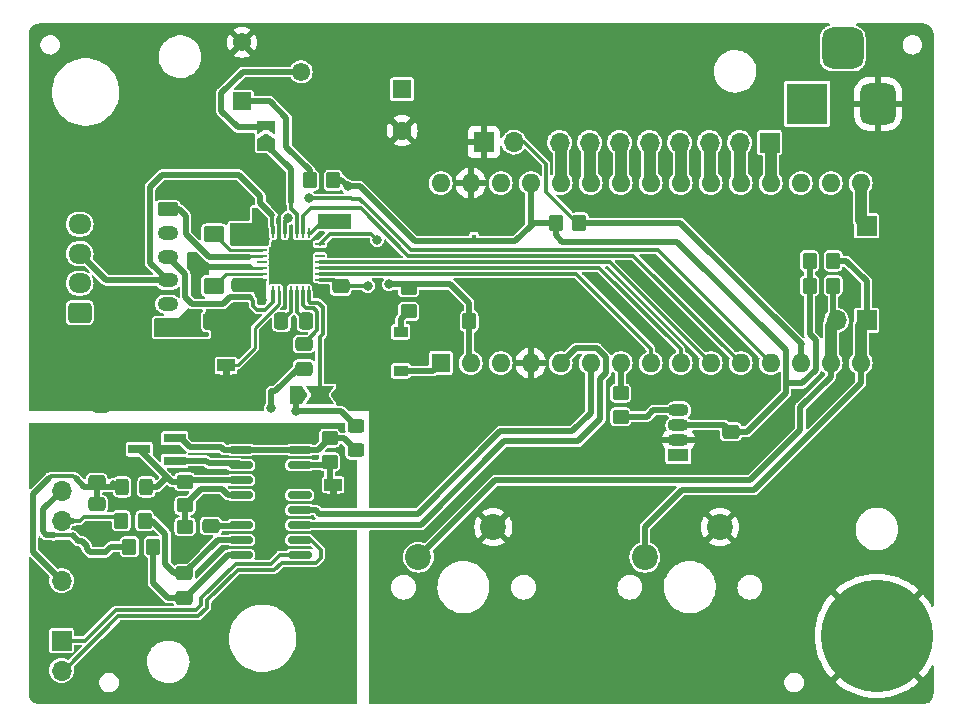
<source format=gbr>
%TF.GenerationSoftware,KiCad,Pcbnew,(5.99.0-9519-ga70106a3bd)*%
%TF.CreationDate,2021-04-17T12:18:36-04:00*%
%TF.ProjectId,Main-PCB,4d61696e-2d50-4434-922e-6b696361645f,rev?*%
%TF.SameCoordinates,Original*%
%TF.FileFunction,Copper,L1,Top*%
%TF.FilePolarity,Positive*%
%FSLAX46Y46*%
G04 Gerber Fmt 4.6, Leading zero omitted, Abs format (unit mm)*
G04 Created by KiCad (PCBNEW (5.99.0-9519-ga70106a3bd)) date 2021-04-17 12:18:36*
%MOMM*%
%LPD*%
G01*
G04 APERTURE LIST*
G04 Aperture macros list*
%AMRoundRect*
0 Rectangle with rounded corners*
0 $1 Rounding radius*
0 $2 $3 $4 $5 $6 $7 $8 $9 X,Y pos of 4 corners*
0 Add a 4 corners polygon primitive as box body*
4,1,4,$2,$3,$4,$5,$6,$7,$8,$9,$2,$3,0*
0 Add four circle primitives for the rounded corners*
1,1,$1+$1,$2,$3*
1,1,$1+$1,$4,$5*
1,1,$1+$1,$6,$7*
1,1,$1+$1,$8,$9*
0 Add four rect primitives between the rounded corners*
20,1,$1+$1,$2,$3,$4,$5,0*
20,1,$1+$1,$4,$5,$6,$7,0*
20,1,$1+$1,$6,$7,$8,$9,0*
20,1,$1+$1,$8,$9,$2,$3,0*%
%AMFreePoly0*
4,1,6,1.000000,0.000000,0.500000,-0.750000,-0.500000,-0.750000,-0.500000,0.750000,0.500000,0.750000,1.000000,0.000000,1.000000,0.000000,$1*%
%AMFreePoly1*
4,1,6,0.500000,-0.750000,-0.650000,-0.750000,-0.150000,0.000000,-0.650000,0.750000,0.500000,0.750000,0.500000,-0.750000,0.500000,-0.750000,$1*%
%AMFreePoly2*
4,1,7,0.700000,0.000000,1.200000,-0.750000,-1.200000,-0.750000,-0.700000,0.000000,-1.200000,0.750000,1.200000,0.750000,0.700000,0.000000,0.700000,0.000000,$1*%
G04 Aperture macros list end*
%TA.AperFunction,ComponentPad*%
%ADD10R,1.600000X1.600000*%
%TD*%
%TA.AperFunction,ComponentPad*%
%ADD11C,1.600000*%
%TD*%
%TA.AperFunction,SMDPad,CuDef*%
%ADD12RoundRect,0.250000X0.350000X0.450000X-0.350000X0.450000X-0.350000X-0.450000X0.350000X-0.450000X0*%
%TD*%
%TA.AperFunction,ComponentPad*%
%ADD13R,1.550000X1.550000*%
%TD*%
%TA.AperFunction,ComponentPad*%
%ADD14C,1.550000*%
%TD*%
%TA.AperFunction,SMDPad,CuDef*%
%ADD15RoundRect,0.250000X-0.475000X0.337500X-0.475000X-0.337500X0.475000X-0.337500X0.475000X0.337500X0*%
%TD*%
%TA.AperFunction,SMDPad,CuDef*%
%ADD16RoundRect,0.250000X-0.350000X-0.450000X0.350000X-0.450000X0.350000X0.450000X-0.350000X0.450000X0*%
%TD*%
%TA.AperFunction,ComponentPad*%
%ADD17R,1.700000X1.700000*%
%TD*%
%TA.AperFunction,ComponentPad*%
%ADD18O,1.700000X1.700000*%
%TD*%
%TA.AperFunction,ComponentPad*%
%ADD19R,3.500000X3.500000*%
%TD*%
%TA.AperFunction,ComponentPad*%
%ADD20RoundRect,0.750000X0.750000X1.000000X-0.750000X1.000000X-0.750000X-1.000000X0.750000X-1.000000X0*%
%TD*%
%TA.AperFunction,ComponentPad*%
%ADD21RoundRect,0.875000X0.875000X0.875000X-0.875000X0.875000X-0.875000X-0.875000X0.875000X-0.875000X0*%
%TD*%
%TA.AperFunction,SMDPad,CuDef*%
%ADD22RoundRect,0.250000X0.450000X-0.350000X0.450000X0.350000X-0.450000X0.350000X-0.450000X-0.350000X0*%
%TD*%
%TA.AperFunction,ComponentPad*%
%ADD23R,1.800000X1.070000*%
%TD*%
%TA.AperFunction,ComponentPad*%
%ADD24O,1.800000X1.070000*%
%TD*%
%TA.AperFunction,ComponentPad*%
%ADD25O,1.600000X1.600000*%
%TD*%
%TA.AperFunction,SMDPad,CuDef*%
%ADD26RoundRect,0.250000X0.475000X-0.337500X0.475000X0.337500X-0.475000X0.337500X-0.475000X-0.337500X0*%
%TD*%
%TA.AperFunction,SMDPad,CuDef*%
%ADD27RoundRect,0.250000X-0.450000X0.325000X-0.450000X-0.325000X0.450000X-0.325000X0.450000X0.325000X0*%
%TD*%
%TA.AperFunction,SMDPad,CuDef*%
%ADD28FreePoly0,90.000000*%
%TD*%
%TA.AperFunction,SMDPad,CuDef*%
%ADD29FreePoly1,90.000000*%
%TD*%
%TA.AperFunction,ComponentPad*%
%ADD30C,2.200000*%
%TD*%
%TA.AperFunction,SMDPad,CuDef*%
%ADD31R,0.450000X0.600000*%
%TD*%
%TA.AperFunction,SMDPad,CuDef*%
%ADD32RoundRect,0.250001X0.624999X-0.462499X0.624999X0.462499X-0.624999X0.462499X-0.624999X-0.462499X0*%
%TD*%
%TA.AperFunction,ComponentPad*%
%ADD33C,9.500000*%
%TD*%
%TA.AperFunction,SMDPad,CuDef*%
%ADD34RoundRect,0.150000X-0.850000X-0.150000X0.850000X-0.150000X0.850000X0.150000X-0.850000X0.150000X0*%
%TD*%
%TA.AperFunction,SMDPad,CuDef*%
%ADD35RoundRect,0.250000X-0.337500X-0.475000X0.337500X-0.475000X0.337500X0.475000X-0.337500X0.475000X0*%
%TD*%
%TA.AperFunction,SMDPad,CuDef*%
%ADD36RoundRect,0.250000X-0.325000X-0.450000X0.325000X-0.450000X0.325000X0.450000X-0.325000X0.450000X0*%
%TD*%
%TA.AperFunction,ComponentPad*%
%ADD37RoundRect,0.250000X0.725000X-0.600000X0.725000X0.600000X-0.725000X0.600000X-0.725000X-0.600000X0*%
%TD*%
%TA.AperFunction,ComponentPad*%
%ADD38O,1.950000X1.700000*%
%TD*%
%TA.AperFunction,SMDPad,CuDef*%
%ADD39RoundRect,0.250000X0.450000X-0.325000X0.450000X0.325000X-0.450000X0.325000X-0.450000X-0.325000X0*%
%TD*%
%TA.AperFunction,SMDPad,CuDef*%
%ADD40RoundRect,0.250001X-0.624999X0.462499X-0.624999X-0.462499X0.624999X-0.462499X0.624999X0.462499X0*%
%TD*%
%TA.AperFunction,SMDPad,CuDef*%
%ADD41RoundRect,0.062500X0.062500X-0.337500X0.062500X0.337500X-0.062500X0.337500X-0.062500X-0.337500X0*%
%TD*%
%TA.AperFunction,SMDPad,CuDef*%
%ADD42RoundRect,0.062500X0.337500X-0.062500X0.337500X0.062500X-0.337500X0.062500X-0.337500X-0.062500X0*%
%TD*%
%TA.AperFunction,SMDPad,CuDef*%
%ADD43R,3.350000X3.350000*%
%TD*%
%TA.AperFunction,SMDPad,CuDef*%
%ADD44RoundRect,0.250000X-0.450000X0.350000X-0.450000X-0.350000X0.450000X-0.350000X0.450000X0.350000X0*%
%TD*%
%TA.AperFunction,SMDPad,CuDef*%
%ADD45R,1.200000X0.900000*%
%TD*%
%TA.AperFunction,ComponentPad*%
%ADD46RoundRect,0.250000X-0.625000X0.350000X-0.625000X-0.350000X0.625000X-0.350000X0.625000X0.350000X0*%
%TD*%
%TA.AperFunction,ComponentPad*%
%ADD47O,1.750000X1.200000*%
%TD*%
%TA.AperFunction,SMDPad,CuDef*%
%ADD48R,1.900000X0.800000*%
%TD*%
%TA.AperFunction,SMDPad,CuDef*%
%ADD49R,1.500000X1.000000*%
%TD*%
%TA.AperFunction,SMDPad,CuDef*%
%ADD50FreePoly0,180.000000*%
%TD*%
%TA.AperFunction,SMDPad,CuDef*%
%ADD51FreePoly2,180.000000*%
%TD*%
%TA.AperFunction,SMDPad,CuDef*%
%ADD52FreePoly0,0.000000*%
%TD*%
%TA.AperFunction,ViaPad*%
%ADD53C,0.800000*%
%TD*%
%TA.AperFunction,Conductor*%
%ADD54C,1.000000*%
%TD*%
%TA.AperFunction,Conductor*%
%ADD55C,0.250000*%
%TD*%
%TA.AperFunction,Conductor*%
%ADD56C,0.300000*%
%TD*%
%TA.AperFunction,Conductor*%
%ADD57C,0.500000*%
%TD*%
G04 APERTURE END LIST*
%TO.C,JP5*%
G36*
X17200000Y-30050000D02*
G01*
X16600000Y-30050000D01*
X16600000Y-29550000D01*
X17200000Y-29550000D01*
X17200000Y-30050000D01*
G37*
%TO.C,JP1*%
G36*
X26270000Y-40155000D02*
G01*
X25670000Y-40155000D01*
X25670000Y-39655000D01*
X26270000Y-39655000D01*
X26270000Y-40155000D01*
G37*
%TD*%
D10*
%TO.P,C3,1*%
%TO.N,VCC*%
X31800000Y-5780000D03*
D11*
%TO.P,C3,2*%
%TO.N,GND*%
X31800000Y-9280000D03*
%TD*%
D12*
%TO.P,R14,1*%
%TO.N,Net-(SW1-Pad2)*%
X68300000Y-22400000D03*
%TO.P,R14,2*%
%TO.N,+5V*%
X66300000Y-22400000D03*
%TD*%
D13*
%TO.P,RV1,1,1*%
%TO.N,Net-(R11-Pad1)*%
X18250000Y-6800000D03*
D14*
%TO.P,RV1,2,2*%
%TO.N,Net-(JP6-Pad2)*%
X23250000Y-4300000D03*
%TO.P,RV1,3,3*%
%TO.N,GND*%
X18250000Y-1800000D03*
%TD*%
D15*
%TO.P,C13,1*%
%TO.N,VCC*%
X18100000Y-22322500D03*
%TO.P,C13,2*%
%TO.N,GND*%
X18100000Y-24397500D03*
%TD*%
D16*
%TO.P,R6,1*%
%TO.N,A+*%
X8720000Y-44505000D03*
%TO.P,R6,2*%
%TO.N,Net-(C6-Pad2)*%
X10720000Y-44505000D03*
%TD*%
D17*
%TO.P,J6,1,Pin_1*%
%TO.N,Net-(A1-Pad19)*%
X62920000Y-10280000D03*
D18*
%TO.P,J6,2,Pin_2*%
%TO.N,Net-(A1-Pad20)*%
X60380000Y-10280000D03*
%TO.P,J6,3,Pin_3*%
%TO.N,Net-(A1-Pad21)*%
X57840000Y-10280000D03*
%TO.P,J6,4,Pin_4*%
%TO.N,Net-(A1-Pad22)*%
X55300000Y-10280000D03*
%TO.P,J6,5,Pin_5*%
%TO.N,Net-(A1-Pad23)*%
X52760000Y-10280000D03*
%TO.P,J6,6,Pin_6*%
%TO.N,Net-(A1-Pad24)*%
X50220000Y-10280000D03*
%TO.P,J6,7,Pin_7*%
%TO.N,Net-(A1-Pad25)*%
X47680000Y-10280000D03*
%TO.P,J6,8,Pin_8*%
%TO.N,Net-(J6-Pad8)*%
X45140000Y-10280000D03*
%TD*%
D19*
%TO.P,J7,1*%
%TO.N,VCC*%
X66100000Y-7007500D03*
D20*
%TO.P,J7,2*%
%TO.N,GND*%
X72100000Y-7007500D03*
D21*
%TO.P,J7,3*%
%TO.N,N/C*%
X69100000Y-2307500D03*
%TD*%
D22*
%TO.P,R7,1*%
%TO.N,Net-(D2-Pad2)*%
X32350000Y-24580000D03*
%TO.P,R7,2*%
%TO.N,PDN_UART*%
X32350000Y-22580000D03*
%TD*%
D23*
%TO.P,D1,1,DOUT*%
%TO.N,unconnected-(D1-Pad1)*%
X55200000Y-36740000D03*
D24*
%TO.P,D1,2,GND*%
%TO.N,GND*%
X55200000Y-35470000D03*
%TO.P,D1,3,VDD*%
%TO.N,+5V*%
X55200000Y-34200000D03*
%TO.P,D1,4,DIN*%
%TO.N,Net-(D1-Pad4)*%
X55200000Y-32930000D03*
%TD*%
D10*
%TO.P,A1,1,TX1*%
%TO.N,Net-(A1-Pad1)*%
X35080000Y-28950000D03*
D25*
%TO.P,A1,2,RX1*%
%TO.N,PDN_UART*%
X37620000Y-28950000D03*
%TO.P,A1,3,~RESET*%
%TO.N,unconnected-(A1-Pad3)*%
X40160000Y-28950000D03*
%TO.P,A1,4,GND*%
%TO.N,GND*%
X42700000Y-28950000D03*
%TO.P,A1,5,D2*%
%TO.N,SCK*%
X45240000Y-28950000D03*
%TO.P,A1,6,D3*%
%TO.N,DATA*%
X47780000Y-28950000D03*
%TO.P,A1,7,D4*%
%TO.N,RGBLED*%
X50320000Y-28950000D03*
%TO.P,A1,8,D5*%
%TO.N,MS1*%
X52860000Y-28950000D03*
%TO.P,A1,9,D6*%
%TO.N,MS2*%
X55400000Y-28950000D03*
%TO.P,A1,10,D7*%
%TO.N,DIAG*%
X57940000Y-28950000D03*
%TO.P,A1,11,D8*%
%TO.N,STEP*%
X60480000Y-28950000D03*
%TO.P,A1,12,D9*%
%TO.N,DIR*%
X63020000Y-28950000D03*
%TO.P,A1,13,D10*%
%TO.N,SWITCH-IN*%
X65560000Y-28950000D03*
%TO.P,A1,14,MOSI*%
%TO.N,Net-(SW1-Pad2)*%
X68100000Y-28950000D03*
%TO.P,A1,15,MISO*%
%TO.N,Net-(SW2-Pad2)*%
X70640000Y-28950000D03*
%TO.P,A1,16,SCK*%
%TO.N,Net-(A1-Pad16)*%
X70640000Y-13710000D03*
%TO.P,A1,17,3V3*%
%TO.N,unconnected-(A1-Pad17)*%
X68100000Y-13710000D03*
%TO.P,A1,18,AREF*%
%TO.N,unconnected-(A1-Pad18)*%
X65560000Y-13710000D03*
%TO.P,A1,19,A0*%
%TO.N,Net-(A1-Pad19)*%
X63020000Y-13710000D03*
%TO.P,A1,20,A1*%
%TO.N,Net-(A1-Pad20)*%
X60480000Y-13710000D03*
%TO.P,A1,21,A2*%
%TO.N,Net-(A1-Pad21)*%
X57940000Y-13710000D03*
%TO.P,A1,22,A3*%
%TO.N,Net-(A1-Pad22)*%
X55400000Y-13710000D03*
%TO.P,A1,23,SDA/A4*%
%TO.N,Net-(A1-Pad23)*%
X52860000Y-13710000D03*
%TO.P,A1,24,SCL/A5*%
%TO.N,Net-(A1-Pad24)*%
X50320000Y-13710000D03*
%TO.P,A1,25,A6*%
%TO.N,Net-(A1-Pad25)*%
X47780000Y-13710000D03*
%TO.P,A1,26,A7*%
%TO.N,Net-(J6-Pad8)*%
X45240000Y-13710000D03*
%TO.P,A1,27,+5V*%
%TO.N,+5V*%
X42700000Y-13710000D03*
%TO.P,A1,28,~RESET*%
%TO.N,unconnected-(A1-Pad28)*%
X40160000Y-13710000D03*
%TO.P,A1,29,GND*%
%TO.N,GND*%
X37620000Y-13710000D03*
%TO.P,A1,30,VIN*%
%TO.N,unconnected-(A1-Pad30)*%
X35080000Y-13710000D03*
%TD*%
D26*
%TO.P,C12,1*%
%TO.N,VCC*%
X18130000Y-18157500D03*
%TO.P,C12,2*%
%TO.N,GND*%
X18130000Y-16082500D03*
%TD*%
D17*
%TO.P,J4,1,Pin_1*%
%TO.N,Net-(SW2-Pad2)*%
X71130000Y-25340000D03*
D18*
%TO.P,J4,2,Pin_2*%
%TO.N,Net-(SW1-Pad2)*%
X68590000Y-25340000D03*
%TD*%
D27*
%TO.P,L3,1,1*%
%TO.N,GND*%
X6300000Y-32575000D03*
%TO.P,L3,2,2*%
%TO.N,GNDA*%
X6300000Y-34625000D03*
%TD*%
D12*
%TO.P,R9,1*%
%TO.N,GND*%
X39480000Y-25410000D03*
%TO.P,R9,2*%
%TO.N,PDN_UART*%
X37480000Y-25410000D03*
%TD*%
D28*
%TO.P,JP6,1,1*%
%TO.N,Net-(JP6-Pad1)*%
X20300000Y-10450000D03*
D29*
%TO.P,JP6,2,2*%
%TO.N,Net-(JP6-Pad2)*%
X20300000Y-9000000D03*
%TD*%
D30*
%TO.P,SW1,1,1*%
%TO.N,GND*%
X39538125Y-42845000D03*
%TO.P,SW1,2,2*%
%TO.N,Net-(SW1-Pad2)*%
X33188125Y-45385000D03*
%TD*%
D22*
%TO.P,R4,1*%
%TO.N,GNDA*%
X13420000Y-44805000D03*
%TO.P,R4,2*%
%TO.N,Net-(R3-Pad1)*%
X13420000Y-42805000D03*
%TD*%
D15*
%TO.P,C5,1*%
%TO.N,GNDA*%
X15630000Y-40662500D03*
%TO.P,C5,2*%
%TO.N,Net-(C5-Pad2)*%
X15630000Y-42737500D03*
%TD*%
D31*
%TO.P,D3,1,K*%
%TO.N,+5V*%
X37890000Y-18370000D03*
%TO.P,D3,2,A*%
%TO.N,GND*%
X37890000Y-16270000D03*
%TD*%
D15*
%TO.P,C7,1*%
%TO.N,Net-(U2-Pad8)*%
X26590000Y-22462500D03*
%TO.P,C7,2*%
%TO.N,GND*%
X26590000Y-24537500D03*
%TD*%
D32*
%TO.P,R12,1*%
%TO.N,GND*%
X15840000Y-25407500D03*
%TO.P,R12,2*%
%TO.N,Net-(R12-Pad2)*%
X15840000Y-22432500D03*
%TD*%
D17*
%TO.P,J5,1,Pin_1*%
%TO.N,Net-(A1-Pad16)*%
X71130000Y-17340000D03*
%TD*%
D33*
%TO.P,H1,1,1*%
%TO.N,GND*%
X72000000Y-52050000D03*
%TD*%
D34*
%TO.P,U1,1,VSUP*%
%TO.N,+5VA*%
X18130000Y-36300000D03*
%TO.P,U1,2,Base*%
%TO.N,Net-(Q1-Pad1)*%
X18130000Y-37570000D03*
%TO.P,U1,3,AVDD*%
%TO.N,Net-(L1-Pad2)*%
X18130000Y-38840000D03*
%TO.P,U1,4,VFB*%
%TO.N,Net-(R3-Pad1)*%
X18130000Y-40110000D03*
%TO.P,U1,5,AGND*%
%TO.N,GNDA*%
X18130000Y-41380000D03*
%TO.P,U1,6,VBG*%
%TO.N,Net-(C5-Pad2)*%
X18130000Y-42650000D03*
%TO.P,U1,7,INNA*%
%TO.N,Net-(C6-Pad1)*%
X18130000Y-43920000D03*
%TO.P,U1,8,INPA*%
%TO.N,Net-(C6-Pad2)*%
X18130000Y-45190000D03*
%TO.P,U1,9,INNB*%
%TO.N,B-*%
X23130000Y-45190000D03*
%TO.P,U1,10,INPB*%
%TO.N,B+*%
X23130000Y-43920000D03*
%TO.P,U1,11,PD_SCK*%
%TO.N,SCK*%
X23130000Y-42650000D03*
%TO.P,U1,12,DOUT*%
%TO.N,DATA*%
X23130000Y-41380000D03*
%TO.P,U1,13,XO*%
%TO.N,unconnected-(U1-Pad13)*%
X23130000Y-40110000D03*
%TO.P,U1,14,XI*%
%TO.N,GNDA*%
X23130000Y-38840000D03*
%TO.P,U1,15,RATE*%
%TO.N,Net-(JP1-Pad1)*%
X23130000Y-37570000D03*
%TO.P,U1,16,DVDD*%
%TO.N,+5VA*%
X23130000Y-36300000D03*
%TD*%
D35*
%TO.P,C10,1*%
%TO.N,Net-(C10-Pad1)*%
X21592500Y-25380000D03*
%TO.P,C10,2*%
%TO.N,Net-(C10-Pad2)*%
X23667500Y-25380000D03*
%TD*%
D36*
%TO.P,L1,1,1*%
%TO.N,E+*%
X8105000Y-39435000D03*
%TO.P,L1,2,2*%
%TO.N,Net-(L1-Pad2)*%
X10155000Y-39435000D03*
%TD*%
D12*
%TO.P,R15,1*%
%TO.N,Net-(SW2-Pad2)*%
X68300000Y-20300000D03*
%TO.P,R15,2*%
%TO.N,+5V*%
X66300000Y-20300000D03*
%TD*%
D16*
%TO.P,R11,1*%
%TO.N,Net-(R11-Pad1)*%
X23970000Y-13480000D03*
%TO.P,R11,2*%
%TO.N,+5V*%
X25970000Y-13480000D03*
%TD*%
D37*
%TO.P,J8,1,Pin_1*%
%TO.N,Coil2+*%
X4505000Y-24690000D03*
D38*
%TO.P,J8,2,Pin_2*%
%TO.N,Coil2-*%
X4505000Y-22190000D03*
%TO.P,J8,3,Pin_3*%
%TO.N,Coil1-*%
X4505000Y-19690000D03*
%TO.P,J8,4,Pin_4*%
%TO.N,Coil1+*%
X4505000Y-17190000D03*
%TD*%
D16*
%TO.P,R5,1*%
%TO.N,A-*%
X8020000Y-42305000D03*
%TO.P,R5,2*%
%TO.N,Net-(C6-Pad1)*%
X10020000Y-42305000D03*
%TD*%
D39*
%TO.P,L2,1,1*%
%TO.N,+5VA*%
X27900000Y-36350000D03*
%TO.P,L2,2,2*%
%TO.N,+5V*%
X27900000Y-34300000D03*
%TD*%
D40*
%TO.P,R13,1*%
%TO.N,GND*%
X15870000Y-15062500D03*
%TO.P,R13,2*%
%TO.N,Net-(R13-Pad2)*%
X15870000Y-18037500D03*
%TD*%
D15*
%TO.P,C4,1*%
%TO.N,E+*%
X5950000Y-40907500D03*
%TO.P,C4,2*%
%TO.N,GNDA*%
X5950000Y-42982500D03*
%TD*%
D26*
%TO.P,C2,1*%
%TO.N,E+*%
X5940000Y-39062500D03*
%TO.P,C2,2*%
%TO.N,GNDA*%
X5940000Y-36987500D03*
%TD*%
D15*
%TO.P,C6,1*%
%TO.N,Net-(C6-Pad1)*%
X13370000Y-46767500D03*
%TO.P,C6,2*%
%TO.N,Net-(C6-Pad2)*%
X13370000Y-48842500D03*
%TD*%
D41*
%TO.P,U2,1,OB2*%
%TO.N,Coil2-*%
X20880000Y-22840000D03*
%TO.P,U2,2,ENN*%
%TO.N,Net-(U2-Pad2)*%
X21380000Y-22840000D03*
%TO.P,U2,3,GND*%
%TO.N,GND*%
X21880000Y-22840000D03*
%TO.P,U2,4,CPO*%
%TO.N,Net-(C10-Pad1)*%
X22380000Y-22840000D03*
%TO.P,U2,5,CPI*%
%TO.N,Net-(C10-Pad2)*%
X22880000Y-22840000D03*
%TO.P,U2,6,VCP*%
%TO.N,Net-(C11-Pad2)*%
X23380000Y-22840000D03*
%TO.P,U2,7,SPREAD*%
%TO.N,SPREAD*%
X23880000Y-22840000D03*
D42*
%TO.P,U2,8,5V_OUT*%
%TO.N,Net-(U2-Pad8)*%
X24830000Y-21890000D03*
%TO.P,U2,9,MS1_AD0*%
%TO.N,MS1*%
X24830000Y-21390000D03*
%TO.P,U2,10,MS2_AD1*%
%TO.N,MS2*%
X24830000Y-20890000D03*
%TO.P,U2,11,DIAG*%
%TO.N,DIAG*%
X24830000Y-20390000D03*
%TO.P,U2,12,INDEX*%
%TO.N,INDEX*%
X24830000Y-19890000D03*
%TO.P,U2,13,CLK_IN*%
%TO.N,GND*%
X24830000Y-19390000D03*
%TO.P,U2,14,PDN_UART*%
%TO.N,PDN_UART*%
X24830000Y-18890000D03*
D41*
%TO.P,U2,15,VCC_IO*%
%TO.N,+5V*%
X23880000Y-17940000D03*
%TO.P,U2,16,STEP*%
%TO.N,STEP*%
X23380000Y-17940000D03*
%TO.P,U2,17,VREF*%
%TO.N,Net-(JP6-Pad1)*%
X22880000Y-17940000D03*
%TO.P,U2,18,GND*%
%TO.N,GND*%
X22380000Y-17940000D03*
%TO.P,U2,19,DIR*%
%TO.N,DIR*%
X21880000Y-17940000D03*
%TO.P,U2,20,STDBY*%
%TO.N,GND*%
X21380000Y-17940000D03*
%TO.P,U2,21,OA2*%
%TO.N,Coil1-*%
X20880000Y-17940000D03*
D42*
%TO.P,U2,22,VS*%
%TO.N,VCC*%
X19930000Y-18890000D03*
%TO.P,U2,23,BRA*%
%TO.N,Net-(R13-Pad2)*%
X19930000Y-19390000D03*
%TO.P,U2,24,OA1*%
%TO.N,Coil1+*%
X19930000Y-19890000D03*
%TO.P,U2,25*%
%TO.N,N/C*%
X19930000Y-20390000D03*
%TO.P,U2,26,OB1*%
%TO.N,Coil2+*%
X19930000Y-20890000D03*
%TO.P,U2,27,BRB*%
%TO.N,Net-(R12-Pad2)*%
X19930000Y-21390000D03*
%TO.P,U2,28,VS*%
%TO.N,VCC*%
X19930000Y-21890000D03*
D43*
%TO.P,U2,29,DIE_PAD*%
%TO.N,GND*%
X22380000Y-20390000D03*
%TD*%
D44*
%TO.P,R8,1*%
%TO.N,+5VA*%
X25670000Y-35305000D03*
%TO.P,R8,2*%
%TO.N,Net-(JP1-Pad1)*%
X25670000Y-37305000D03*
%TD*%
D45*
%TO.P,D2,1,K*%
%TO.N,Net-(A1-Pad1)*%
X31690000Y-29610000D03*
%TO.P,D2,2,A*%
%TO.N,Net-(D2-Pad2)*%
X31690000Y-26310000D03*
%TD*%
D17*
%TO.P,J3,1,Pin_1*%
%TO.N,GND*%
X38720000Y-10240000D03*
D18*
%TO.P,J3,2,Pin_2*%
%TO.N,SWITCH-IN*%
X41260000Y-10240000D03*
%TD*%
D12*
%TO.P,R2,1*%
%TO.N,SWITCH-IN*%
X46800000Y-17090000D03*
%TO.P,R2,2*%
%TO.N,+5V*%
X44800000Y-17090000D03*
%TD*%
D44*
%TO.P,R1,1*%
%TO.N,RGBLED*%
X50300000Y-31500000D03*
%TO.P,R1,2*%
%TO.N,Net-(D1-Pad4)*%
X50300000Y-33500000D03*
%TD*%
D46*
%TO.P,J9,1,Pin_1*%
%TO.N,Coil1+*%
X11970000Y-15950000D03*
D47*
%TO.P,J9,2,Pin_2*%
%TO.N,unconnected-(J9-Pad2)*%
X11970000Y-17950000D03*
%TO.P,J9,3,Pin_3*%
%TO.N,Coil2-*%
X11970000Y-19950000D03*
%TO.P,J9,4,Pin_4*%
%TO.N,Coil1-*%
X11970000Y-21950000D03*
%TO.P,J9,5,Pin_5*%
%TO.N,unconnected-(J9-Pad5)*%
X11970000Y-23950000D03*
%TO.P,J9,6,Pin_6*%
%TO.N,Coil2+*%
X11970000Y-25950000D03*
%TD*%
D48*
%TO.P,Q1,1,B*%
%TO.N,Net-(Q1-Pad1)*%
X12560000Y-37215000D03*
%TO.P,Q1,2,E*%
%TO.N,+5VA*%
X12560000Y-35315000D03*
%TO.P,Q1,3,C*%
%TO.N,Net-(L1-Pad2)*%
X9560000Y-36265000D03*
%TD*%
D26*
%TO.P,C11,1*%
%TO.N,VCC*%
X23480000Y-29417500D03*
%TO.P,C11,2*%
%TO.N,Net-(C11-Pad2)*%
X23480000Y-27342500D03*
%TD*%
D49*
%TO.P,JP5,1,1*%
%TO.N,Net-(U2-Pad2)*%
X16900000Y-29150000D03*
%TO.P,JP5,2,2*%
%TO.N,GND*%
X16900000Y-30450000D03*
%TD*%
D17*
%TO.P,J1,1,Pin_1*%
%TO.N,GNDA*%
X2970000Y-37205000D03*
D18*
%TO.P,J1,2,Pin_2*%
%TO.N,A+*%
X2970000Y-39745000D03*
%TO.P,J1,3,Pin_3*%
%TO.N,A-*%
X2970000Y-42285000D03*
%TO.P,J1,4,Pin_4*%
%TO.N,GNDA*%
X2970000Y-44825000D03*
%TO.P,J1,5,Pin_5*%
%TO.N,E+*%
X2970000Y-47365000D03*
%TD*%
D22*
%TO.P,R3,1*%
%TO.N,Net-(R3-Pad1)*%
X13420000Y-41005000D03*
%TO.P,R3,2*%
%TO.N,Net-(L1-Pad2)*%
X13420000Y-39005000D03*
%TD*%
D15*
%TO.P,C1,1*%
%TO.N,+5V*%
X59640000Y-34752500D03*
%TO.P,C1,2*%
%TO.N,GND*%
X59640000Y-36827500D03*
%TD*%
%TO.P,C8,1*%
%TO.N,+5V*%
X26700000Y-16962500D03*
%TO.P,C8,2*%
%TO.N,GND*%
X26700000Y-19037500D03*
%TD*%
D17*
%TO.P,J2,1,Pin_1*%
%TO.N,B-*%
X2970000Y-52445000D03*
D18*
%TO.P,J2,2,Pin_2*%
%TO.N,B+*%
X2970000Y-54985000D03*
%TD*%
D49*
%TO.P,JP1,1,1*%
%TO.N,Net-(JP1-Pad1)*%
X25970000Y-39255000D03*
%TO.P,JP1,2,2*%
%TO.N,GNDA*%
X25970000Y-40555000D03*
%TD*%
D50*
%TO.P,JP2,1,A*%
%TO.N,GND*%
X26820000Y-31662500D03*
D51*
%TO.P,JP2,2,C*%
%TO.N,SPREAD*%
X24820000Y-31662500D03*
D52*
%TO.P,JP2,3,B*%
%TO.N,+5V*%
X22820000Y-31662500D03*
%TD*%
D30*
%TO.P,SW2,1,1*%
%TO.N,GND*%
X58708125Y-42845000D03*
%TO.P,SW2,2,2*%
%TO.N,Net-(SW2-Pad2)*%
X52358125Y-45385000D03*
%TD*%
D53*
%TO.N,GND*%
X14500000Y-13900000D03*
X11000000Y-32500000D03*
X21880000Y-21520000D03*
X8000000Y-32500000D03*
X23495000Y-21505000D03*
X1000000Y-32500000D03*
X14000000Y-32500000D03*
X4000000Y-32500000D03*
X18100000Y-14800000D03*
X17000000Y-32500000D03*
X23380000Y-19390000D03*
X15500000Y-32500000D03*
X16200000Y-27000000D03*
X2500000Y-32500000D03*
X12500000Y-32500000D03*
X18300000Y-25900000D03*
X9500000Y-32500000D03*
X22380000Y-19420000D03*
X18500000Y-32500000D03*
X21380000Y-19390000D03*
%TO.N,DIR*%
X23940000Y-15010000D03*
X22120000Y-16670000D03*
%TO.N,+5V*%
X22830000Y-33000000D03*
X25280000Y-16780000D03*
X27190000Y-14000000D03*
%TO.N,GNDA*%
X5950000Y-44125000D03*
X14770000Y-44005000D03*
X21625000Y-38825000D03*
X19700000Y-41375000D03*
%TO.N,PDN_UART*%
X29700000Y-18500000D03*
X30700000Y-22280000D03*
%TO.N,VCC*%
X19700000Y-22620000D03*
X19640000Y-18170000D03*
X20690000Y-32780000D03*
X19960000Y-23590000D03*
X19640000Y-17120000D03*
%TO.N,Coil2+*%
X14570000Y-20800000D03*
%TO.N,Net-(U2-Pad8)*%
X28900000Y-22400000D03*
%TD*%
D54*
%TO.N,Net-(A1-Pad16)*%
X70640000Y-16850000D02*
X71130000Y-17340000D01*
X70640000Y-13710000D02*
X70640000Y-16850000D01*
D55*
%TO.N,Net-(U2-Pad2)*%
X19340000Y-27700000D02*
X17890000Y-29150000D01*
X17890000Y-29150000D02*
X16900000Y-29150000D01*
X19340000Y-25980000D02*
X19340000Y-27700000D01*
X21380000Y-22840000D02*
X21380000Y-23940000D01*
X21380000Y-23940000D02*
X19340000Y-25980000D01*
D56*
%TO.N,GND*%
X21880000Y-22840000D02*
X21880000Y-21520000D01*
D57*
X57325000Y-35470000D02*
X55200000Y-35470000D01*
X58682500Y-36827500D02*
X57325000Y-35470000D01*
D56*
X21880000Y-20890000D02*
X22380000Y-20390000D01*
X24880000Y-22890000D02*
X23495000Y-21505000D01*
X26590000Y-24440000D02*
X25040000Y-22890000D01*
X22380000Y-19420000D02*
X22380000Y-20390000D01*
D57*
X26820000Y-31662500D02*
X26820000Y-24767500D01*
D56*
X23495000Y-21505000D02*
X22380000Y-20390000D01*
X26590000Y-24537500D02*
X26590000Y-24440000D01*
X24830000Y-19390000D02*
X23380000Y-19390000D01*
X21380000Y-17940000D02*
X21380000Y-19390000D01*
D57*
X37620000Y-16000000D02*
X37890000Y-16270000D01*
D56*
X22380000Y-17940000D02*
X22380000Y-19420000D01*
X25040000Y-22890000D02*
X24880000Y-22890000D01*
D57*
X59640000Y-36827500D02*
X58682500Y-36827500D01*
X26820000Y-24767500D02*
X26590000Y-24537500D01*
X37620000Y-13710000D02*
X37620000Y-16000000D01*
D56*
X21880000Y-21520000D02*
X21880000Y-20890000D01*
X21380000Y-19390000D02*
X22380000Y-20390000D01*
%TO.N,SWITCH-IN*%
X42140000Y-10240000D02*
X41260000Y-10240000D01*
X43990000Y-14450000D02*
X43990000Y-12090000D01*
X46800000Y-17090000D02*
X46630000Y-17090000D01*
X43990000Y-12090000D02*
X42140000Y-10240000D01*
D57*
X46800000Y-17090000D02*
X55360000Y-17090000D01*
X65560000Y-27410000D02*
X65560000Y-28950000D01*
D56*
X46630000Y-17090000D02*
X43990000Y-14450000D01*
D57*
X55360000Y-17090000D02*
X65620000Y-27350000D01*
X65620000Y-27350000D02*
X65560000Y-27410000D01*
D56*
%TO.N,DIR*%
X21880000Y-17940000D02*
X21880000Y-17280000D01*
X21860000Y-17260000D02*
X21880000Y-17280000D01*
X21860000Y-16930000D02*
X22120000Y-16670000D01*
X21860000Y-17260000D02*
X21860000Y-16930000D01*
X27570000Y-15070000D02*
X28230000Y-15070000D01*
X27570000Y-15070000D02*
X27510000Y-15010000D01*
X32520000Y-19360000D02*
X53430000Y-19360000D01*
X28230000Y-15070000D02*
X28450000Y-15290000D01*
X28230000Y-15070000D02*
X32520000Y-19360000D01*
X53430000Y-19360000D02*
X63020000Y-28950000D01*
X27510000Y-15010000D02*
X23940000Y-15010000D01*
D57*
%TO.N,+5V*%
X26670000Y-13480000D02*
X27190000Y-14000000D01*
X25970000Y-13480000D02*
X26670000Y-13480000D01*
X22830000Y-31672500D02*
X22820000Y-31662500D01*
D56*
X23880000Y-17940000D02*
X24120000Y-17940000D01*
D57*
X27190000Y-14000000D02*
X28230000Y-14000000D01*
X32860000Y-18630000D02*
X33870000Y-18630000D01*
D56*
X26450000Y-16740000D02*
X26580000Y-16740000D01*
D57*
X33870000Y-18630000D02*
X33880000Y-18620000D01*
X42700000Y-17330000D02*
X42940000Y-17090000D01*
D56*
X26590000Y-16750000D02*
X26580000Y-16740000D01*
D57*
X42700000Y-13710000D02*
X42700000Y-17330000D01*
X33900000Y-18640000D02*
X33880000Y-18620000D01*
X65670000Y-30670000D02*
X64300000Y-30670000D01*
X28230000Y-14000000D02*
X32860000Y-18630000D01*
X55120000Y-18660000D02*
X64300000Y-27840000D01*
X42940000Y-17090000D02*
X44800000Y-17090000D01*
X44800000Y-17090000D02*
X44800000Y-18110000D01*
X66830000Y-27040000D02*
X66830000Y-29510000D01*
X42700000Y-17330000D02*
X41390000Y-18640000D01*
X64300000Y-30670000D02*
X64300000Y-31490000D01*
X64300000Y-27840000D02*
X64300000Y-30670000D01*
X55200000Y-34200000D02*
X59087500Y-34200000D01*
D56*
X24120000Y-17940000D02*
X25280000Y-16780000D01*
D57*
X61037500Y-34752500D02*
X59640000Y-34752500D01*
X64300000Y-31490000D02*
X61037500Y-34752500D01*
X66300000Y-26510000D02*
X66830000Y-27040000D01*
X45350000Y-18660000D02*
X55120000Y-18660000D01*
X44800000Y-18110000D02*
X45350000Y-18660000D01*
X59087500Y-34200000D02*
X59640000Y-34752500D01*
X22830000Y-33000000D02*
X26600000Y-33000000D01*
X26600000Y-33000000D02*
X27900000Y-34300000D01*
X22830000Y-33000000D02*
X22830000Y-31672500D01*
X66830000Y-29510000D02*
X65670000Y-30670000D01*
X41390000Y-18640000D02*
X33900000Y-18640000D01*
X66300000Y-20300000D02*
X66300000Y-22400000D01*
X66300000Y-22400000D02*
X66300000Y-26510000D01*
D56*
%TO.N,STEP*%
X32310000Y-19850000D02*
X51380000Y-19850000D01*
X23380000Y-16520000D02*
X24060000Y-15840000D01*
X28300000Y-15840000D02*
X32310000Y-19850000D01*
X23380000Y-17940000D02*
X23380000Y-16520000D01*
X24060000Y-15840000D02*
X28300000Y-15840000D01*
X51380000Y-19850000D02*
X60480000Y-28950000D01*
X32310000Y-19850000D02*
X32160000Y-19700000D01*
X24060000Y-15840000D02*
X25053178Y-15840000D01*
D54*
%TO.N,Net-(SW2-Pad2)*%
X70640000Y-25830000D02*
X71130000Y-25340000D01*
D57*
X70640000Y-30680000D02*
X70640000Y-28950000D01*
X69400000Y-20300000D02*
X71130000Y-22030000D01*
D54*
X70640000Y-28950000D02*
X70640000Y-25830000D01*
D57*
X68300000Y-20300000D02*
X69400000Y-20300000D01*
X52358125Y-42821875D02*
X55470000Y-39710000D01*
X52358125Y-45385000D02*
X52358125Y-42821875D01*
X55470000Y-39710000D02*
X61610000Y-39710000D01*
X61610000Y-39710000D02*
X70640000Y-30680000D01*
X71130000Y-22030000D02*
X71130000Y-25340000D01*
%TO.N,GNDA*%
X23130000Y-38840000D02*
X23905000Y-38840000D01*
X23130000Y-38840000D02*
X21640000Y-38840000D01*
X5950000Y-42982500D02*
X5950000Y-44125000D01*
X24670000Y-39605000D02*
X24670000Y-40205000D01*
X21640000Y-38840000D02*
X21625000Y-38825000D01*
X18130000Y-41380000D02*
X16347500Y-41380000D01*
X13420000Y-44805000D02*
X13970000Y-44805000D01*
X25020000Y-40555000D02*
X25970000Y-40555000D01*
X2970000Y-37205000D02*
X5722500Y-37205000D01*
X5722500Y-37205000D02*
X5940000Y-36987500D01*
X16347500Y-41380000D02*
X15630000Y-40662500D01*
X23905000Y-38840000D02*
X24670000Y-39605000D01*
X24670000Y-40205000D02*
X25020000Y-40555000D01*
X5950000Y-44125000D02*
X5940000Y-44135000D01*
X13970000Y-44805000D02*
X14770000Y-44005000D01*
X19695000Y-41380000D02*
X19700000Y-41375000D01*
X18130000Y-41380000D02*
X19695000Y-41380000D01*
D54*
%TO.N,Net-(A1-Pad25)*%
X47680000Y-10280000D02*
X47680000Y-13610000D01*
X47680000Y-13610000D02*
X47780000Y-13710000D01*
D56*
%TO.N,MS2*%
X48500000Y-20890000D02*
X55400000Y-27790000D01*
X24830000Y-20890000D02*
X48500000Y-20890000D01*
X55400000Y-27790000D02*
X55400000Y-28950000D01*
D54*
%TO.N,Net-(A1-Pad24)*%
X50320000Y-13710000D02*
X50320000Y-10380000D01*
X50320000Y-10380000D02*
X50220000Y-10280000D01*
D56*
%TO.N,MS1*%
X52860000Y-27720000D02*
X52860000Y-28950000D01*
X46530000Y-21390000D02*
X52860000Y-27720000D01*
X24830000Y-21390000D02*
X46530000Y-21390000D01*
D54*
%TO.N,Net-(A1-Pad23)*%
X52760000Y-10280000D02*
X52760000Y-13610000D01*
X52760000Y-13610000D02*
X52860000Y-13710000D01*
D57*
%TO.N,RGBLED*%
X50300000Y-31500000D02*
X50300000Y-28970000D01*
X50300000Y-28970000D02*
X50320000Y-28950000D01*
D54*
%TO.N,Net-(A1-Pad22)*%
X55400000Y-13710000D02*
X55400000Y-10380000D01*
X55400000Y-10380000D02*
X55300000Y-10280000D01*
D57*
%TO.N,DATA*%
X24800000Y-41700000D02*
X33160000Y-41700000D01*
X47780000Y-33180000D02*
X47780000Y-28950000D01*
X46230000Y-34730000D02*
X47780000Y-33180000D01*
X33160000Y-41700000D02*
X40130000Y-34730000D01*
X40130000Y-34730000D02*
X46230000Y-34730000D01*
X23130000Y-41380000D02*
X24480000Y-41380000D01*
X24480000Y-41380000D02*
X24800000Y-41700000D01*
D54*
%TO.N,Net-(A1-Pad21)*%
X57840000Y-10280000D02*
X57840000Y-13610000D01*
X57840000Y-13610000D02*
X57940000Y-13710000D01*
D57*
%TO.N,SCK*%
X48600000Y-30280000D02*
X49060000Y-29820000D01*
X46710000Y-35590000D02*
X40430000Y-35590000D01*
X46490000Y-27700000D02*
X45240000Y-28950000D01*
X49060000Y-28460000D02*
X48300000Y-27700000D01*
X48600000Y-33700000D02*
X46710000Y-35590000D01*
X49060000Y-29820000D02*
X49060000Y-28460000D01*
X33370000Y-42650000D02*
X40430000Y-35590000D01*
X48600000Y-33700000D02*
X48600000Y-30280000D01*
X48300000Y-27700000D02*
X46490000Y-27700000D01*
X23130000Y-42650000D02*
X33370000Y-42650000D01*
D54*
%TO.N,Net-(A1-Pad20)*%
X60380000Y-10280000D02*
X60380000Y-13610000D01*
X60380000Y-13610000D02*
X60480000Y-13710000D01*
%TO.N,Net-(A1-Pad19)*%
X63020000Y-13710000D02*
X63020000Y-10380000D01*
X63020000Y-10380000D02*
X62920000Y-10280000D01*
D57*
%TO.N,PDN_UART*%
X37480000Y-25410000D02*
X37480000Y-28810000D01*
X32350000Y-22580000D02*
X32350000Y-22310000D01*
X35900000Y-22280000D02*
X37480000Y-23860000D01*
D56*
X27500000Y-18000000D02*
X29200000Y-18000000D01*
X25720000Y-18000000D02*
X27500000Y-18000000D01*
D57*
X37480000Y-23860000D02*
X37480000Y-24510000D01*
X37480000Y-28810000D02*
X37620000Y-28950000D01*
D56*
X25500000Y-18220000D02*
X25720000Y-18000000D01*
D57*
X32380000Y-22280000D02*
X30700000Y-22280000D01*
X35900000Y-22280000D02*
X32380000Y-22280000D01*
X32350000Y-22310000D02*
X32380000Y-22280000D01*
D56*
X29200000Y-18000000D02*
X29700000Y-18500000D01*
X24830000Y-18890000D02*
X25500000Y-18220000D01*
D57*
X37480000Y-23860000D02*
X37480000Y-25410000D01*
%TO.N,Net-(A1-Pad1)*%
X34420000Y-29610000D02*
X35080000Y-28950000D01*
X31690000Y-29610000D02*
X34420000Y-29610000D01*
%TO.N,E+*%
X7660000Y-39435000D02*
X8105000Y-39435000D01*
X5950000Y-40907500D02*
X5950000Y-39072500D01*
D56*
X1920000Y-38665000D02*
X2100000Y-38485000D01*
X3960000Y-38485000D02*
X4160000Y-38685000D01*
D57*
X560000Y-40025000D02*
X1920000Y-38665000D01*
X7337500Y-39112500D02*
X7660000Y-39435000D01*
X560000Y-44955000D02*
X560000Y-40885000D01*
X4160000Y-38685000D02*
X4910000Y-39435000D01*
D56*
X2100000Y-38485000D02*
X3960000Y-38485000D01*
D57*
X4910000Y-39435000D02*
X7660000Y-39435000D01*
X560000Y-40885000D02*
X560000Y-40025000D01*
X2970000Y-47365000D02*
X560000Y-44955000D01*
X5950000Y-39072500D02*
X5940000Y-39062500D01*
D56*
%TO.N,VCC*%
X18532500Y-21890000D02*
X18100000Y-22322500D01*
D57*
X22982500Y-29417500D02*
X23480000Y-29417500D01*
D55*
X19930000Y-18890000D02*
X18862500Y-18890000D01*
X18862500Y-18890000D02*
X18130000Y-18157500D01*
D57*
X21060000Y-31340000D02*
X22982500Y-29417500D01*
D56*
X19700000Y-23330000D02*
X19960000Y-23590000D01*
D57*
X20690000Y-32780000D02*
X20690000Y-31380000D01*
X20690000Y-31380000D02*
X20730000Y-31340000D01*
X20730000Y-31340000D02*
X21060000Y-31340000D01*
D56*
X19930000Y-21890000D02*
X18532500Y-21890000D01*
X19700000Y-22620000D02*
X19700000Y-23330000D01*
D57*
%TO.N,Net-(C5-Pad2)*%
X18042500Y-42737500D02*
X18130000Y-42650000D01*
X15630000Y-42737500D02*
X18042500Y-42737500D01*
%TO.N,Net-(C6-Pad2)*%
X17085000Y-45190000D02*
X18130000Y-45190000D01*
X12007500Y-48842500D02*
X13370000Y-48842500D01*
X10720000Y-44505000D02*
X10720000Y-47555000D01*
X13370000Y-48842500D02*
X13432500Y-48842500D01*
X10720000Y-47555000D02*
X12007500Y-48842500D01*
X13432500Y-48842500D02*
X17085000Y-45190000D01*
%TO.N,Net-(C6-Pad1)*%
X16217500Y-43920000D02*
X18130000Y-43920000D01*
X12532500Y-46767500D02*
X13370000Y-46767500D01*
X11770000Y-46005000D02*
X12532500Y-46767500D01*
X11770000Y-43405000D02*
X11770000Y-46005000D01*
X13370000Y-46767500D02*
X16217500Y-43920000D01*
X10020000Y-42305000D02*
X10670000Y-42305000D01*
X10670000Y-42305000D02*
X11770000Y-43405000D01*
D56*
%TO.N,Net-(C10-Pad2)*%
X22880000Y-22840000D02*
X22880000Y-24592500D01*
X22880000Y-24592500D02*
X23667500Y-25380000D01*
%TO.N,Net-(C10-Pad1)*%
X22380000Y-24592500D02*
X21592500Y-25380000D01*
X22380000Y-22840000D02*
X22380000Y-24592500D01*
%TO.N,Net-(C11-Pad2)*%
X24640000Y-26182500D02*
X23480000Y-27342500D01*
X23680000Y-24300000D02*
X24320000Y-24300000D01*
X24640000Y-24620000D02*
X24640000Y-26182500D01*
X24320000Y-24300000D02*
X24640000Y-24620000D01*
X23380000Y-24000000D02*
X23680000Y-24300000D01*
X23380000Y-22840000D02*
X23380000Y-24000000D01*
D57*
%TO.N,Net-(D1-Pad4)*%
X50300000Y-33500000D02*
X52500000Y-33500000D01*
X52500000Y-33500000D02*
X53070000Y-32930000D01*
X53070000Y-32930000D02*
X53130000Y-32930000D01*
X53070000Y-32930000D02*
X55200000Y-32930000D01*
%TO.N,Net-(D2-Pad2)*%
X31690000Y-25240000D02*
X32350000Y-24580000D01*
X31690000Y-26310000D02*
X31690000Y-25240000D01*
D56*
%TO.N,A-*%
X4540000Y-42285000D02*
X4870000Y-41955000D01*
X3930000Y-42285000D02*
X4540000Y-42285000D01*
D57*
X2970000Y-42285000D02*
X3930000Y-42285000D01*
D56*
X7670000Y-41955000D02*
X8020000Y-42305000D01*
X4870000Y-41955000D02*
X7670000Y-41955000D01*
D57*
X8000000Y-42285000D02*
X8020000Y-42305000D01*
%TO.N,A+*%
X4680000Y-44015000D02*
X5110000Y-44445000D01*
X1370000Y-43205000D02*
X1670000Y-43505000D01*
X6660000Y-44985000D02*
X7140000Y-44505000D01*
X2270000Y-43505000D02*
X2310011Y-43545011D01*
X2970000Y-39745000D02*
X1370000Y-41345000D01*
X5110000Y-44445000D02*
X5110000Y-44705000D01*
X1370000Y-41345000D02*
X1370000Y-43205000D01*
X4380000Y-44015000D02*
X4680000Y-44015000D01*
D56*
X3910011Y-43545011D02*
X2310011Y-43545011D01*
D57*
X1670000Y-43505000D02*
X2270000Y-43505000D01*
X5390000Y-44985000D02*
X6660000Y-44985000D01*
X6660000Y-44985000D02*
X6730000Y-44915000D01*
X7140000Y-44505000D02*
X8720000Y-44505000D01*
X5110000Y-44705000D02*
X5390000Y-44985000D01*
X3910011Y-43545011D02*
X4380000Y-44015000D01*
D56*
%TO.N,B+*%
X3185000Y-54985000D02*
X7780000Y-50390000D01*
X24900000Y-45450000D02*
X24900000Y-44750000D01*
X24500000Y-45850000D02*
X24900000Y-45450000D01*
X24070000Y-43920000D02*
X23130000Y-43920000D01*
X15300000Y-49050000D02*
X17900000Y-46450000D01*
X15300000Y-49650000D02*
X15300000Y-49050000D01*
X21000000Y-46450000D02*
X21600000Y-45850000D01*
X2970000Y-54985000D02*
X3185000Y-54985000D01*
X21600000Y-45850000D02*
X24500000Y-45850000D01*
X14560000Y-50390000D02*
X15300000Y-49650000D01*
X7780000Y-50390000D02*
X14560000Y-50390000D01*
X17900000Y-46450000D02*
X21000000Y-46450000D01*
X24900000Y-44750000D02*
X24070000Y-43920000D01*
%TO.N,B-*%
X14800000Y-48850000D02*
X17700000Y-45950000D01*
X7540000Y-49880000D02*
X14370000Y-49880000D01*
X14800000Y-49450000D02*
X14800000Y-48850000D01*
X2970000Y-52445000D02*
X4975000Y-52445000D01*
X20700000Y-45950000D02*
X21460000Y-45190000D01*
X4975000Y-52445000D02*
X7540000Y-49880000D01*
X21460000Y-45190000D02*
X23130000Y-45190000D01*
X17700000Y-45950000D02*
X20700000Y-45950000D01*
X14370000Y-49880000D02*
X14800000Y-49450000D01*
D57*
%TO.N,Coil1+*%
X13480000Y-16480000D02*
X13480000Y-16770000D01*
X13480000Y-18000000D02*
X15420000Y-19940000D01*
X13480000Y-16480000D02*
X13480000Y-18000000D01*
X15420000Y-19940000D02*
X18430000Y-19940000D01*
D56*
X18480000Y-19890000D02*
X18430000Y-19940000D01*
D57*
X12950000Y-15950000D02*
X13480000Y-16480000D01*
D55*
X19930000Y-19890000D02*
X18480000Y-19890000D01*
D57*
X11970000Y-15950000D02*
X12950000Y-15950000D01*
X18430000Y-19940000D02*
X18880000Y-19940000D01*
D56*
%TO.N,Coil1-*%
X20800000Y-17310000D02*
X20800000Y-16400000D01*
D57*
X19800000Y-15400000D02*
X20800000Y-16400000D01*
X11500000Y-13000000D02*
X18000000Y-13000000D01*
X10460000Y-20440000D02*
X10460000Y-14040000D01*
X11970000Y-21950000D02*
X6765000Y-21950000D01*
X10460000Y-14040000D02*
X11500000Y-13000000D01*
D56*
X20880000Y-17940000D02*
X20880000Y-17390000D01*
D57*
X11970000Y-21950000D02*
X10460000Y-20440000D01*
X18000000Y-13000000D02*
X19800000Y-14800000D01*
D56*
X20880000Y-17390000D02*
X20800000Y-17310000D01*
D57*
X19800000Y-14800000D02*
X19800000Y-15400000D01*
X6765000Y-21950000D02*
X4505000Y-19690000D01*
D56*
%TO.N,Coil2-*%
X20880000Y-23740000D02*
X20880000Y-23320000D01*
X19210000Y-24140000D02*
X19490000Y-24420000D01*
D57*
X12090000Y-19950000D02*
X11970000Y-19950000D01*
X13440000Y-21420000D02*
X13440000Y-23360000D01*
X14040000Y-23960000D02*
X16650000Y-23960000D01*
X13440000Y-23360000D02*
X14040000Y-23960000D01*
D56*
X20880000Y-23740000D02*
X20880000Y-22840000D01*
X19490000Y-24420000D02*
X20200000Y-24420000D01*
X19210000Y-23660000D02*
X19210000Y-24140000D01*
X20200000Y-24420000D02*
X20880000Y-23740000D01*
D57*
X17240000Y-23370000D02*
X18920000Y-23370000D01*
D56*
X18920000Y-23370000D02*
X19210000Y-23660000D01*
D57*
X11990000Y-19950000D02*
X11970000Y-19950000D01*
X11970000Y-19950000D02*
X13440000Y-21420000D01*
X16650000Y-23960000D02*
X17240000Y-23370000D01*
%TO.N,Coil2+*%
X18530000Y-20840000D02*
X18930000Y-20840000D01*
D56*
X18580000Y-20890000D02*
X18530000Y-20840000D01*
D57*
X14610000Y-20840000D02*
X14570000Y-20800000D01*
X16730000Y-20840000D02*
X18530000Y-20840000D01*
X16730000Y-20840000D02*
X14610000Y-20840000D01*
D55*
X19930000Y-20890000D02*
X18580000Y-20890000D01*
D57*
%TO.N,Net-(JP1-Pad1)*%
X23130000Y-37570000D02*
X25405000Y-37570000D01*
X25670000Y-37305000D02*
X25670000Y-38955000D01*
X25670000Y-38955000D02*
X25970000Y-39255000D01*
X25405000Y-37570000D02*
X25670000Y-37305000D01*
D56*
%TO.N,SPREAD*%
X24720000Y-23830000D02*
X24040000Y-23830000D01*
X24820000Y-31662500D02*
X24820000Y-26760000D01*
X25120000Y-24230000D02*
X25110000Y-24220000D01*
X24820000Y-26760000D02*
X25120000Y-26460000D01*
X25120000Y-24230000D02*
X24720000Y-23830000D01*
X24040000Y-23830000D02*
X23880000Y-23670000D01*
X23880000Y-23670000D02*
X23880000Y-22840000D01*
X25120000Y-26460000D02*
X25120000Y-24230000D01*
%TO.N,Net-(JP6-Pad1)*%
X22880000Y-16370000D02*
X22880000Y-17940000D01*
X22415000Y-15315000D02*
X22400000Y-15300000D01*
X22415000Y-15905000D02*
X22880000Y-16370000D01*
D57*
X20300000Y-10450000D02*
X22400000Y-12550000D01*
D56*
X22415000Y-15905000D02*
X22620000Y-16110000D01*
D57*
X22400000Y-12550000D02*
X22400000Y-15300000D01*
D56*
X22415000Y-15905000D02*
X22415000Y-15315000D01*
D57*
%TO.N,Net-(JP6-Pad2)*%
X20300000Y-9000000D02*
X17900000Y-9000000D01*
X17900000Y-9000000D02*
X16500000Y-7600000D01*
X18300000Y-4300000D02*
X23250000Y-4300000D01*
X16500000Y-7600000D02*
X16500000Y-6100000D01*
X16500000Y-6100000D02*
X18300000Y-4300000D01*
%TO.N,Net-(L1-Pad2)*%
X13420000Y-39005000D02*
X12300000Y-39005000D01*
X13585000Y-38840000D02*
X13420000Y-39005000D01*
X12300000Y-39005000D02*
X11895000Y-38600000D01*
X10155000Y-39435000D02*
X11060000Y-39435000D01*
X18130000Y-38840000D02*
X13585000Y-38840000D01*
X11895000Y-38600000D02*
X9560000Y-36265000D01*
X11060000Y-39435000D02*
X11895000Y-38600000D01*
%TO.N,Net-(Q1-Pad1)*%
X15470000Y-37455000D02*
X18015000Y-37455000D01*
X18015000Y-37455000D02*
X18130000Y-37570000D01*
X15230000Y-37215000D02*
X12560000Y-37215000D01*
X15470000Y-37455000D02*
X15230000Y-37215000D01*
%TO.N,Net-(R3-Pad1)*%
X16570000Y-39605000D02*
X17075000Y-40110000D01*
X17075000Y-40110000D02*
X18130000Y-40110000D01*
X14770000Y-39605000D02*
X16570000Y-39605000D01*
X13420000Y-41005000D02*
X13420000Y-40955000D01*
X13420000Y-40955000D02*
X14770000Y-39605000D01*
X13420000Y-41005000D02*
X13420000Y-42805000D01*
%TO.N,Net-(R11-Pad1)*%
X22010000Y-10640000D02*
X22010000Y-8210000D01*
X23970000Y-13480000D02*
X23970000Y-12600000D01*
X22010000Y-8210000D02*
X20600000Y-6800000D01*
X20600000Y-6800000D02*
X18250000Y-6800000D01*
X23970000Y-12600000D02*
X22010000Y-10640000D01*
D55*
%TO.N,Net-(R12-Pad2)*%
X19930000Y-21390000D02*
X16882500Y-21390000D01*
X16882500Y-21390000D02*
X15840000Y-22432500D01*
%TO.N,Net-(R13-Pad2)*%
X19930000Y-19390000D02*
X17222500Y-19390000D01*
X17222500Y-19390000D02*
X15870000Y-18037500D01*
D57*
%TO.N,+5VA*%
X13050000Y-35315000D02*
X13810000Y-36075000D01*
X16510000Y-36075000D02*
X16735000Y-36300000D01*
X16735000Y-36300000D02*
X18130000Y-36300000D01*
X25670000Y-35305000D02*
X26855000Y-35305000D01*
X23130000Y-36300000D02*
X24675000Y-36300000D01*
X24675000Y-36300000D02*
X25670000Y-35305000D01*
X13810000Y-36075000D02*
X16510000Y-36075000D01*
X13810000Y-36075000D02*
X13825000Y-36060000D01*
X18130000Y-36300000D02*
X23130000Y-36300000D01*
X26855000Y-35305000D02*
X27900000Y-36350000D01*
X12560000Y-35315000D02*
X13050000Y-35315000D01*
D56*
%TO.N,DIAG*%
X24830000Y-20390000D02*
X49380000Y-20390000D01*
X49380000Y-20390000D02*
X57940000Y-28950000D01*
%TO.N,Net-(U2-Pad8)*%
X24830000Y-21890000D02*
X26017500Y-21890000D01*
X26017500Y-21890000D02*
X26590000Y-22462500D01*
X26652500Y-22400000D02*
X26590000Y-22462500D01*
X28900000Y-22400000D02*
X26652500Y-22400000D01*
D54*
%TO.N,Net-(J6-Pad8)*%
X45240000Y-13710000D02*
X45240000Y-10380000D01*
X45240000Y-10380000D02*
X45140000Y-10280000D01*
D57*
%TO.N,Net-(SW1-Pad2)*%
X33188125Y-45385000D02*
X39683125Y-38890000D01*
X65520000Y-32680000D02*
X68100000Y-30100000D01*
X65520000Y-34630000D02*
X65520000Y-32680000D01*
X61260000Y-38890000D02*
X65520000Y-34630000D01*
X39683125Y-38890000D02*
X61260000Y-38890000D01*
D54*
X68100000Y-28950000D02*
X68100000Y-25830000D01*
D57*
X68300000Y-25050000D02*
X68590000Y-25340000D01*
X68300000Y-22400000D02*
X68300000Y-25050000D01*
X68100000Y-30100000D02*
X68100000Y-28950000D01*
D54*
X68100000Y-25830000D02*
X68590000Y-25340000D01*
%TD*%
%TA.AperFunction,Conductor*%
%TO.N,VCC*%
G36*
X19580080Y-15818907D02*
G01*
X19591893Y-15828996D01*
X20420504Y-16657607D01*
X20448281Y-16712124D01*
X20449500Y-16727611D01*
X20449500Y-17261326D01*
X20447282Y-17282162D01*
X20446617Y-17285252D01*
X20446617Y-17285256D01*
X20444895Y-17293254D01*
X20445856Y-17301374D01*
X20445856Y-17301377D01*
X20448814Y-17326365D01*
X20449140Y-17331889D01*
X20449164Y-17331887D01*
X20449500Y-17335954D01*
X20449500Y-17340039D01*
X20450170Y-17344065D01*
X20450171Y-17344076D01*
X20452344Y-17357130D01*
X20453001Y-17361742D01*
X20458616Y-17409182D01*
X20461969Y-17416164D01*
X20462395Y-17417513D01*
X20463667Y-17425153D01*
X20467552Y-17432353D01*
X20486352Y-17467197D01*
X20488468Y-17471351D01*
X20506450Y-17508798D01*
X20506455Y-17508805D01*
X20509148Y-17514414D01*
X20511340Y-17517022D01*
X20512528Y-17518210D01*
X20513669Y-17519977D01*
X20529500Y-17573679D01*
X20529500Y-17970039D01*
X20543667Y-18055153D01*
X20547553Y-18062354D01*
X20549162Y-18067055D01*
X20554500Y-18099123D01*
X20554500Y-18302637D01*
X20569900Y-18380059D01*
X20575317Y-18388166D01*
X20575318Y-18388169D01*
X20583316Y-18400139D01*
X20600000Y-18455139D01*
X20600000Y-18491063D01*
X20581093Y-18549254D01*
X20571004Y-18561067D01*
X20567800Y-18564271D01*
X20559690Y-18569690D01*
X20515143Y-18636359D01*
X20499500Y-18715000D01*
X20499500Y-18901000D01*
X20480593Y-18959191D01*
X20431093Y-18995155D01*
X20400500Y-19000000D01*
X17333834Y-19000000D01*
X17275643Y-18981093D01*
X17263830Y-18971004D01*
X17228996Y-18936170D01*
X17201219Y-18881653D01*
X17200000Y-18866166D01*
X17200000Y-17219000D01*
X17218907Y-17160809D01*
X17268407Y-17124845D01*
X17299000Y-17120000D01*
X19100000Y-17120000D01*
X19100000Y-15899000D01*
X19118907Y-15840809D01*
X19168407Y-15804845D01*
X19199000Y-15800000D01*
X19521889Y-15800000D01*
X19580080Y-15818907D01*
G37*
%TD.AperFunction*%
%TD*%
%TA.AperFunction,Conductor*%
%TO.N,GNDA*%
G36*
X26958691Y-34018907D02*
G01*
X26994655Y-34068407D01*
X26999500Y-34099000D01*
X26999500Y-34658258D01*
X27011907Y-34740781D01*
X27001861Y-34801136D01*
X26958258Y-34844060D01*
X26914007Y-34854500D01*
X26864213Y-34854500D01*
X26860327Y-34854424D01*
X26812410Y-34852541D01*
X26812407Y-34852541D01*
X26805016Y-34852251D01*
X26798449Y-34853992D01*
X26789224Y-34854500D01*
X26633703Y-34854500D01*
X26575512Y-34835593D01*
X26544459Y-34798355D01*
X26499937Y-34705639D01*
X26496735Y-34698971D01*
X26404798Y-34599514D01*
X26354700Y-34570415D01*
X26294083Y-34535205D01*
X26294080Y-34535204D01*
X26287681Y-34531487D01*
X26231803Y-34518535D01*
X26176754Y-34505775D01*
X26176751Y-34505775D01*
X26171252Y-34504500D01*
X25186742Y-34504500D01*
X25150303Y-34509978D01*
X25093386Y-34518535D01*
X25093384Y-34518536D01*
X25086065Y-34519636D01*
X25079394Y-34522839D01*
X25079392Y-34522840D01*
X24970639Y-34575063D01*
X24963971Y-34578265D01*
X24864514Y-34670202D01*
X24860797Y-34676602D01*
X24800205Y-34780917D01*
X24800204Y-34780920D01*
X24796487Y-34787319D01*
X24794815Y-34794533D01*
X24780270Y-34857285D01*
X24769500Y-34903748D01*
X24769500Y-35527388D01*
X24750593Y-35585579D01*
X24740504Y-35597392D01*
X24517392Y-35820504D01*
X24462875Y-35848281D01*
X24447388Y-35849500D01*
X24188461Y-35849500D01*
X24148432Y-35841046D01*
X24124787Y-35830593D01*
X24068409Y-35805669D01*
X24019578Y-35799500D01*
X22249961Y-35799500D01*
X22164847Y-35813667D01*
X22157643Y-35817554D01*
X22120443Y-35837626D01*
X22073432Y-35849500D01*
X19188461Y-35849500D01*
X19148432Y-35841046D01*
X19124787Y-35830593D01*
X19068409Y-35805669D01*
X19019578Y-35799500D01*
X17249961Y-35799500D01*
X17164847Y-35813667D01*
X17157643Y-35817554D01*
X17120443Y-35837626D01*
X17073432Y-35849500D01*
X16962612Y-35849500D01*
X16904421Y-35830593D01*
X16892608Y-35820504D01*
X16851085Y-35778981D01*
X16843343Y-35770268D01*
X16826392Y-35748766D01*
X16821811Y-35742955D01*
X16799884Y-35727800D01*
X16773217Y-35709369D01*
X16770688Y-35707562D01*
X16729097Y-35676843D01*
X16729095Y-35676842D01*
X16723142Y-35672445D01*
X16716332Y-35670054D01*
X16710392Y-35665948D01*
X16703339Y-35663717D01*
X16703334Y-35663715D01*
X16665559Y-35651769D01*
X16654029Y-35648122D01*
X16651144Y-35647160D01*
X16595352Y-35627568D01*
X16589312Y-35627331D01*
X16586633Y-35626809D01*
X16581256Y-35625108D01*
X16575635Y-35624666D01*
X16575632Y-35624665D01*
X16575546Y-35624659D01*
X16573531Y-35624500D01*
X16519213Y-35624500D01*
X16515327Y-35624424D01*
X16467410Y-35622541D01*
X16467407Y-35622541D01*
X16460016Y-35622251D01*
X16453449Y-35623992D01*
X16444224Y-35624500D01*
X14037612Y-35624500D01*
X13979421Y-35605593D01*
X13967608Y-35595504D01*
X13744496Y-35372392D01*
X13716719Y-35317875D01*
X13715500Y-35302388D01*
X13715500Y-34915000D01*
X13704020Y-34857285D01*
X13701760Y-34845924D01*
X13701759Y-34845922D01*
X13699857Y-34836359D01*
X13655310Y-34769690D01*
X13588641Y-34725143D01*
X13579078Y-34723241D01*
X13579076Y-34723240D01*
X13553800Y-34718213D01*
X13510000Y-34709500D01*
X11610000Y-34709500D01*
X11566200Y-34718213D01*
X11540924Y-34723240D01*
X11540922Y-34723241D01*
X11531359Y-34725143D01*
X11464690Y-34769690D01*
X11420143Y-34836359D01*
X11418241Y-34845922D01*
X11418240Y-34845924D01*
X11415980Y-34857285D01*
X11404500Y-34915000D01*
X11404500Y-35715000D01*
X11420143Y-35793641D01*
X11464690Y-35860310D01*
X11472800Y-35865729D01*
X11498025Y-35882584D01*
X11531359Y-35904857D01*
X11540922Y-35906759D01*
X11540924Y-35906760D01*
X11566200Y-35911787D01*
X11610000Y-35920500D01*
X12977389Y-35920500D01*
X13035580Y-35939407D01*
X13047393Y-35949496D01*
X13447202Y-36349305D01*
X13454869Y-36358952D01*
X13454911Y-36358916D01*
X13459720Y-36364547D01*
X13463635Y-36370824D01*
X13469223Y-36375672D01*
X13469223Y-36375673D01*
X13475557Y-36381169D01*
X13488421Y-36394654D01*
X13498189Y-36407045D01*
X13529023Y-36428355D01*
X13537609Y-36435015D01*
X13538425Y-36435723D01*
X13569987Y-36488140D01*
X13564711Y-36549097D01*
X13524613Y-36595312D01*
X13473545Y-36609500D01*
X11610000Y-36609500D01*
X11566200Y-36618213D01*
X11540924Y-36623240D01*
X11540922Y-36623241D01*
X11531359Y-36625143D01*
X11514735Y-36636251D01*
X11478980Y-36660142D01*
X11464690Y-36669690D01*
X11420143Y-36736359D01*
X11418241Y-36745922D01*
X11418240Y-36745924D01*
X11416380Y-36755275D01*
X11404500Y-36815000D01*
X11404500Y-37233389D01*
X11385593Y-37291580D01*
X11336093Y-37327544D01*
X11274907Y-37327544D01*
X11235496Y-37303393D01*
X11046759Y-37114655D01*
X10733274Y-36801170D01*
X10705497Y-36746653D01*
X10706180Y-36711854D01*
X10715500Y-36665000D01*
X10715500Y-35865000D01*
X10703698Y-35805669D01*
X10701760Y-35795924D01*
X10701759Y-35795922D01*
X10699857Y-35786359D01*
X10655310Y-35719690D01*
X10641021Y-35710142D01*
X10596751Y-35680562D01*
X10588641Y-35675143D01*
X10579078Y-35673241D01*
X10579076Y-35673240D01*
X10549735Y-35667404D01*
X10510000Y-35659500D01*
X8610000Y-35659500D01*
X8570265Y-35667404D01*
X8540924Y-35673240D01*
X8540922Y-35673241D01*
X8531359Y-35675143D01*
X8523249Y-35680562D01*
X8478980Y-35710142D01*
X8464690Y-35719690D01*
X8420143Y-35786359D01*
X8418241Y-35795922D01*
X8418240Y-35795924D01*
X8416302Y-35805669D01*
X8404500Y-35865000D01*
X8404500Y-36665000D01*
X8420143Y-36743641D01*
X8464690Y-36810310D01*
X8472800Y-36815729D01*
X8479180Y-36819992D01*
X8531359Y-36854857D01*
X8540922Y-36856759D01*
X8540924Y-36856760D01*
X8566200Y-36861787D01*
X8610000Y-36870500D01*
X9487389Y-36870500D01*
X9545580Y-36889407D01*
X9557393Y-36899496D01*
X11187893Y-38529996D01*
X11215670Y-38584513D01*
X11206099Y-38644945D01*
X11187894Y-38670003D01*
X11043815Y-38814082D01*
X10989299Y-38841858D01*
X10928867Y-38832287D01*
X10884568Y-38786932D01*
X10859937Y-38735639D01*
X10856735Y-38728971D01*
X10764798Y-38629514D01*
X10698603Y-38591065D01*
X10654083Y-38565205D01*
X10654080Y-38565204D01*
X10647681Y-38561487D01*
X10591803Y-38548535D01*
X10536754Y-38535775D01*
X10536751Y-38535775D01*
X10531252Y-38534500D01*
X9796742Y-38534500D01*
X9760303Y-38539978D01*
X9703386Y-38548535D01*
X9703384Y-38548536D01*
X9696065Y-38549636D01*
X9689394Y-38552839D01*
X9689392Y-38552840D01*
X9594544Y-38598386D01*
X9573971Y-38608265D01*
X9474514Y-38700202D01*
X9470797Y-38706602D01*
X9410205Y-38810917D01*
X9410204Y-38810920D01*
X9406487Y-38817319D01*
X9379500Y-38933748D01*
X9379500Y-39918258D01*
X9383499Y-39944857D01*
X9388609Y-39978844D01*
X9394636Y-40018935D01*
X9397839Y-40025606D01*
X9397840Y-40025608D01*
X9444842Y-40123488D01*
X9453265Y-40141029D01*
X9545202Y-40240486D01*
X9595300Y-40269585D01*
X9655917Y-40304795D01*
X9655920Y-40304796D01*
X9662319Y-40308513D01*
X9691220Y-40315212D01*
X9773246Y-40334225D01*
X9773249Y-40334225D01*
X9778748Y-40335500D01*
X10513258Y-40335500D01*
X10549697Y-40330022D01*
X10606614Y-40321465D01*
X10606616Y-40321464D01*
X10613935Y-40320364D01*
X10620606Y-40317161D01*
X10620608Y-40317160D01*
X10729361Y-40264937D01*
X10736029Y-40261735D01*
X10835486Y-40169798D01*
X10882912Y-40088148D01*
X10899795Y-40059083D01*
X10899796Y-40059080D01*
X10903513Y-40052681D01*
X10924498Y-39962146D01*
X10956056Y-39909727D01*
X11012399Y-39885869D01*
X11020941Y-39885500D01*
X11028123Y-39885500D01*
X11039759Y-39886186D01*
X11074308Y-39890275D01*
X11081585Y-39888946D01*
X11081588Y-39888946D01*
X11115704Y-39882715D01*
X11132435Y-39879659D01*
X11135471Y-39879154D01*
X11193935Y-39870364D01*
X11200443Y-39867239D01*
X11207545Y-39865942D01*
X11214482Y-39862339D01*
X11259975Y-39838707D01*
X11262756Y-39837317D01*
X11289640Y-39824407D01*
X11316029Y-39811735D01*
X11320468Y-39807632D01*
X11322729Y-39806108D01*
X11327736Y-39803507D01*
X11333628Y-39798475D01*
X11372054Y-39760049D01*
X11374857Y-39757355D01*
X11410051Y-39724822D01*
X11415486Y-39719798D01*
X11418899Y-39713923D01*
X11425061Y-39707042D01*
X11824275Y-39307828D01*
X11878792Y-39280051D01*
X11939224Y-39289622D01*
X11972024Y-39316540D01*
X11988189Y-39337045D01*
X12036819Y-39370655D01*
X12039310Y-39372436D01*
X12080903Y-39403158D01*
X12080907Y-39403160D01*
X12086857Y-39407555D01*
X12093669Y-39409947D01*
X12099608Y-39414052D01*
X12106669Y-39416285D01*
X12155959Y-39431873D01*
X12158868Y-39432843D01*
X12214648Y-39452431D01*
X12220681Y-39452668D01*
X12223366Y-39453191D01*
X12228744Y-39454892D01*
X12234365Y-39455334D01*
X12234368Y-39455335D01*
X12234454Y-39455341D01*
X12236469Y-39455500D01*
X12290797Y-39455500D01*
X12294684Y-39455576D01*
X12349984Y-39457749D01*
X12356551Y-39456008D01*
X12365776Y-39455500D01*
X12456297Y-39455500D01*
X12514488Y-39474407D01*
X12545541Y-39511645D01*
X12593265Y-39611029D01*
X12685202Y-39710486D01*
X12727549Y-39735083D01*
X12795917Y-39774795D01*
X12795920Y-39774796D01*
X12802319Y-39778513D01*
X12840238Y-39787302D01*
X12913246Y-39804225D01*
X12913249Y-39804225D01*
X12918748Y-39805500D01*
X13693388Y-39805500D01*
X13751579Y-39824407D01*
X13787543Y-39873907D01*
X13787543Y-39935093D01*
X13763392Y-39974504D01*
X13562392Y-40175504D01*
X13507875Y-40203281D01*
X13492388Y-40204500D01*
X12936742Y-40204500D01*
X12900303Y-40209978D01*
X12843386Y-40218535D01*
X12843384Y-40218536D01*
X12836065Y-40219636D01*
X12829394Y-40222839D01*
X12829392Y-40222840D01*
X12741726Y-40264937D01*
X12713971Y-40278265D01*
X12614514Y-40370202D01*
X12610797Y-40376602D01*
X12550205Y-40480917D01*
X12550204Y-40480920D01*
X12546487Y-40487319D01*
X12540748Y-40512080D01*
X12521219Y-40596333D01*
X12519500Y-40603748D01*
X12519500Y-41388258D01*
X12523172Y-41412681D01*
X12532439Y-41474319D01*
X12534636Y-41488935D01*
X12537839Y-41495606D01*
X12537840Y-41495608D01*
X12588202Y-41600486D01*
X12593265Y-41611029D01*
X12685202Y-41710486D01*
X12735300Y-41739585D01*
X12795917Y-41774795D01*
X12795920Y-41774796D01*
X12802319Y-41778513D01*
X12892854Y-41799498D01*
X12945273Y-41831056D01*
X12969131Y-41887399D01*
X12969500Y-41895941D01*
X12969500Y-41914346D01*
X12950593Y-41972537D01*
X12901093Y-42008501D01*
X12885219Y-42012246D01*
X12879476Y-42013109D01*
X12836065Y-42019636D01*
X12829394Y-42022839D01*
X12829392Y-42022840D01*
X12720639Y-42075063D01*
X12713971Y-42078265D01*
X12614514Y-42170202D01*
X12597462Y-42199560D01*
X12550205Y-42280917D01*
X12550204Y-42280920D01*
X12546487Y-42287319D01*
X12519500Y-42403748D01*
X12519500Y-43188258D01*
X12523612Y-43215608D01*
X12531843Y-43270355D01*
X12534636Y-43288935D01*
X12537839Y-43295606D01*
X12537840Y-43295608D01*
X12568664Y-43359798D01*
X12593265Y-43411029D01*
X12685202Y-43510486D01*
X12728272Y-43535503D01*
X12795917Y-43574795D01*
X12795920Y-43574796D01*
X12802319Y-43578513D01*
X12818692Y-43582308D01*
X12913246Y-43604225D01*
X12913249Y-43604225D01*
X12918748Y-43605500D01*
X13903258Y-43605500D01*
X13939697Y-43600022D01*
X13996614Y-43591465D01*
X13996616Y-43591464D01*
X14003935Y-43590364D01*
X14010606Y-43587161D01*
X14010608Y-43587160D01*
X14119361Y-43534937D01*
X14126029Y-43531735D01*
X14225486Y-43439798D01*
X14271954Y-43359798D01*
X14289795Y-43329083D01*
X14289796Y-43329080D01*
X14293513Y-43322681D01*
X14312056Y-43242681D01*
X14319225Y-43211754D01*
X14319225Y-43211751D01*
X14320500Y-43206252D01*
X14320500Y-42421742D01*
X14308699Y-42343246D01*
X14306465Y-42328386D01*
X14306464Y-42328384D01*
X14305364Y-42321065D01*
X14297565Y-42304822D01*
X14249937Y-42205639D01*
X14246735Y-42198971D01*
X14154798Y-42099514D01*
X14060109Y-42044514D01*
X14044083Y-42035205D01*
X14044080Y-42035204D01*
X14037681Y-42031487D01*
X13947146Y-42010502D01*
X13894727Y-41978944D01*
X13870869Y-41922601D01*
X13870500Y-41914059D01*
X13870500Y-41895654D01*
X13889407Y-41837463D01*
X13938907Y-41801499D01*
X13954781Y-41797754D01*
X13960524Y-41796891D01*
X14003935Y-41790364D01*
X14010606Y-41787161D01*
X14010608Y-41787160D01*
X14119361Y-41734937D01*
X14126029Y-41731735D01*
X14225486Y-41639798D01*
X14268829Y-41565178D01*
X14289795Y-41529083D01*
X14289796Y-41529080D01*
X14293513Y-41522681D01*
X14304723Y-41474319D01*
X14319225Y-41411754D01*
X14319225Y-41411751D01*
X14320500Y-41406252D01*
X14320500Y-40732611D01*
X14339407Y-40674420D01*
X14349496Y-40662607D01*
X14927607Y-40084496D01*
X14982124Y-40056719D01*
X14997611Y-40055500D01*
X16342389Y-40055500D01*
X16400580Y-40074407D01*
X16412393Y-40084496D01*
X16733918Y-40406021D01*
X16741660Y-40414735D01*
X16763189Y-40442045D01*
X16782191Y-40455178D01*
X16811783Y-40475631D01*
X16814312Y-40477438D01*
X16852570Y-40505695D01*
X16861858Y-40512555D01*
X16868668Y-40514946D01*
X16874608Y-40519052D01*
X16881661Y-40521283D01*
X16881666Y-40521285D01*
X16918979Y-40533085D01*
X16930971Y-40536878D01*
X16933856Y-40537840D01*
X16989648Y-40557432D01*
X16995688Y-40557669D01*
X16998367Y-40558191D01*
X17003744Y-40559892D01*
X17009365Y-40560334D01*
X17009368Y-40560335D01*
X17009454Y-40560341D01*
X17011469Y-40560500D01*
X17065789Y-40560500D01*
X17069671Y-40560576D01*
X17073987Y-40560745D01*
X17075987Y-40560824D01*
X17112128Y-40569202D01*
X17184998Y-40601417D01*
X17185002Y-40601418D01*
X17191591Y-40604331D01*
X17240422Y-40610500D01*
X19010039Y-40610500D01*
X19095153Y-40596333D01*
X19197888Y-40540900D01*
X19218085Y-40519052D01*
X19240750Y-40494533D01*
X19277130Y-40455178D01*
X19280438Y-40447695D01*
X19280440Y-40447692D01*
X19321417Y-40355000D01*
X19324331Y-40348409D01*
X19330500Y-40299578D01*
X19330500Y-39929961D01*
X19328912Y-39920422D01*
X21929500Y-39920422D01*
X21929500Y-40290039D01*
X21943667Y-40375153D01*
X21999100Y-40477888D01*
X22084822Y-40557130D01*
X22092305Y-40560438D01*
X22092308Y-40560440D01*
X22150104Y-40585990D01*
X22191591Y-40604331D01*
X22240422Y-40610500D01*
X24010039Y-40610500D01*
X24095153Y-40596333D01*
X24197888Y-40540900D01*
X24218085Y-40519052D01*
X24240750Y-40494533D01*
X24277130Y-40455178D01*
X24280438Y-40447695D01*
X24280440Y-40447692D01*
X24321417Y-40355000D01*
X24324331Y-40348409D01*
X24330500Y-40299578D01*
X24330500Y-39929961D01*
X24316333Y-39844847D01*
X24312399Y-39837555D01*
X24292956Y-39801522D01*
X24260900Y-39742112D01*
X24175178Y-39662870D01*
X24167695Y-39659562D01*
X24167692Y-39659560D01*
X24095293Y-39627554D01*
X24068409Y-39615669D01*
X24019578Y-39609500D01*
X22249961Y-39609500D01*
X22164847Y-39623667D01*
X22062112Y-39679100D01*
X21982870Y-39764822D01*
X21979562Y-39772305D01*
X21979560Y-39772308D01*
X21962130Y-39811735D01*
X21935669Y-39871591D01*
X21929500Y-39920422D01*
X19328912Y-39920422D01*
X19316333Y-39844847D01*
X19312399Y-39837555D01*
X19292956Y-39801522D01*
X19260900Y-39742112D01*
X19175178Y-39662870D01*
X19167695Y-39659562D01*
X19167692Y-39659560D01*
X19095293Y-39627554D01*
X19068409Y-39615669D01*
X19019578Y-39609500D01*
X17252611Y-39609500D01*
X17194420Y-39590593D01*
X17182613Y-39580509D01*
X17102916Y-39500813D01*
X17075140Y-39446297D01*
X17084711Y-39385865D01*
X17127976Y-39342600D01*
X17188408Y-39333029D01*
X17188876Y-39333131D01*
X17191591Y-39334331D01*
X17198290Y-39335177D01*
X17198293Y-39335178D01*
X17213045Y-39337041D01*
X17240422Y-39340500D01*
X19010039Y-39340500D01*
X19095153Y-39326333D01*
X19197888Y-39270900D01*
X19277130Y-39185178D01*
X19280438Y-39177695D01*
X19280440Y-39177692D01*
X19321416Y-39085002D01*
X19324331Y-39078409D01*
X19330500Y-39029578D01*
X19330500Y-38659961D01*
X19316333Y-38574847D01*
X19311131Y-38565205D01*
X19292455Y-38530593D01*
X19260900Y-38472112D01*
X19175178Y-38392870D01*
X19167695Y-38389562D01*
X19167692Y-38389560D01*
X19095293Y-38357554D01*
X19068409Y-38345669D01*
X19019578Y-38339500D01*
X17249961Y-38339500D01*
X17164847Y-38353667D01*
X17157643Y-38357554D01*
X17120443Y-38377626D01*
X17073432Y-38389500D01*
X14281283Y-38389500D01*
X14223092Y-38370593D01*
X14208585Y-38357701D01*
X14200158Y-38348584D01*
X14154798Y-38299514D01*
X14083208Y-38257931D01*
X14044083Y-38235205D01*
X14044080Y-38235204D01*
X14037681Y-38231487D01*
X13981803Y-38218535D01*
X13926754Y-38205775D01*
X13926751Y-38205775D01*
X13921252Y-38204500D01*
X12936742Y-38204500D01*
X12900303Y-38209978D01*
X12843386Y-38218535D01*
X12843384Y-38218536D01*
X12836065Y-38219636D01*
X12829394Y-38222839D01*
X12829392Y-38222840D01*
X12720666Y-38275050D01*
X12713971Y-38278265D01*
X12614514Y-38370202D01*
X12598120Y-38398426D01*
X12564427Y-38456433D01*
X12518850Y-38497255D01*
X12457983Y-38503491D01*
X12408816Y-38476713D01*
X12257798Y-38325695D01*
X12250133Y-38316049D01*
X12250090Y-38316086D01*
X12245281Y-38310455D01*
X12241365Y-38304176D01*
X12205570Y-38273115D01*
X12200450Y-38268346D01*
X12190035Y-38257931D01*
X12190031Y-38257928D01*
X11921607Y-37989504D01*
X11893830Y-37934987D01*
X11903401Y-37874555D01*
X11946666Y-37831290D01*
X11991611Y-37820500D01*
X13510000Y-37820500D01*
X13553800Y-37811787D01*
X13579076Y-37806760D01*
X13579078Y-37806759D01*
X13588641Y-37804857D01*
X13655310Y-37760310D01*
X13662173Y-37750039D01*
X13689262Y-37709498D01*
X13737312Y-37671619D01*
X13771577Y-37665500D01*
X15002389Y-37665500D01*
X15060580Y-37684407D01*
X15072393Y-37694496D01*
X15128915Y-37751018D01*
X15136651Y-37759724D01*
X15158189Y-37787045D01*
X15206819Y-37820655D01*
X15209310Y-37822436D01*
X15250903Y-37853158D01*
X15250907Y-37853160D01*
X15256857Y-37857555D01*
X15263669Y-37859947D01*
X15269608Y-37864052D01*
X15276669Y-37866285D01*
X15325933Y-37881865D01*
X15328885Y-37882850D01*
X15377661Y-37899979D01*
X15377665Y-37899980D01*
X15384648Y-37902432D01*
X15390689Y-37902669D01*
X15393365Y-37903191D01*
X15398744Y-37904892D01*
X15404365Y-37905334D01*
X15404368Y-37905335D01*
X15404454Y-37905341D01*
X15406469Y-37905500D01*
X15460787Y-37905500D01*
X15464673Y-37905576D01*
X15512590Y-37907459D01*
X15512593Y-37907459D01*
X15519984Y-37907749D01*
X15526551Y-37906008D01*
X15535776Y-37905500D01*
X16927178Y-37905500D01*
X16985369Y-37924407D01*
X16998903Y-37937522D01*
X16999100Y-37937888D01*
X17084822Y-38017130D01*
X17092305Y-38020438D01*
X17092308Y-38020440D01*
X17150104Y-38045990D01*
X17191591Y-38064331D01*
X17240422Y-38070500D01*
X19010039Y-38070500D01*
X19095153Y-38056333D01*
X19197888Y-38000900D01*
X19277130Y-37915178D01*
X19280438Y-37907695D01*
X19280440Y-37907692D01*
X19312508Y-37835153D01*
X19324331Y-37808409D01*
X19330500Y-37759578D01*
X19330500Y-37389961D01*
X19316333Y-37304847D01*
X19309175Y-37291580D01*
X19277193Y-37232308D01*
X19260900Y-37202112D01*
X19175178Y-37122870D01*
X19167695Y-37119562D01*
X19167692Y-37119560D01*
X19095293Y-37087554D01*
X19068409Y-37075669D01*
X19019578Y-37069500D01*
X18282594Y-37069500D01*
X18236277Y-37057997D01*
X18234095Y-37056842D01*
X18228142Y-37052445D01*
X18221332Y-37050054D01*
X18215392Y-37045948D01*
X18208339Y-37043717D01*
X18208334Y-37043715D01*
X18170559Y-37031769D01*
X18159029Y-37028122D01*
X18156144Y-37027160D01*
X18100352Y-37007568D01*
X18094312Y-37007331D01*
X18091633Y-37006809D01*
X18086256Y-37005108D01*
X18080635Y-37004666D01*
X18080632Y-37004665D01*
X18080546Y-37004659D01*
X18078531Y-37004500D01*
X18024213Y-37004500D01*
X18020327Y-37004424D01*
X17972410Y-37002541D01*
X17972407Y-37002541D01*
X17965016Y-37002251D01*
X17958449Y-37003992D01*
X17949224Y-37004500D01*
X15697612Y-37004500D01*
X15639421Y-36985593D01*
X15627608Y-36975504D01*
X15571081Y-36918977D01*
X15563339Y-36910263D01*
X15546394Y-36888768D01*
X15546393Y-36888767D01*
X15541811Y-36882955D01*
X15515544Y-36864800D01*
X15493217Y-36849369D01*
X15490688Y-36847562D01*
X15449097Y-36816843D01*
X15449095Y-36816842D01*
X15443142Y-36812445D01*
X15436332Y-36810054D01*
X15430392Y-36805948D01*
X15423339Y-36803717D01*
X15423334Y-36803715D01*
X15384443Y-36791416D01*
X15374029Y-36788122D01*
X15371144Y-36787160D01*
X15315352Y-36767568D01*
X15309312Y-36767331D01*
X15306633Y-36766809D01*
X15301256Y-36765108D01*
X15295635Y-36764666D01*
X15295632Y-36764665D01*
X15295546Y-36764659D01*
X15293531Y-36764500D01*
X15239213Y-36764500D01*
X15235327Y-36764424D01*
X15187410Y-36762541D01*
X15187407Y-36762541D01*
X15180016Y-36762251D01*
X15173449Y-36763992D01*
X15164224Y-36764500D01*
X13771577Y-36764500D01*
X13713386Y-36745593D01*
X13689262Y-36720502D01*
X13661805Y-36679410D01*
X13645196Y-36620522D01*
X13666373Y-36563118D01*
X13717247Y-36529125D01*
X13746469Y-36525665D01*
X13746469Y-36525500D01*
X13778123Y-36525500D01*
X13789759Y-36526186D01*
X13816963Y-36529406D01*
X13816965Y-36529406D01*
X13824308Y-36530275D01*
X13831585Y-36528946D01*
X13832514Y-36528917D01*
X13851649Y-36527562D01*
X13852587Y-36527458D01*
X13859984Y-36527749D01*
X13866552Y-36526008D01*
X13875776Y-36525500D01*
X16282388Y-36525500D01*
X16340579Y-36544407D01*
X16352392Y-36554496D01*
X16393915Y-36596019D01*
X16401656Y-36604731D01*
X16423189Y-36632045D01*
X16471825Y-36665660D01*
X16474282Y-36667416D01*
X16521857Y-36702555D01*
X16528669Y-36704947D01*
X16534608Y-36709052D01*
X16541669Y-36711285D01*
X16590933Y-36726865D01*
X16593885Y-36727850D01*
X16642661Y-36744979D01*
X16642665Y-36744980D01*
X16649648Y-36747432D01*
X16655689Y-36747669D01*
X16658365Y-36748191D01*
X16663744Y-36749892D01*
X16669365Y-36750334D01*
X16669368Y-36750335D01*
X16669454Y-36750341D01*
X16671469Y-36750500D01*
X16725787Y-36750500D01*
X16729673Y-36750576D01*
X16777590Y-36752459D01*
X16777593Y-36752459D01*
X16784984Y-36752749D01*
X16791551Y-36751008D01*
X16800776Y-36750500D01*
X17071539Y-36750500D01*
X17111568Y-36758954D01*
X17191591Y-36794331D01*
X17240422Y-36800500D01*
X19010039Y-36800500D01*
X19095153Y-36786333D01*
X19135617Y-36764500D01*
X19139557Y-36762374D01*
X19186568Y-36750500D01*
X22071539Y-36750500D01*
X22111568Y-36758954D01*
X22191591Y-36794331D01*
X22240422Y-36800500D01*
X24010039Y-36800500D01*
X24095153Y-36786333D01*
X24135617Y-36764500D01*
X24139557Y-36762374D01*
X24186568Y-36750500D01*
X24643123Y-36750500D01*
X24654759Y-36751186D01*
X24689308Y-36755275D01*
X24688959Y-36758228D01*
X24735158Y-36771648D01*
X24772661Y-36819992D01*
X24775958Y-36875884D01*
X24772972Y-36888768D01*
X24769500Y-36903748D01*
X24769500Y-37020500D01*
X24750593Y-37078691D01*
X24701093Y-37114655D01*
X24670500Y-37119500D01*
X24188461Y-37119500D01*
X24148432Y-37111046D01*
X24111672Y-37094795D01*
X24068409Y-37075669D01*
X24019578Y-37069500D01*
X22249961Y-37069500D01*
X22164847Y-37083667D01*
X22062112Y-37139100D01*
X21982870Y-37224822D01*
X21979562Y-37232305D01*
X21979560Y-37232308D01*
X21954010Y-37290104D01*
X21935669Y-37331591D01*
X21929500Y-37380422D01*
X21929500Y-37750039D01*
X21943667Y-37835153D01*
X21999100Y-37937888D01*
X22084822Y-38017130D01*
X22092305Y-38020438D01*
X22092308Y-38020440D01*
X22150104Y-38045990D01*
X22191591Y-38064331D01*
X22240422Y-38070500D01*
X24010039Y-38070500D01*
X24095153Y-38056333D01*
X24134807Y-38034937D01*
X24139557Y-38032374D01*
X24186568Y-38020500D01*
X24925776Y-38020500D01*
X24975500Y-38033893D01*
X25045917Y-38074795D01*
X25045920Y-38074796D01*
X25052319Y-38078513D01*
X25108193Y-38091464D01*
X25142854Y-38099498D01*
X25195273Y-38131056D01*
X25219131Y-38187399D01*
X25219500Y-38195941D01*
X25219500Y-38468685D01*
X25200593Y-38526876D01*
X25158387Y-38560149D01*
X25150925Y-38563240D01*
X25141359Y-38565143D01*
X25074690Y-38609690D01*
X25030143Y-38676359D01*
X25028241Y-38685922D01*
X25028240Y-38685924D01*
X25026347Y-38695442D01*
X25014500Y-38755000D01*
X25014500Y-39755000D01*
X25017943Y-39772308D01*
X25026423Y-39814938D01*
X25030143Y-39833641D01*
X25074690Y-39900310D01*
X25141359Y-39944857D01*
X25150922Y-39946759D01*
X25150924Y-39946760D01*
X25176200Y-39951787D01*
X25220000Y-39960500D01*
X25371000Y-39960500D01*
X25429191Y-39979407D01*
X25465155Y-40028907D01*
X25470000Y-40059500D01*
X25470000Y-40176919D01*
X25470069Y-40177224D01*
X25470113Y-40178013D01*
X25470103Y-40189268D01*
X25470104Y-40189271D01*
X25470094Y-40200417D01*
X25474919Y-40210466D01*
X25475320Y-40211300D01*
X25482594Y-40232131D01*
X25485279Y-40243900D01*
X25492227Y-40252619D01*
X25492631Y-40253126D01*
X25504456Y-40271976D01*
X25509565Y-40282616D01*
X25518269Y-40289577D01*
X25518271Y-40289579D01*
X25518991Y-40290154D01*
X25534580Y-40305769D01*
X25542105Y-40315212D01*
X25552145Y-40320055D01*
X25552148Y-40320057D01*
X25552738Y-40320341D01*
X25571557Y-40332191D01*
X25580778Y-40339565D01*
X25591644Y-40342064D01*
X25591647Y-40342065D01*
X25592543Y-40342271D01*
X25613359Y-40349581D01*
X25614192Y-40349983D01*
X25614195Y-40349984D01*
X25624234Y-40354826D01*
X25646631Y-40354845D01*
X25647425Y-40354891D01*
X25647899Y-40355000D01*
X26291919Y-40355000D01*
X26292224Y-40354931D01*
X26293013Y-40354887D01*
X26304268Y-40354897D01*
X26304271Y-40354896D01*
X26315417Y-40354906D01*
X26326303Y-40349679D01*
X26347131Y-40342406D01*
X26348030Y-40342201D01*
X26348031Y-40342201D01*
X26358900Y-40339721D01*
X26368126Y-40332369D01*
X26386976Y-40320544D01*
X26387351Y-40320364D01*
X26397616Y-40315435D01*
X26404577Y-40306731D01*
X26404579Y-40306729D01*
X26405154Y-40306009D01*
X26420769Y-40290420D01*
X26430212Y-40282895D01*
X26435055Y-40272855D01*
X26435057Y-40272852D01*
X26435341Y-40272262D01*
X26447191Y-40253443D01*
X26454565Y-40244222D01*
X26457064Y-40233356D01*
X26457065Y-40233353D01*
X26457271Y-40232457D01*
X26464581Y-40211641D01*
X26464983Y-40210808D01*
X26464984Y-40210805D01*
X26469826Y-40200766D01*
X26469845Y-40178369D01*
X26469891Y-40177575D01*
X26470000Y-40177101D01*
X26470000Y-40059500D01*
X26488907Y-40001309D01*
X26538407Y-39965345D01*
X26569000Y-39960500D01*
X26720000Y-39960500D01*
X26763800Y-39951787D01*
X26789076Y-39946760D01*
X26789078Y-39946759D01*
X26798641Y-39944857D01*
X26865310Y-39900310D01*
X26909857Y-39833641D01*
X26913578Y-39814938D01*
X26922057Y-39772308D01*
X26925500Y-39755000D01*
X26925500Y-38755000D01*
X26913653Y-38695442D01*
X26911760Y-38685924D01*
X26911759Y-38685922D01*
X26909857Y-38676359D01*
X26865310Y-38609690D01*
X26798641Y-38565143D01*
X26789078Y-38563241D01*
X26789076Y-38563240D01*
X26759308Y-38557319D01*
X26720000Y-38549500D01*
X26219500Y-38549500D01*
X26161309Y-38530593D01*
X26125345Y-38481093D01*
X26120500Y-38450500D01*
X26120500Y-38195654D01*
X26139407Y-38137463D01*
X26188907Y-38101499D01*
X26204781Y-38097754D01*
X26210524Y-38096891D01*
X26253935Y-38090364D01*
X26260606Y-38087161D01*
X26260608Y-38087160D01*
X26369361Y-38034937D01*
X26376029Y-38031735D01*
X26475486Y-37939798D01*
X26522285Y-37859228D01*
X26539795Y-37829083D01*
X26539796Y-37829080D01*
X26543513Y-37822681D01*
X26570500Y-37706252D01*
X26570500Y-36921742D01*
X26562654Y-36869552D01*
X26556465Y-36828386D01*
X26556464Y-36828384D01*
X26555364Y-36821065D01*
X26550200Y-36810310D01*
X26499937Y-36705639D01*
X26496735Y-36698971D01*
X26404798Y-36599514D01*
X26317999Y-36549097D01*
X26294083Y-36535205D01*
X26294080Y-36535204D01*
X26287681Y-36531487D01*
X26231665Y-36518503D01*
X26176754Y-36505775D01*
X26176751Y-36505775D01*
X26171252Y-36504500D01*
X25346611Y-36504500D01*
X25288420Y-36485593D01*
X25252456Y-36436093D01*
X25252456Y-36374907D01*
X25276607Y-36335496D01*
X25477607Y-36134496D01*
X25532124Y-36106719D01*
X25547611Y-36105500D01*
X26153258Y-36105500D01*
X26189697Y-36100022D01*
X26246614Y-36091465D01*
X26246616Y-36091464D01*
X26253935Y-36090364D01*
X26260606Y-36087161D01*
X26260608Y-36087160D01*
X26369361Y-36034937D01*
X26376029Y-36031735D01*
X26475486Y-35939798D01*
X26543513Y-35822681D01*
X26543689Y-35821921D01*
X26580656Y-35777232D01*
X26639919Y-35762013D01*
X26696808Y-35784534D01*
X26703711Y-35790814D01*
X26970504Y-36057607D01*
X26998281Y-36112124D01*
X26999500Y-36127611D01*
X26999500Y-36708258D01*
X27002910Y-36730942D01*
X27013469Y-36801170D01*
X27014636Y-36808935D01*
X27017839Y-36815606D01*
X27017840Y-36815608D01*
X27048159Y-36878747D01*
X27073265Y-36931029D01*
X27165202Y-37030486D01*
X27197679Y-37049350D01*
X27275917Y-37094795D01*
X27275920Y-37094796D01*
X27282319Y-37098513D01*
X27320238Y-37107302D01*
X27393246Y-37124225D01*
X27393249Y-37124225D01*
X27398748Y-37125500D01*
X27901000Y-37125500D01*
X27959191Y-37144407D01*
X27995155Y-37193907D01*
X28000000Y-37224500D01*
X28000000Y-41150500D01*
X27981093Y-41208691D01*
X27931593Y-41244655D01*
X27901000Y-41249500D01*
X25027612Y-41249500D01*
X24969421Y-41230593D01*
X24957608Y-41220504D01*
X24821081Y-41083977D01*
X24813339Y-41075263D01*
X24796394Y-41053768D01*
X24796393Y-41053767D01*
X24791811Y-41047955D01*
X24764114Y-41028812D01*
X24743217Y-41014369D01*
X24740688Y-41012562D01*
X24699097Y-40981843D01*
X24699095Y-40981842D01*
X24693142Y-40977445D01*
X24686332Y-40975054D01*
X24680392Y-40970948D01*
X24673339Y-40968717D01*
X24673334Y-40968715D01*
X24630307Y-40955108D01*
X24624029Y-40953122D01*
X24621144Y-40952160D01*
X24565352Y-40932568D01*
X24559312Y-40932331D01*
X24556633Y-40931809D01*
X24551256Y-40930108D01*
X24545635Y-40929666D01*
X24545632Y-40929665D01*
X24545546Y-40929659D01*
X24543531Y-40929500D01*
X24489213Y-40929500D01*
X24485327Y-40929424D01*
X24437410Y-40927541D01*
X24437407Y-40927541D01*
X24430016Y-40927251D01*
X24423449Y-40928992D01*
X24414224Y-40929500D01*
X24188461Y-40929500D01*
X24148432Y-40921046D01*
X24148273Y-40920976D01*
X24068409Y-40885669D01*
X24019578Y-40879500D01*
X22249961Y-40879500D01*
X22164847Y-40893667D01*
X22062112Y-40949100D01*
X22056559Y-40955108D01*
X22056558Y-40955108D01*
X22040570Y-40972404D01*
X21982870Y-41034822D01*
X21979562Y-41042305D01*
X21979560Y-41042308D01*
X21961139Y-41083977D01*
X21935669Y-41141591D01*
X21929500Y-41190422D01*
X21929500Y-41560039D01*
X21943667Y-41645153D01*
X21999100Y-41747888D01*
X22084822Y-41827130D01*
X22092305Y-41830438D01*
X22092308Y-41830440D01*
X22145663Y-41854027D01*
X22191591Y-41874331D01*
X22240422Y-41880500D01*
X24010039Y-41880500D01*
X24095153Y-41866333D01*
X24117960Y-41854027D01*
X24139557Y-41842374D01*
X24186568Y-41830500D01*
X24252389Y-41830500D01*
X24310580Y-41849407D01*
X24322393Y-41859496D01*
X24458915Y-41996018D01*
X24466651Y-42004724D01*
X24488189Y-42032044D01*
X24487976Y-42032212D01*
X24515319Y-42081949D01*
X24507651Y-42142652D01*
X24465767Y-42187254D01*
X24418073Y-42199500D01*
X24188461Y-42199500D01*
X24148432Y-42191046D01*
X24139854Y-42187254D01*
X24068409Y-42155669D01*
X24019578Y-42149500D01*
X22249961Y-42149500D01*
X22164847Y-42163667D01*
X22157643Y-42167554D01*
X22144401Y-42174699D01*
X22062112Y-42219100D01*
X22056559Y-42225108D01*
X22056558Y-42225108D01*
X22033243Y-42250329D01*
X21982870Y-42304822D01*
X21979562Y-42312305D01*
X21979560Y-42312308D01*
X21954010Y-42370104D01*
X21935669Y-42411591D01*
X21929500Y-42460422D01*
X21929500Y-42830039D01*
X21943667Y-42915153D01*
X21999100Y-43017888D01*
X22084822Y-43097130D01*
X22092305Y-43100438D01*
X22092308Y-43100440D01*
X22150104Y-43125990D01*
X22191591Y-43144331D01*
X22240422Y-43150500D01*
X24010039Y-43150500D01*
X24095153Y-43136333D01*
X24112982Y-43126713D01*
X24139557Y-43112374D01*
X24186568Y-43100500D01*
X27901000Y-43100500D01*
X27959191Y-43119407D01*
X27995155Y-43168907D01*
X28000000Y-43199500D01*
X28000000Y-57701000D01*
X27981093Y-57759191D01*
X27931593Y-57795155D01*
X27901000Y-57800000D01*
X1056713Y-57800000D01*
X1037946Y-57797645D01*
X1037935Y-57797728D01*
X1032384Y-57796965D01*
X1026959Y-57795581D01*
X1021361Y-57795448D01*
X1021358Y-57795448D01*
X949023Y-57793735D01*
X941664Y-57793286D01*
X913528Y-57790515D01*
X903917Y-57789090D01*
X786794Y-57765793D01*
X777369Y-57763432D01*
X760969Y-57758457D01*
X751823Y-57755184D01*
X683901Y-57727050D01*
X641489Y-57709483D01*
X632717Y-57705335D01*
X617586Y-57697246D01*
X609271Y-57692263D01*
X509982Y-57625920D01*
X502183Y-57620136D01*
X488906Y-57609241D01*
X481703Y-57602713D01*
X397281Y-57518290D01*
X390757Y-57511092D01*
X379873Y-57497830D01*
X374086Y-57490027D01*
X307737Y-57390729D01*
X302755Y-57382418D01*
X294670Y-57367291D01*
X290519Y-57358513D01*
X244814Y-57248172D01*
X241541Y-57239024D01*
X236572Y-57222643D01*
X234211Y-57213219D01*
X210909Y-57096074D01*
X209484Y-57086463D01*
X206715Y-57058347D01*
X206266Y-57050989D01*
X204556Y-56978787D01*
X204555Y-56978783D01*
X204424Y-56973234D01*
X203028Y-56967720D01*
X202871Y-56966459D01*
X202308Y-56962340D01*
X202357Y-56962333D01*
X200000Y-56943422D01*
X200000Y-56086706D01*
X6175044Y-56086706D01*
X6212907Y-56261831D01*
X6287493Y-56424740D01*
X6395321Y-56567832D01*
X6531360Y-56684432D01*
X6689264Y-56769099D01*
X6694420Y-56770558D01*
X6856508Y-56816425D01*
X6856511Y-56816425D01*
X6861665Y-56817884D01*
X6867017Y-56818202D01*
X7035168Y-56828192D01*
X7040521Y-56828510D01*
X7045818Y-56827671D01*
X7045819Y-56827671D01*
X7116821Y-56816425D01*
X7217486Y-56800481D01*
X7384304Y-56735106D01*
X7388759Y-56732124D01*
X7388764Y-56732121D01*
X7480489Y-56670715D01*
X7533192Y-56635434D01*
X7657204Y-56506115D01*
X7750554Y-56353184D01*
X7808886Y-56183774D01*
X7829480Y-56005791D01*
X7829500Y-56000000D01*
X7820038Y-55912898D01*
X7810729Y-55827202D01*
X7810728Y-55827197D01*
X7810150Y-55821877D01*
X7753001Y-55652064D01*
X7660722Y-55498485D01*
X7537615Y-55368304D01*
X7389427Y-55267595D01*
X7255532Y-55214041D01*
X7228045Y-55203047D01*
X7228043Y-55203046D01*
X7223069Y-55201057D01*
X7217787Y-55200183D01*
X7217785Y-55200182D01*
X7158279Y-55190331D01*
X7046304Y-55171793D01*
X6976755Y-55175438D01*
X6872733Y-55180889D01*
X6872729Y-55180890D01*
X6867379Y-55181170D01*
X6694641Y-55228750D01*
X6689902Y-55231249D01*
X6689901Y-55231249D01*
X6540886Y-55309815D01*
X6540883Y-55309817D01*
X6536149Y-55312313D01*
X6473460Y-55365290D01*
X6403395Y-55424499D01*
X6403392Y-55424502D01*
X6399299Y-55427961D01*
X6290475Y-55570297D01*
X6214754Y-55732681D01*
X6175670Y-55907537D01*
X6175044Y-56086706D01*
X200000Y-56086706D01*
X200000Y-51595000D01*
X1914500Y-51595000D01*
X1914500Y-53295000D01*
X1930143Y-53373641D01*
X1974690Y-53440310D01*
X2041359Y-53484857D01*
X2050922Y-53486759D01*
X2050924Y-53486760D01*
X2076200Y-53491787D01*
X2120000Y-53500500D01*
X3820000Y-53500500D01*
X3863800Y-53491787D01*
X3889076Y-53486760D01*
X3889078Y-53486759D01*
X3898641Y-53484857D01*
X3939311Y-53457682D01*
X3968982Y-53449313D01*
X3982682Y-53414311D01*
X4004438Y-53381751D01*
X4009857Y-53373641D01*
X4025500Y-53295000D01*
X4025500Y-52894500D01*
X4044407Y-52836309D01*
X4093907Y-52800345D01*
X4124500Y-52795500D01*
X4639810Y-52795500D01*
X4698001Y-52814407D01*
X4733965Y-52863907D01*
X4733965Y-52925093D01*
X4709814Y-52964504D01*
X4135001Y-53539317D01*
X4087618Y-53563459D01*
X4087194Y-53574262D01*
X4064317Y-53610001D01*
X3615093Y-54059225D01*
X3560576Y-54087002D01*
X3498005Y-54076307D01*
X3379023Y-54011973D01*
X3315952Y-53992449D01*
X3186859Y-53952488D01*
X3186855Y-53952487D01*
X3182238Y-53951058D01*
X3177431Y-53950553D01*
X3177427Y-53950552D01*
X2982185Y-53930032D01*
X2982183Y-53930032D01*
X2977369Y-53929526D01*
X2909372Y-53935714D01*
X2777039Y-53947757D01*
X2777036Y-53947758D01*
X2772219Y-53948196D01*
X2767577Y-53949562D01*
X2767573Y-53949563D01*
X2579250Y-54004989D01*
X2579247Y-54004990D01*
X2574603Y-54006357D01*
X2570309Y-54008602D01*
X2396344Y-54099548D01*
X2396340Y-54099551D01*
X2392047Y-54101795D01*
X2388271Y-54104831D01*
X2388268Y-54104833D01*
X2271041Y-54199086D01*
X2231505Y-54230874D01*
X2194826Y-54274587D01*
X2102202Y-54384971D01*
X2102199Y-54384975D01*
X2099093Y-54388677D01*
X1999853Y-54569194D01*
X1998389Y-54573808D01*
X1998388Y-54573811D01*
X1949191Y-54728900D01*
X1937565Y-54765549D01*
X1937025Y-54770361D01*
X1937025Y-54770362D01*
X1915402Y-54963142D01*
X1914603Y-54970263D01*
X1921167Y-55048428D01*
X1926464Y-55111510D01*
X1931840Y-55175538D01*
X1933173Y-55180186D01*
X1933173Y-55180187D01*
X1978018Y-55336577D01*
X1988621Y-55373555D01*
X2082782Y-55556773D01*
X2210737Y-55718212D01*
X2214417Y-55721344D01*
X2214419Y-55721346D01*
X2227738Y-55732681D01*
X2367612Y-55851723D01*
X2371835Y-55854083D01*
X2371839Y-55854086D01*
X2466456Y-55906965D01*
X2547432Y-55952221D01*
X2552030Y-55953715D01*
X2738742Y-56014382D01*
X2738745Y-56014383D01*
X2743347Y-56015878D01*
X2947895Y-56040269D01*
X2952717Y-56039898D01*
X2952720Y-56039898D01*
X3148458Y-56024837D01*
X3148463Y-56024836D01*
X3153286Y-56024465D01*
X3351695Y-55969068D01*
X3356013Y-55966887D01*
X3531244Y-55878371D01*
X3531246Y-55878370D01*
X3535565Y-55876188D01*
X3697893Y-55749363D01*
X3701055Y-55745700D01*
X3701060Y-55745695D01*
X3807042Y-55622913D01*
X3832496Y-55593424D01*
X3855766Y-55552463D01*
X3931858Y-55418517D01*
X3931859Y-55418514D01*
X3934247Y-55414311D01*
X3949355Y-55368897D01*
X3997743Y-55223435D01*
X3997743Y-55223433D01*
X3999270Y-55218844D01*
X4003850Y-55182594D01*
X4024740Y-55017225D01*
X4025088Y-55014471D01*
X4025500Y-54985000D01*
X4023584Y-54965455D01*
X4005870Y-54784796D01*
X4005869Y-54784792D01*
X4005398Y-54779986D01*
X3994764Y-54744764D01*
X3996046Y-54683594D01*
X4019535Y-54646147D01*
X4462944Y-54202738D01*
X10195119Y-54202738D01*
X10207958Y-54470035D01*
X10260165Y-54732499D01*
X10261405Y-54735954D01*
X10261406Y-54735956D01*
X10342975Y-54963142D01*
X10350594Y-54984363D01*
X10477257Y-55220094D01*
X10479457Y-55223040D01*
X10629893Y-55424499D01*
X10637372Y-55434515D01*
X10639990Y-55437110D01*
X10801372Y-55597089D01*
X10827422Y-55622913D01*
X10830383Y-55625084D01*
X10830384Y-55625085D01*
X10867179Y-55652064D01*
X11043231Y-55781151D01*
X11046475Y-55782858D01*
X11046477Y-55782859D01*
X11179699Y-55852950D01*
X11280059Y-55905752D01*
X11532702Y-55993979D01*
X11536306Y-55994663D01*
X11536305Y-55994663D01*
X11792003Y-56043209D01*
X11792005Y-56043209D01*
X11795612Y-56043894D01*
X11941334Y-56049619D01*
X12059341Y-56054256D01*
X12059344Y-56054256D01*
X12063011Y-56054400D01*
X12199621Y-56039439D01*
X12325385Y-56025666D01*
X12325388Y-56025665D01*
X12329026Y-56025267D01*
X12587813Y-55957134D01*
X12833687Y-55851498D01*
X12881554Y-55821877D01*
X13058120Y-55712615D01*
X13058125Y-55712611D01*
X13061246Y-55710680D01*
X13130487Y-55652064D01*
X13243049Y-55556773D01*
X13265492Y-55537774D01*
X13295920Y-55503078D01*
X13370077Y-55418517D01*
X13441936Y-55336577D01*
X13586704Y-55111510D01*
X13590226Y-55103693D01*
X13695107Y-54870865D01*
X13695108Y-54870863D01*
X13696615Y-54867517D01*
X13703767Y-54842159D01*
X13768257Y-54613495D01*
X13768258Y-54613492D01*
X13769254Y-54609959D01*
X13803026Y-54344493D01*
X13805500Y-54250000D01*
X13795232Y-54111825D01*
X13785940Y-53986784D01*
X13785939Y-53986778D01*
X13785668Y-53983130D01*
X13726608Y-53722123D01*
X13707784Y-53673716D01*
X13630948Y-53476131D01*
X13630946Y-53476126D01*
X13629618Y-53472712D01*
X13496827Y-53240377D01*
X13331154Y-53030222D01*
X13328481Y-53027708D01*
X13328476Y-53027702D01*
X13205902Y-52912396D01*
X13136238Y-52846863D01*
X12916361Y-52694329D01*
X12676352Y-52575970D01*
X12421486Y-52494386D01*
X12157360Y-52451370D01*
X12153697Y-52451322D01*
X12153696Y-52451322D01*
X12023569Y-52449619D01*
X11889777Y-52447868D01*
X11886149Y-52448362D01*
X11886145Y-52448362D01*
X11757196Y-52465912D01*
X11624615Y-52483955D01*
X11367701Y-52558838D01*
X11124676Y-52670874D01*
X11121609Y-52672885D01*
X11121605Y-52672887D01*
X10903948Y-52815590D01*
X10900881Y-52817601D01*
X10898148Y-52820040D01*
X10898147Y-52820041D01*
X10703969Y-52993351D01*
X10701232Y-52995794D01*
X10698885Y-52998616D01*
X10698884Y-52998617D01*
X10670194Y-53033113D01*
X10530114Y-53201541D01*
X10528209Y-53204681D01*
X10528205Y-53204686D01*
X10431486Y-53364076D01*
X10391288Y-53430320D01*
X10389869Y-53433705D01*
X10389867Y-53433708D01*
X10372078Y-53476131D01*
X10287802Y-53677106D01*
X10286897Y-53680668D01*
X10286897Y-53680669D01*
X10223696Y-53929526D01*
X10221930Y-53936478D01*
X10195119Y-54202738D01*
X4462944Y-54202738D01*
X6370829Y-52294852D01*
X17144852Y-52294852D01*
X17145066Y-52297730D01*
X17145066Y-52297738D01*
X17165743Y-52575970D01*
X17169584Y-52627658D01*
X17170133Y-52630498D01*
X17170134Y-52630502D01*
X17232428Y-52952474D01*
X17232976Y-52955306D01*
X17334161Y-53273320D01*
X17471759Y-53577356D01*
X17643888Y-53863263D01*
X17645655Y-53865545D01*
X17645659Y-53865551D01*
X17733931Y-53979555D01*
X17848200Y-54127135D01*
X18081902Y-54365368D01*
X18341803Y-54574707D01*
X18344243Y-54576241D01*
X18344245Y-54576242D01*
X18403516Y-54613495D01*
X18624352Y-54752294D01*
X18925692Y-54895703D01*
X19083699Y-54949339D01*
X19238964Y-55002044D01*
X19238971Y-55002046D01*
X19241705Y-55002974D01*
X19568075Y-55072644D01*
X19900344Y-55103761D01*
X19903234Y-55103693D01*
X19903237Y-55103693D01*
X20231093Y-55095966D01*
X20231094Y-55095966D01*
X20233975Y-55095898D01*
X20321317Y-55083545D01*
X20561542Y-55049570D01*
X20561546Y-55049569D01*
X20564411Y-55049164D01*
X20567207Y-55048428D01*
X20884347Y-54964933D01*
X20884354Y-54964931D01*
X20887137Y-54964198D01*
X21197745Y-54842159D01*
X21379763Y-54744766D01*
X21489441Y-54686081D01*
X21489446Y-54686078D01*
X21491995Y-54684714D01*
X21647775Y-54576242D01*
X21763483Y-54495673D01*
X21763487Y-54495670D01*
X21765865Y-54494014D01*
X22015616Y-54272664D01*
X22035845Y-54250000D01*
X22235911Y-54025845D01*
X22235912Y-54025844D01*
X22237837Y-54023687D01*
X22239490Y-54021330D01*
X22239496Y-54021323D01*
X22427834Y-53752846D01*
X22429491Y-53750484D01*
X22587962Y-53456786D01*
X22589028Y-53454101D01*
X22589032Y-53454092D01*
X22677336Y-53231626D01*
X22711084Y-53146605D01*
X22786569Y-52863907D01*
X22796430Y-52826977D01*
X22796431Y-52826971D01*
X22797177Y-52824178D01*
X22845064Y-52493908D01*
X22855500Y-52250000D01*
X22835999Y-51916847D01*
X22777762Y-51588244D01*
X22695136Y-51313707D01*
X22682420Y-51271456D01*
X22682417Y-51271448D01*
X22681584Y-51268680D01*
X22548779Y-50962519D01*
X22422495Y-50745105D01*
X22382615Y-50676447D01*
X22382614Y-50676445D01*
X22381161Y-50673944D01*
X22181020Y-50406896D01*
X21982492Y-50198057D01*
X21953082Y-50167119D01*
X21953077Y-50167114D01*
X21951088Y-50165022D01*
X21729117Y-49980410D01*
X21696735Y-49953478D01*
X21696733Y-49953477D01*
X21694508Y-49951626D01*
X21494149Y-49821263D01*
X21417203Y-49771198D01*
X21417200Y-49771196D01*
X21414782Y-49769623D01*
X21296673Y-49711121D01*
X21118320Y-49622779D01*
X21118314Y-49622777D01*
X21115733Y-49621498D01*
X20867118Y-49532726D01*
X20804158Y-49510245D01*
X20804157Y-49510245D01*
X20801444Y-49509276D01*
X20476208Y-49434488D01*
X20473341Y-49434174D01*
X20473335Y-49434173D01*
X20276365Y-49412602D01*
X20144468Y-49398157D01*
X19967346Y-49399548D01*
X19813646Y-49400755D01*
X19813641Y-49400755D01*
X19810755Y-49400778D01*
X19479626Y-49442316D01*
X19155606Y-49522203D01*
X18843118Y-49639348D01*
X18751798Y-49686381D01*
X18549002Y-49790827D01*
X18548997Y-49790830D01*
X18546432Y-49792151D01*
X18441940Y-49862499D01*
X18309555Y-49951626D01*
X18269600Y-49978525D01*
X18016403Y-50195925D01*
X17790299Y-50441381D01*
X17594377Y-50711540D01*
X17431313Y-51002712D01*
X17303333Y-51310921D01*
X17212187Y-51631957D01*
X17159118Y-51961434D01*
X17144852Y-52294852D01*
X6370829Y-52294852D01*
X7896185Y-50769496D01*
X7950702Y-50741719D01*
X7966189Y-50740500D01*
X14511326Y-50740500D01*
X14532162Y-50742718D01*
X14535252Y-50743383D01*
X14535256Y-50743383D01*
X14543254Y-50745105D01*
X14551374Y-50744144D01*
X14551377Y-50744144D01*
X14576365Y-50741186D01*
X14581889Y-50740860D01*
X14581887Y-50740836D01*
X14585954Y-50740500D01*
X14590039Y-50740500D01*
X14594065Y-50739830D01*
X14594076Y-50739829D01*
X14607130Y-50737656D01*
X14611742Y-50736999D01*
X14637495Y-50733951D01*
X14651055Y-50732346D01*
X14651056Y-50732346D01*
X14659182Y-50731384D01*
X14666164Y-50728031D01*
X14667513Y-50727605D01*
X14675153Y-50726333D01*
X14702570Y-50711540D01*
X14717197Y-50703648D01*
X14721351Y-50701532D01*
X14758796Y-50683550D01*
X14758797Y-50683549D01*
X14764414Y-50680852D01*
X14767022Y-50678660D01*
X14768533Y-50677149D01*
X14770120Y-50675694D01*
X14770227Y-50675811D01*
X14772499Y-50673808D01*
X14777888Y-50670900D01*
X14814537Y-50631254D01*
X14817230Y-50628452D01*
X15513428Y-49932254D01*
X15529729Y-49919091D01*
X15539256Y-49912939D01*
X15544322Y-49906513D01*
X15544324Y-49906511D01*
X15559898Y-49886756D01*
X15563570Y-49882623D01*
X15563552Y-49882608D01*
X15566203Y-49879479D01*
X15569082Y-49876600D01*
X15571451Y-49873284D01*
X15571455Y-49873280D01*
X15579159Y-49862499D01*
X15581943Y-49858790D01*
X15611527Y-49821263D01*
X15614095Y-49813952D01*
X15614743Y-49812704D01*
X15619249Y-49806398D01*
X15632939Y-49760620D01*
X15634378Y-49756192D01*
X15648143Y-49716996D01*
X15648143Y-49716995D01*
X15650206Y-49711121D01*
X15650500Y-49707727D01*
X15650500Y-49705588D01*
X15650592Y-49703455D01*
X15650751Y-49703462D01*
X15650942Y-49700420D01*
X15652696Y-49694556D01*
X15650576Y-49640586D01*
X15650500Y-49636700D01*
X15650500Y-49236190D01*
X15669407Y-49177999D01*
X15679496Y-49166186D01*
X18016186Y-46829496D01*
X18070703Y-46801719D01*
X18086190Y-46800500D01*
X20951326Y-46800500D01*
X20972162Y-46802718D01*
X20975252Y-46803383D01*
X20975256Y-46803383D01*
X20983254Y-46805105D01*
X20991374Y-46804144D01*
X20991377Y-46804144D01*
X21016365Y-46801186D01*
X21021889Y-46800860D01*
X21021887Y-46800836D01*
X21025954Y-46800500D01*
X21030039Y-46800500D01*
X21034065Y-46799830D01*
X21034076Y-46799829D01*
X21047130Y-46797656D01*
X21051742Y-46796999D01*
X21077495Y-46793951D01*
X21091055Y-46792346D01*
X21091056Y-46792346D01*
X21099182Y-46791384D01*
X21106164Y-46788031D01*
X21107513Y-46787605D01*
X21115153Y-46786333D01*
X21132714Y-46776858D01*
X21157197Y-46763648D01*
X21161351Y-46761532D01*
X21198796Y-46743550D01*
X21198797Y-46743549D01*
X21204414Y-46740852D01*
X21207022Y-46738660D01*
X21208533Y-46737149D01*
X21210120Y-46735694D01*
X21210227Y-46735811D01*
X21212499Y-46733808D01*
X21217888Y-46730900D01*
X21254537Y-46691254D01*
X21257230Y-46688452D01*
X21716186Y-46229496D01*
X21770703Y-46201719D01*
X21786190Y-46200500D01*
X24451326Y-46200500D01*
X24472162Y-46202718D01*
X24475252Y-46203383D01*
X24475256Y-46203383D01*
X24483254Y-46205105D01*
X24491374Y-46204144D01*
X24491377Y-46204144D01*
X24516365Y-46201186D01*
X24521889Y-46200860D01*
X24521887Y-46200836D01*
X24525954Y-46200500D01*
X24530039Y-46200500D01*
X24534065Y-46199830D01*
X24534076Y-46199829D01*
X24547130Y-46197656D01*
X24551742Y-46196999D01*
X24577495Y-46193951D01*
X24591055Y-46192346D01*
X24591056Y-46192346D01*
X24599182Y-46191384D01*
X24606164Y-46188031D01*
X24607513Y-46187605D01*
X24615153Y-46186333D01*
X24635764Y-46175212D01*
X24657197Y-46163648D01*
X24661351Y-46161532D01*
X24698796Y-46143550D01*
X24698797Y-46143549D01*
X24704414Y-46140852D01*
X24707022Y-46138660D01*
X24708533Y-46137149D01*
X24710120Y-46135694D01*
X24710227Y-46135811D01*
X24712499Y-46133808D01*
X24717888Y-46130900D01*
X24744177Y-46102462D01*
X24754551Y-46091239D01*
X24757244Y-46088438D01*
X25113420Y-45732261D01*
X25129722Y-45719095D01*
X25132381Y-45717378D01*
X25139256Y-45712939D01*
X25158610Y-45688389D01*
X25159900Y-45686752D01*
X25163570Y-45682621D01*
X25163552Y-45682606D01*
X25166198Y-45679483D01*
X25169081Y-45676600D01*
X25179152Y-45662508D01*
X25181944Y-45658790D01*
X25206459Y-45627694D01*
X25206463Y-45627687D01*
X25211527Y-45621263D01*
X25214094Y-45613954D01*
X25214745Y-45612701D01*
X25219249Y-45606398D01*
X25232936Y-45560629D01*
X25234379Y-45556191D01*
X25248143Y-45516999D01*
X25248145Y-45516990D01*
X25250206Y-45511121D01*
X25250500Y-45507727D01*
X25250500Y-45505588D01*
X25250592Y-45503455D01*
X25250751Y-45503462D01*
X25250942Y-45500421D01*
X25252696Y-45494557D01*
X25250576Y-45440586D01*
X25250500Y-45436700D01*
X25250500Y-44798670D01*
X25252718Y-44777833D01*
X25253383Y-44774747D01*
X25253383Y-44774743D01*
X25255105Y-44766746D01*
X25251186Y-44733635D01*
X25250860Y-44728111D01*
X25250836Y-44728113D01*
X25250500Y-44724046D01*
X25250500Y-44719961D01*
X25249830Y-44715935D01*
X25249829Y-44715924D01*
X25247656Y-44702870D01*
X25246998Y-44698251D01*
X25246693Y-44695669D01*
X25241384Y-44650818D01*
X25238031Y-44643836D01*
X25237605Y-44642487D01*
X25236333Y-44634847D01*
X25213648Y-44592803D01*
X25211532Y-44588649D01*
X25193550Y-44551204D01*
X25193549Y-44551203D01*
X25190852Y-44545586D01*
X25188660Y-44542978D01*
X25187149Y-44541467D01*
X25185694Y-44539880D01*
X25185811Y-44539773D01*
X25183808Y-44537501D01*
X25180900Y-44532112D01*
X25174889Y-44526556D01*
X25174888Y-44526554D01*
X25141254Y-44495463D01*
X25138452Y-44492770D01*
X24352254Y-43706572D01*
X24339091Y-43690271D01*
X24332939Y-43680744D01*
X24330864Y-43679108D01*
X24316472Y-43654772D01*
X24316333Y-43654847D01*
X24314420Y-43651302D01*
X24312448Y-43647647D01*
X24312447Y-43647644D01*
X24275145Y-43578513D01*
X24260900Y-43552112D01*
X24175178Y-43472870D01*
X24167695Y-43469562D01*
X24167692Y-43469560D01*
X24095293Y-43437554D01*
X24068409Y-43425669D01*
X24019578Y-43419500D01*
X22249961Y-43419500D01*
X22164847Y-43433667D01*
X22062112Y-43489100D01*
X22056559Y-43495108D01*
X22056558Y-43495108D01*
X22051865Y-43500185D01*
X21982870Y-43574822D01*
X21979562Y-43582305D01*
X21979560Y-43582308D01*
X21967294Y-43610054D01*
X21935669Y-43681591D01*
X21929500Y-43730422D01*
X21929500Y-44100039D01*
X21943667Y-44185153D01*
X21999100Y-44287888D01*
X22005108Y-44293441D01*
X22005108Y-44293442D01*
X22021191Y-44308309D01*
X22084822Y-44367130D01*
X22092305Y-44370438D01*
X22092308Y-44370440D01*
X22150104Y-44395990D01*
X22191591Y-44414331D01*
X22240422Y-44420500D01*
X24010039Y-44420500D01*
X24014063Y-44419830D01*
X24014065Y-44419830D01*
X24014476Y-44419761D01*
X24015325Y-44419620D01*
X24015777Y-44419688D01*
X24018136Y-44419493D01*
X24018182Y-44420049D01*
X24075830Y-44428712D01*
X24101589Y-44447271D01*
X24198149Y-44543831D01*
X24225926Y-44598348D01*
X24216355Y-44658780D01*
X24173090Y-44702045D01*
X24112658Y-44711616D01*
X24088122Y-44704384D01*
X24068409Y-44695669D01*
X24019578Y-44689500D01*
X22249961Y-44689500D01*
X22164847Y-44703667D01*
X22062112Y-44759100D01*
X22056559Y-44765107D01*
X22056558Y-44765108D01*
X22017184Y-44807702D01*
X21963800Y-44837598D01*
X21944487Y-44839500D01*
X21508670Y-44839500D01*
X21487833Y-44837282D01*
X21484747Y-44836617D01*
X21484743Y-44836617D01*
X21476746Y-44834895D01*
X21443635Y-44838814D01*
X21438111Y-44839140D01*
X21438113Y-44839164D01*
X21434046Y-44839500D01*
X21429961Y-44839500D01*
X21425935Y-44840170D01*
X21425924Y-44840171D01*
X21412870Y-44842344D01*
X21408258Y-44843001D01*
X21387626Y-44845443D01*
X21368945Y-44847654D01*
X21368944Y-44847654D01*
X21360818Y-44848616D01*
X21353836Y-44851969D01*
X21352487Y-44852395D01*
X21344847Y-44853667D01*
X21327286Y-44863142D01*
X21302803Y-44876352D01*
X21298649Y-44878468D01*
X21261204Y-44896450D01*
X21255586Y-44899148D01*
X21252978Y-44901340D01*
X21251467Y-44902851D01*
X21249880Y-44904306D01*
X21249773Y-44904189D01*
X21247501Y-44906192D01*
X21242112Y-44909100D01*
X21236556Y-44915111D01*
X21236554Y-44915112D01*
X21205463Y-44948746D01*
X21202770Y-44951548D01*
X20583814Y-45570504D01*
X20529297Y-45598281D01*
X20513810Y-45599500D01*
X19400703Y-45599500D01*
X19342512Y-45580593D01*
X19306548Y-45531093D01*
X19306548Y-45469907D01*
X19310150Y-45460485D01*
X19324331Y-45428409D01*
X19330500Y-45379578D01*
X19330500Y-45009961D01*
X19316333Y-44924847D01*
X19260900Y-44822112D01*
X19254808Y-44816480D01*
X19229671Y-44793243D01*
X19175178Y-44742870D01*
X19167695Y-44739562D01*
X19167692Y-44739560D01*
X19095293Y-44707554D01*
X19068409Y-44695669D01*
X19019578Y-44689500D01*
X17249961Y-44689500D01*
X17164847Y-44703667D01*
X17157644Y-44707554D01*
X17157643Y-44707554D01*
X17127940Y-44723581D01*
X17084040Y-44735406D01*
X17078041Y-44735595D01*
X17070692Y-44734725D01*
X17012565Y-44745341D01*
X17009529Y-44745846D01*
X16951065Y-44754636D01*
X16944557Y-44757761D01*
X16937455Y-44759058D01*
X16930889Y-44762469D01*
X16930888Y-44762469D01*
X16885025Y-44786293D01*
X16882246Y-44787682D01*
X16828971Y-44813265D01*
X16824532Y-44817368D01*
X16822271Y-44818892D01*
X16817264Y-44821493D01*
X16811372Y-44826525D01*
X16772946Y-44864951D01*
X16770144Y-44867644D01*
X16729514Y-44905202D01*
X16726101Y-44911077D01*
X16719939Y-44917958D01*
X14464504Y-47173392D01*
X14409987Y-47201169D01*
X14349555Y-47191598D01*
X14306290Y-47148333D01*
X14295500Y-47103388D01*
X14295500Y-46520111D01*
X14314407Y-46461920D01*
X14324496Y-46450107D01*
X16375107Y-44399496D01*
X16429624Y-44371719D01*
X16445111Y-44370500D01*
X17071539Y-44370500D01*
X17111568Y-44378954D01*
X17191591Y-44414331D01*
X17240422Y-44420500D01*
X19010039Y-44420500D01*
X19095153Y-44406333D01*
X19197888Y-44350900D01*
X19277130Y-44265178D01*
X19280438Y-44257695D01*
X19280440Y-44257692D01*
X19315995Y-44177264D01*
X19324331Y-44158409D01*
X19330500Y-44109578D01*
X19330500Y-43739961D01*
X19316333Y-43654847D01*
X19260900Y-43552112D01*
X19175178Y-43472870D01*
X19167695Y-43469562D01*
X19167692Y-43469560D01*
X19095293Y-43437554D01*
X19068409Y-43425669D01*
X19019578Y-43419500D01*
X17249961Y-43419500D01*
X17164847Y-43433667D01*
X17157643Y-43437554D01*
X17120443Y-43457626D01*
X17073432Y-43469500D01*
X16568759Y-43469500D01*
X16510568Y-43450593D01*
X16474604Y-43401093D01*
X16474604Y-43339907D01*
X16483152Y-43320776D01*
X16528513Y-43242681D01*
X16530008Y-43243549D01*
X16563213Y-43203411D01*
X16616260Y-43188000D01*
X18010623Y-43188000D01*
X18022259Y-43188686D01*
X18056808Y-43192775D01*
X18064085Y-43191446D01*
X18064088Y-43191446D01*
X18094752Y-43185846D01*
X18114935Y-43182159D01*
X18117971Y-43181654D01*
X18154590Y-43176148D01*
X18169119Y-43173964D01*
X18176435Y-43172864D01*
X18182943Y-43169739D01*
X18190045Y-43168442D01*
X18203128Y-43161646D01*
X18248763Y-43150500D01*
X19010039Y-43150500D01*
X19095153Y-43136333D01*
X19197888Y-43080900D01*
X19277130Y-42995178D01*
X19280438Y-42987695D01*
X19280440Y-42987692D01*
X19312508Y-42915153D01*
X19324331Y-42888409D01*
X19330500Y-42839578D01*
X19330500Y-42469961D01*
X19316333Y-42384847D01*
X19260900Y-42282112D01*
X19175178Y-42202870D01*
X19167695Y-42199562D01*
X19167692Y-42199560D01*
X19089918Y-42165178D01*
X19068409Y-42155669D01*
X19019578Y-42149500D01*
X17249961Y-42149500D01*
X17164847Y-42163667D01*
X17157643Y-42167554D01*
X17144401Y-42174699D01*
X17062112Y-42219100D01*
X17056559Y-42225107D01*
X17056558Y-42225108D01*
X17028739Y-42255202D01*
X16975355Y-42285098D01*
X16956042Y-42287000D01*
X16612700Y-42287000D01*
X16554509Y-42268093D01*
X16523456Y-42230854D01*
X16484938Y-42150641D01*
X16481735Y-42143971D01*
X16389798Y-42044514D01*
X16320909Y-42004500D01*
X16279083Y-41980205D01*
X16279080Y-41980204D01*
X16272681Y-41976487D01*
X16216803Y-41963535D01*
X16161754Y-41950775D01*
X16161751Y-41950775D01*
X16156252Y-41949500D01*
X15121742Y-41949500D01*
X15085303Y-41954978D01*
X15028386Y-41963535D01*
X15028384Y-41963536D01*
X15021065Y-41964636D01*
X15014394Y-41967839D01*
X15014392Y-41967840D01*
X14925550Y-42010502D01*
X14898971Y-42023265D01*
X14799514Y-42115202D01*
X14777705Y-42152749D01*
X14735205Y-42225917D01*
X14735204Y-42225920D01*
X14731487Y-42232319D01*
X14729815Y-42239533D01*
X14709220Y-42328386D01*
X14704500Y-42348748D01*
X14704500Y-43108258D01*
X14708196Y-43132840D01*
X14718405Y-43200745D01*
X14719636Y-43208935D01*
X14722839Y-43215606D01*
X14722840Y-43215608D01*
X14774256Y-43322681D01*
X14778265Y-43331029D01*
X14870202Y-43430486D01*
X14904819Y-43450593D01*
X14980917Y-43494795D01*
X14980920Y-43494796D01*
X14987319Y-43498513D01*
X15015526Y-43505051D01*
X15098246Y-43524225D01*
X15098249Y-43524225D01*
X15103748Y-43525500D01*
X15735889Y-43525500D01*
X15794080Y-43544407D01*
X15830044Y-43593907D01*
X15830044Y-43655093D01*
X15805893Y-43694504D01*
X14675361Y-44825035D01*
X13549892Y-45950504D01*
X13495375Y-45978281D01*
X13479888Y-45979500D01*
X12861742Y-45979500D01*
X12825303Y-45984978D01*
X12768386Y-45993535D01*
X12768384Y-45993536D01*
X12761065Y-45994636D01*
X12754394Y-45997839D01*
X12754392Y-45997840D01*
X12645639Y-46050063D01*
X12638971Y-46053265D01*
X12633539Y-46058286D01*
X12633538Y-46058287D01*
X12613461Y-46076846D01*
X12557896Y-46102462D01*
X12497886Y-46090525D01*
X12476256Y-46074152D01*
X12249496Y-45847392D01*
X12221719Y-45792875D01*
X12220500Y-45777388D01*
X12220500Y-43436877D01*
X12221186Y-43425241D01*
X12224405Y-43398040D01*
X12225275Y-43390692D01*
X12223946Y-43383415D01*
X12223946Y-43383412D01*
X12214660Y-43332570D01*
X12214149Y-43329502D01*
X12213377Y-43324361D01*
X12205364Y-43271065D01*
X12202239Y-43264557D01*
X12200942Y-43257455D01*
X12193719Y-43243549D01*
X12173707Y-43205025D01*
X12172317Y-43202244D01*
X12146735Y-43148971D01*
X12142632Y-43144532D01*
X12141108Y-43142271D01*
X12138507Y-43137264D01*
X12133475Y-43131372D01*
X12095048Y-43092945D01*
X12092354Y-43090142D01*
X12059822Y-43054949D01*
X12054798Y-43049514D01*
X12048923Y-43046101D01*
X12042042Y-43039939D01*
X11526914Y-42524810D01*
X11011081Y-42008977D01*
X11003339Y-42000263D01*
X10986394Y-41978768D01*
X10986393Y-41978767D01*
X10981811Y-41972955D01*
X10955544Y-41954800D01*
X10933217Y-41939369D01*
X10930688Y-41937562D01*
X10889097Y-41906843D01*
X10889095Y-41906842D01*
X10883142Y-41902445D01*
X10876332Y-41900054D01*
X10870392Y-41895948D01*
X10870367Y-41895940D01*
X10829752Y-41854027D01*
X10820970Y-41821671D01*
X10820500Y-41821742D01*
X10806465Y-41728386D01*
X10806464Y-41728384D01*
X10805364Y-41721065D01*
X10801850Y-41713746D01*
X10749937Y-41605639D01*
X10746735Y-41598971D01*
X10654798Y-41499514D01*
X10579496Y-41455775D01*
X10544083Y-41435205D01*
X10544080Y-41435204D01*
X10537681Y-41431487D01*
X10481803Y-41418535D01*
X10426754Y-41405775D01*
X10426751Y-41405775D01*
X10421252Y-41404500D01*
X9636742Y-41404500D01*
X9615790Y-41407650D01*
X9543386Y-41418535D01*
X9543384Y-41418536D01*
X9536065Y-41419636D01*
X9529394Y-41422839D01*
X9529392Y-41422840D01*
X9460806Y-41455775D01*
X9413971Y-41478265D01*
X9314514Y-41570202D01*
X9293931Y-41605639D01*
X9250205Y-41680917D01*
X9250204Y-41680920D01*
X9246487Y-41687319D01*
X9244815Y-41694533D01*
X9224962Y-41780185D01*
X9219500Y-41803748D01*
X9219500Y-42788258D01*
X9223924Y-42817681D01*
X9233482Y-42881258D01*
X9234636Y-42888935D01*
X9237839Y-42895606D01*
X9237840Y-42895608D01*
X9281291Y-42986093D01*
X9293265Y-43011029D01*
X9385202Y-43110486D01*
X9429701Y-43136333D01*
X9495917Y-43174795D01*
X9495920Y-43174796D01*
X9502319Y-43178513D01*
X9518066Y-43182163D01*
X9613246Y-43204225D01*
X9613249Y-43204225D01*
X9618748Y-43205500D01*
X10403258Y-43205500D01*
X10443167Y-43199500D01*
X10496614Y-43191465D01*
X10496616Y-43191464D01*
X10503935Y-43190364D01*
X10510606Y-43187161D01*
X10510608Y-43187160D01*
X10619361Y-43134937D01*
X10626029Y-43131735D01*
X10631462Y-43126713D01*
X10677522Y-43084136D01*
X10733087Y-43058520D01*
X10793097Y-43070457D01*
X10814727Y-43086831D01*
X11163392Y-43435497D01*
X11191169Y-43490013D01*
X11181598Y-43550445D01*
X11138333Y-43593710D01*
X11093388Y-43604500D01*
X10336742Y-43604500D01*
X10304482Y-43609350D01*
X10243386Y-43618535D01*
X10243384Y-43618536D01*
X10236065Y-43619636D01*
X10229394Y-43622839D01*
X10229392Y-43622840D01*
X10132043Y-43669587D01*
X10113971Y-43678265D01*
X10014514Y-43770202D01*
X9994218Y-43805144D01*
X9950205Y-43880917D01*
X9950204Y-43880920D01*
X9946487Y-43887319D01*
X9940818Y-43911777D01*
X9921328Y-43995863D01*
X9919500Y-44003748D01*
X9919500Y-44988258D01*
X9923377Y-45014043D01*
X9931022Y-45064894D01*
X9934636Y-45088935D01*
X9937839Y-45095606D01*
X9937840Y-45095608D01*
X9953915Y-45129083D01*
X9993265Y-45211029D01*
X10085202Y-45310486D01*
X10148257Y-45347111D01*
X10173434Y-45361735D01*
X10202319Y-45378513D01*
X10207656Y-45379750D01*
X10254088Y-45418162D01*
X10269500Y-45471209D01*
X10269500Y-47523123D01*
X10268814Y-47534759D01*
X10264725Y-47569308D01*
X10266054Y-47576585D01*
X10266054Y-47576588D01*
X10275337Y-47627414D01*
X10275846Y-47630471D01*
X10284636Y-47688935D01*
X10287761Y-47695443D01*
X10289058Y-47702545D01*
X10292469Y-47709111D01*
X10292469Y-47709112D01*
X10316293Y-47754975D01*
X10317682Y-47757754D01*
X10343265Y-47811029D01*
X10347368Y-47815468D01*
X10348892Y-47817729D01*
X10351493Y-47822736D01*
X10356525Y-47828628D01*
X10394952Y-47867055D01*
X10397645Y-47869857D01*
X10435202Y-47910486D01*
X10441077Y-47913899D01*
X10447958Y-47920061D01*
X11666419Y-49138523D01*
X11674161Y-49147237D01*
X11695689Y-49174545D01*
X11721956Y-49192700D01*
X11744283Y-49208131D01*
X11746812Y-49209938D01*
X11788403Y-49240657D01*
X11794358Y-49245055D01*
X11801168Y-49247446D01*
X11807108Y-49251552D01*
X11814161Y-49253783D01*
X11814166Y-49253785D01*
X11851941Y-49265731D01*
X11863471Y-49269378D01*
X11866356Y-49270340D01*
X11922148Y-49289932D01*
X11928188Y-49290169D01*
X11930867Y-49290691D01*
X11936244Y-49292392D01*
X11941865Y-49292834D01*
X11941868Y-49292835D01*
X11941954Y-49292841D01*
X11943969Y-49293000D01*
X11998287Y-49293000D01*
X12002173Y-49293076D01*
X12050090Y-49294959D01*
X12050093Y-49294959D01*
X12057484Y-49295249D01*
X12064051Y-49293508D01*
X12073276Y-49293000D01*
X12387300Y-49293000D01*
X12445491Y-49311907D01*
X12476544Y-49349146D01*
X12495031Y-49387646D01*
X12503176Y-49448287D01*
X12474121Y-49502134D01*
X12418965Y-49528619D01*
X12405787Y-49529500D01*
X7588676Y-49529500D01*
X7567840Y-49527282D01*
X7566167Y-49526922D01*
X7556747Y-49524894D01*
X7523630Y-49528814D01*
X7518111Y-49529139D01*
X7518113Y-49529164D01*
X7514047Y-49529500D01*
X7509961Y-49529500D01*
X7505933Y-49530170D01*
X7505926Y-49530171D01*
X7492874Y-49532343D01*
X7488261Y-49533000D01*
X7471437Y-49534992D01*
X7440819Y-49538616D01*
X7433838Y-49541968D01*
X7432487Y-49542396D01*
X7424847Y-49543667D01*
X7417648Y-49547551D01*
X7417643Y-49547553D01*
X7382798Y-49566354D01*
X7378645Y-49568470D01*
X7341204Y-49586450D01*
X7335586Y-49589148D01*
X7332978Y-49591340D01*
X7331467Y-49592851D01*
X7329880Y-49594306D01*
X7329773Y-49594189D01*
X7327501Y-49596192D01*
X7322112Y-49599100D01*
X7316556Y-49605111D01*
X7316554Y-49605112D01*
X7285463Y-49638746D01*
X7282770Y-49641548D01*
X4858814Y-52065504D01*
X4804297Y-52093281D01*
X4788810Y-52094500D01*
X4124500Y-52094500D01*
X4066309Y-52075593D01*
X4030345Y-52026093D01*
X4025500Y-51995500D01*
X4025500Y-51595000D01*
X4009857Y-51516359D01*
X3965310Y-51449690D01*
X3898641Y-51405143D01*
X3889078Y-51403241D01*
X3889076Y-51403240D01*
X3863800Y-51398213D01*
X3820000Y-51389500D01*
X2120000Y-51389500D01*
X2076200Y-51398213D01*
X2050924Y-51403240D01*
X2050922Y-51403241D01*
X2041359Y-51405143D01*
X1974690Y-51449690D01*
X1930143Y-51516359D01*
X1914500Y-51595000D01*
X200000Y-51595000D01*
X200000Y-45471111D01*
X218907Y-45412920D01*
X268407Y-45376956D01*
X329593Y-45376956D01*
X369004Y-45401107D01*
X1937359Y-46969462D01*
X1965136Y-47023979D01*
X1961721Y-47069401D01*
X1937565Y-47145549D01*
X1937025Y-47150361D01*
X1937025Y-47150362D01*
X1915432Y-47342875D01*
X1914603Y-47350263D01*
X1922092Y-47439445D01*
X1929571Y-47528513D01*
X1931840Y-47555538D01*
X1933173Y-47560186D01*
X1933173Y-47560187D01*
X1980291Y-47724504D01*
X1988621Y-47753555D01*
X2082782Y-47936773D01*
X2210737Y-48098212D01*
X2367612Y-48231723D01*
X2371835Y-48234083D01*
X2371839Y-48234086D01*
X2488453Y-48299259D01*
X2547432Y-48332221D01*
X2552030Y-48333715D01*
X2738742Y-48394382D01*
X2738745Y-48394383D01*
X2743347Y-48395878D01*
X2947895Y-48420269D01*
X2952717Y-48419898D01*
X2952720Y-48419898D01*
X3148458Y-48404837D01*
X3148463Y-48404836D01*
X3153286Y-48404465D01*
X3351695Y-48349068D01*
X3374954Y-48337319D01*
X3531244Y-48258371D01*
X3531246Y-48258370D01*
X3535565Y-48256188D01*
X3697893Y-48129363D01*
X3701055Y-48125700D01*
X3701060Y-48125695D01*
X3829332Y-47977089D01*
X3832496Y-47973424D01*
X3855766Y-47932463D01*
X3931858Y-47798517D01*
X3931859Y-47798514D01*
X3934247Y-47794311D01*
X3946408Y-47757756D01*
X3997743Y-47603435D01*
X3997743Y-47603433D01*
X3999270Y-47598844D01*
X4003930Y-47561960D01*
X4024740Y-47397225D01*
X4025088Y-47394471D01*
X4025154Y-47389798D01*
X4025300Y-47379316D01*
X4025500Y-47365000D01*
X4010869Y-47215783D01*
X4005870Y-47164796D01*
X4005869Y-47164792D01*
X4005398Y-47159986D01*
X4002493Y-47150362D01*
X3947256Y-46967412D01*
X3945858Y-46962780D01*
X3849148Y-46780895D01*
X3718952Y-46621259D01*
X3560228Y-46489951D01*
X3379023Y-46391973D01*
X3267704Y-46357514D01*
X3186859Y-46332488D01*
X3186855Y-46332487D01*
X3182238Y-46331058D01*
X3177431Y-46330553D01*
X3177427Y-46330552D01*
X2982185Y-46310032D01*
X2982183Y-46310032D01*
X2977369Y-46309526D01*
X2895798Y-46316950D01*
X2777040Y-46327757D01*
X2777037Y-46327757D01*
X2772219Y-46328196D01*
X2672604Y-46357514D01*
X2611444Y-46355806D01*
X2574650Y-46332546D01*
X1039496Y-44797392D01*
X1011719Y-44742875D01*
X1010500Y-44727388D01*
X1010500Y-43721610D01*
X1029407Y-43663419D01*
X1078907Y-43627455D01*
X1140093Y-43627455D01*
X1179503Y-43651606D01*
X1255235Y-43727339D01*
X1328911Y-43801015D01*
X1336653Y-43809727D01*
X1358189Y-43837045D01*
X1406825Y-43870660D01*
X1409282Y-43872416D01*
X1456857Y-43907555D01*
X1463669Y-43909947D01*
X1469608Y-43914052D01*
X1476669Y-43916285D01*
X1525933Y-43931865D01*
X1528885Y-43932850D01*
X1577661Y-43949979D01*
X1577665Y-43949980D01*
X1584648Y-43952432D01*
X1590689Y-43952669D01*
X1593365Y-43953191D01*
X1598744Y-43954892D01*
X1604365Y-43955334D01*
X1604368Y-43955335D01*
X1604454Y-43955341D01*
X1606469Y-43955500D01*
X1660787Y-43955500D01*
X1664673Y-43955576D01*
X1712590Y-43957459D01*
X1712593Y-43957459D01*
X1719984Y-43957749D01*
X1726551Y-43956008D01*
X1735776Y-43955500D01*
X2102582Y-43955500D01*
X2135385Y-43961092D01*
X2217676Y-43989991D01*
X2217678Y-43989991D01*
X2224659Y-43992443D01*
X2232052Y-43992733D01*
X2232055Y-43992734D01*
X2287286Y-43994903D01*
X2359995Y-43997760D01*
X2490911Y-43963048D01*
X2558230Y-43921065D01*
X2575158Y-43910508D01*
X2627546Y-43895511D01*
X3582401Y-43895511D01*
X3640592Y-43914418D01*
X3652405Y-43924508D01*
X3852956Y-44125060D01*
X4038911Y-44311015D01*
X4046653Y-44319727D01*
X4068189Y-44347045D01*
X4074276Y-44351252D01*
X4074277Y-44351253D01*
X4116783Y-44380631D01*
X4119312Y-44382438D01*
X4158546Y-44411416D01*
X4166858Y-44417555D01*
X4173668Y-44419946D01*
X4179608Y-44424052D01*
X4186661Y-44426283D01*
X4186666Y-44426285D01*
X4224441Y-44438231D01*
X4235971Y-44441878D01*
X4238856Y-44442840D01*
X4294648Y-44462432D01*
X4300688Y-44462669D01*
X4303367Y-44463191D01*
X4308744Y-44464892D01*
X4314365Y-44465334D01*
X4314368Y-44465335D01*
X4314454Y-44465341D01*
X4316469Y-44465500D01*
X4370787Y-44465500D01*
X4374673Y-44465576D01*
X4422590Y-44467459D01*
X4422593Y-44467459D01*
X4429984Y-44467749D01*
X4436551Y-44466008D01*
X4445776Y-44465500D01*
X4452390Y-44465500D01*
X4510581Y-44484407D01*
X4522394Y-44494497D01*
X4630504Y-44602608D01*
X4658281Y-44657124D01*
X4659500Y-44672611D01*
X4659500Y-44673123D01*
X4658814Y-44684759D01*
X4654725Y-44719308D01*
X4656054Y-44726585D01*
X4656054Y-44726588D01*
X4659530Y-44745619D01*
X4663389Y-44766746D01*
X4665337Y-44777414D01*
X4665846Y-44780471D01*
X4674636Y-44838935D01*
X4677761Y-44845443D01*
X4679058Y-44852545D01*
X4682469Y-44859111D01*
X4682469Y-44859112D01*
X4706293Y-44904975D01*
X4707682Y-44907754D01*
X4733265Y-44961029D01*
X4737368Y-44965468D01*
X4738892Y-44967729D01*
X4741493Y-44972736D01*
X4746525Y-44978628D01*
X4784953Y-45017056D01*
X4787646Y-45019858D01*
X4825202Y-45060486D01*
X4831078Y-45063899D01*
X4837963Y-45070066D01*
X5048911Y-45281015D01*
X5056653Y-45289727D01*
X5078189Y-45317045D01*
X5084276Y-45321252D01*
X5084277Y-45321253D01*
X5126783Y-45350631D01*
X5129312Y-45352438D01*
X5170903Y-45383157D01*
X5176858Y-45387555D01*
X5183668Y-45389946D01*
X5189608Y-45394052D01*
X5196661Y-45396283D01*
X5196666Y-45396285D01*
X5224066Y-45404950D01*
X5245971Y-45411878D01*
X5248856Y-45412840D01*
X5304648Y-45432432D01*
X5310688Y-45432669D01*
X5313367Y-45433191D01*
X5318744Y-45434892D01*
X5324365Y-45435334D01*
X5324368Y-45435335D01*
X5324454Y-45435341D01*
X5326469Y-45435500D01*
X5380787Y-45435500D01*
X5384673Y-45435576D01*
X5432590Y-45437459D01*
X5432593Y-45437459D01*
X5439984Y-45437749D01*
X5446551Y-45436008D01*
X5455776Y-45435500D01*
X6628123Y-45435500D01*
X6639759Y-45436186D01*
X6674308Y-45440275D01*
X6681585Y-45438946D01*
X6681588Y-45438946D01*
X6715704Y-45432715D01*
X6732435Y-45429659D01*
X6735471Y-45429154D01*
X6793935Y-45420364D01*
X6800443Y-45417239D01*
X6807545Y-45415942D01*
X6814478Y-45412341D01*
X6859975Y-45388707D01*
X6862756Y-45387317D01*
X6872452Y-45382661D01*
X6916029Y-45361735D01*
X6920468Y-45357632D01*
X6922729Y-45356108D01*
X6927736Y-45353507D01*
X6933628Y-45348475D01*
X6972057Y-45310046D01*
X6974860Y-45307352D01*
X7010051Y-45274822D01*
X7015486Y-45269798D01*
X7018898Y-45263923D01*
X7025062Y-45257041D01*
X7042305Y-45239798D01*
X7072069Y-45210035D01*
X7072072Y-45210031D01*
X7297607Y-44984496D01*
X7352124Y-44956719D01*
X7367611Y-44955500D01*
X7829346Y-44955500D01*
X7887537Y-44974407D01*
X7923501Y-45023907D01*
X7927246Y-45039781D01*
X7934636Y-45088935D01*
X7937839Y-45095606D01*
X7937840Y-45095608D01*
X7953915Y-45129083D01*
X7993265Y-45211029D01*
X8085202Y-45310486D01*
X8135300Y-45339585D01*
X8195917Y-45374795D01*
X8195920Y-45374796D01*
X8202319Y-45378513D01*
X8239279Y-45387080D01*
X8313246Y-45404225D01*
X8313249Y-45404225D01*
X8318748Y-45405500D01*
X9103258Y-45405500D01*
X9139697Y-45400022D01*
X9196614Y-45391465D01*
X9196616Y-45391464D01*
X9203935Y-45390364D01*
X9210606Y-45387161D01*
X9210608Y-45387160D01*
X9319361Y-45334937D01*
X9326029Y-45331735D01*
X9425486Y-45239798D01*
X9454585Y-45189700D01*
X9489795Y-45129083D01*
X9489796Y-45129080D01*
X9493513Y-45122681D01*
X9509189Y-45055051D01*
X9519225Y-45011754D01*
X9519225Y-45011751D01*
X9520500Y-45006252D01*
X9520500Y-44021742D01*
X9510631Y-43956098D01*
X9506465Y-43928386D01*
X9506464Y-43928384D01*
X9505364Y-43921065D01*
X9501997Y-43914052D01*
X9449937Y-43805639D01*
X9446735Y-43798971D01*
X9354798Y-43699514D01*
X9292656Y-43663419D01*
X9244083Y-43635205D01*
X9244080Y-43635204D01*
X9237681Y-43631487D01*
X9174503Y-43616843D01*
X9126754Y-43605775D01*
X9126751Y-43605775D01*
X9121252Y-43604500D01*
X8336742Y-43604500D01*
X8304482Y-43609350D01*
X8243386Y-43618535D01*
X8243384Y-43618536D01*
X8236065Y-43619636D01*
X8229394Y-43622839D01*
X8229392Y-43622840D01*
X8132043Y-43669587D01*
X8113971Y-43678265D01*
X8014514Y-43770202D01*
X7994218Y-43805144D01*
X7950205Y-43880917D01*
X7950204Y-43880920D01*
X7946487Y-43887319D01*
X7940818Y-43911777D01*
X7925502Y-43977854D01*
X7893944Y-44030273D01*
X7837601Y-44054131D01*
X7829059Y-44054500D01*
X7171878Y-44054500D01*
X7160242Y-44053814D01*
X7158769Y-44053640D01*
X7125693Y-44049725D01*
X7118416Y-44051054D01*
X7118415Y-44051054D01*
X7106192Y-44053287D01*
X7067547Y-44060344D01*
X7064533Y-44060846D01*
X7006065Y-44069636D01*
X6999557Y-44072761D01*
X6992455Y-44074058D01*
X6985890Y-44077468D01*
X6985888Y-44077469D01*
X6981143Y-44079934D01*
X6939961Y-44101327D01*
X6937236Y-44102687D01*
X6883971Y-44128265D01*
X6879534Y-44132366D01*
X6877274Y-44133889D01*
X6872264Y-44136492D01*
X6866372Y-44141525D01*
X6827945Y-44179952D01*
X6825143Y-44182645D01*
X6784514Y-44220202D01*
X6781101Y-44226078D01*
X6774934Y-44232963D01*
X6502392Y-44505504D01*
X6447876Y-44533281D01*
X6432389Y-44534500D01*
X5663374Y-44534500D01*
X5605183Y-44515593D01*
X5569219Y-44466093D01*
X5564423Y-44438610D01*
X5564405Y-44438043D01*
X5565275Y-44430693D01*
X5554656Y-44372547D01*
X5554151Y-44369515D01*
X5553793Y-44367130D01*
X5545364Y-44311065D01*
X5542239Y-44304557D01*
X5540942Y-44297455D01*
X5535973Y-44287888D01*
X5513707Y-44245025D01*
X5512317Y-44242244D01*
X5507860Y-44232963D01*
X5486735Y-44188971D01*
X5482632Y-44184532D01*
X5481108Y-44182271D01*
X5478507Y-44177264D01*
X5473475Y-44171372D01*
X5435048Y-44132945D01*
X5432354Y-44130142D01*
X5410475Y-44106473D01*
X5394798Y-44089514D01*
X5388922Y-44086101D01*
X5382037Y-44079934D01*
X5021089Y-43718985D01*
X5013347Y-43710273D01*
X4996392Y-43688766D01*
X4991811Y-43682955D01*
X4985723Y-43678747D01*
X4943217Y-43649369D01*
X4940688Y-43647562D01*
X4899097Y-43616843D01*
X4899095Y-43616842D01*
X4893142Y-43612445D01*
X4886332Y-43610054D01*
X4880392Y-43605948D01*
X4873339Y-43603717D01*
X4873334Y-43603715D01*
X4831117Y-43590364D01*
X4824029Y-43588122D01*
X4821144Y-43587160D01*
X4765352Y-43567568D01*
X4759312Y-43567331D01*
X4756633Y-43566809D01*
X4751256Y-43565108D01*
X4745635Y-43564666D01*
X4745632Y-43564665D01*
X4745546Y-43564659D01*
X4743531Y-43564500D01*
X4689213Y-43564500D01*
X4685327Y-43564424D01*
X4637410Y-43562541D01*
X4637407Y-43562541D01*
X4630016Y-43562251D01*
X4623449Y-43563992D01*
X4614224Y-43564500D01*
X4607610Y-43564500D01*
X4549419Y-43545593D01*
X4537606Y-43535503D01*
X4385516Y-43383412D01*
X4205046Y-43202942D01*
X4123153Y-43142456D01*
X4116178Y-43140006D01*
X4116175Y-43140005D01*
X4002346Y-43100031D01*
X4002344Y-43100031D01*
X3995363Y-43097579D01*
X3987970Y-43097289D01*
X3987967Y-43097288D01*
X3933611Y-43095153D01*
X3872715Y-43092760D01*
X3815312Y-43071584D01*
X3781319Y-43020710D01*
X3783721Y-42959572D01*
X3801659Y-42929149D01*
X3829333Y-42897088D01*
X3832496Y-42893424D01*
X3870823Y-42825957D01*
X3894606Y-42784092D01*
X3939789Y-42742835D01*
X3965967Y-42735093D01*
X3998083Y-42730264D01*
X4063935Y-42720364D01*
X4070606Y-42717161D01*
X4070608Y-42717160D01*
X4179358Y-42664939D01*
X4179361Y-42664937D01*
X4186029Y-42661735D01*
X4191464Y-42656711D01*
X4197483Y-42652620D01*
X4253131Y-42635500D01*
X4491326Y-42635500D01*
X4512162Y-42637718D01*
X4515252Y-42638383D01*
X4515256Y-42638383D01*
X4523254Y-42640105D01*
X4531374Y-42639144D01*
X4531377Y-42639144D01*
X4556365Y-42636186D01*
X4561889Y-42635860D01*
X4561887Y-42635836D01*
X4565954Y-42635500D01*
X4570039Y-42635500D01*
X4574065Y-42634830D01*
X4574076Y-42634829D01*
X4587130Y-42632656D01*
X4591742Y-42631999D01*
X4617495Y-42628951D01*
X4631055Y-42627346D01*
X4631056Y-42627346D01*
X4639182Y-42626384D01*
X4646164Y-42623031D01*
X4647513Y-42622605D01*
X4655153Y-42621333D01*
X4672714Y-42611858D01*
X4697197Y-42598648D01*
X4701351Y-42596532D01*
X4738796Y-42578550D01*
X4738797Y-42578549D01*
X4744414Y-42575852D01*
X4747022Y-42573660D01*
X4748533Y-42572149D01*
X4750120Y-42570694D01*
X4750227Y-42570811D01*
X4752499Y-42568808D01*
X4757888Y-42565900D01*
X4771999Y-42550636D01*
X4794551Y-42526239D01*
X4797244Y-42523438D01*
X4863343Y-42457339D01*
X4986184Y-42334497D01*
X5040701Y-42306719D01*
X5056188Y-42305500D01*
X7120500Y-42305500D01*
X7178691Y-42324407D01*
X7214655Y-42373907D01*
X7219500Y-42404500D01*
X7219500Y-42788258D01*
X7223924Y-42817681D01*
X7233482Y-42881258D01*
X7234636Y-42888935D01*
X7237839Y-42895606D01*
X7237840Y-42895608D01*
X7281291Y-42986093D01*
X7293265Y-43011029D01*
X7385202Y-43110486D01*
X7429701Y-43136333D01*
X7495917Y-43174795D01*
X7495920Y-43174796D01*
X7502319Y-43178513D01*
X7518066Y-43182163D01*
X7613246Y-43204225D01*
X7613249Y-43204225D01*
X7618748Y-43205500D01*
X8403258Y-43205500D01*
X8443167Y-43199500D01*
X8496614Y-43191465D01*
X8496616Y-43191464D01*
X8503935Y-43190364D01*
X8510606Y-43187161D01*
X8510608Y-43187160D01*
X8619361Y-43134937D01*
X8626029Y-43131735D01*
X8725486Y-43039798D01*
X8772085Y-42959572D01*
X8789795Y-42929083D01*
X8789796Y-42929080D01*
X8793513Y-42922681D01*
X8812061Y-42842661D01*
X8819225Y-42811754D01*
X8819225Y-42811751D01*
X8820500Y-42806252D01*
X8820500Y-41821742D01*
X8805364Y-41721065D01*
X8801850Y-41713746D01*
X8749937Y-41605639D01*
X8746735Y-41598971D01*
X8654798Y-41499514D01*
X8579496Y-41455775D01*
X8544083Y-41435205D01*
X8544080Y-41435204D01*
X8537681Y-41431487D01*
X8481803Y-41418535D01*
X8426754Y-41405775D01*
X8426751Y-41405775D01*
X8421252Y-41404500D01*
X7636742Y-41404500D01*
X7615790Y-41407650D01*
X7543386Y-41418535D01*
X7543384Y-41418536D01*
X7536065Y-41419636D01*
X7529394Y-41422839D01*
X7529392Y-41422840D01*
X7460806Y-41455775D01*
X7413971Y-41478265D01*
X7314514Y-41570202D01*
X7314283Y-41569952D01*
X7267030Y-41600991D01*
X7240907Y-41604500D01*
X6909088Y-41604500D01*
X6850897Y-41585593D01*
X6814933Y-41536093D01*
X6814933Y-41474907D01*
X6823482Y-41455775D01*
X6844794Y-41419085D01*
X6844796Y-41419081D01*
X6848513Y-41412681D01*
X6871856Y-41311973D01*
X6874225Y-41301754D01*
X6874225Y-41301751D01*
X6875500Y-41296252D01*
X6875500Y-40536742D01*
X6866446Y-40476518D01*
X6861465Y-40443386D01*
X6861464Y-40443384D01*
X6860364Y-40436065D01*
X6847624Y-40409533D01*
X6804937Y-40320639D01*
X6801735Y-40313971D01*
X6709798Y-40214514D01*
X6645387Y-40177101D01*
X6599083Y-40150205D01*
X6599080Y-40150204D01*
X6592681Y-40146487D01*
X6566326Y-40140378D01*
X6477145Y-40119707D01*
X6424727Y-40088148D01*
X6400869Y-40031806D01*
X6400500Y-40023264D01*
X6400500Y-39984500D01*
X6419407Y-39926309D01*
X6468907Y-39890345D01*
X6499500Y-39885500D01*
X7239346Y-39885500D01*
X7297537Y-39904407D01*
X7333501Y-39953907D01*
X7337246Y-39969781D01*
X7344636Y-40018935D01*
X7347839Y-40025606D01*
X7347840Y-40025608D01*
X7394842Y-40123488D01*
X7403265Y-40141029D01*
X7495202Y-40240486D01*
X7545300Y-40269585D01*
X7605917Y-40304795D01*
X7605920Y-40304796D01*
X7612319Y-40308513D01*
X7641220Y-40315212D01*
X7723246Y-40334225D01*
X7723249Y-40334225D01*
X7728748Y-40335500D01*
X8463258Y-40335500D01*
X8499697Y-40330022D01*
X8556614Y-40321465D01*
X8556616Y-40321464D01*
X8563935Y-40320364D01*
X8570606Y-40317161D01*
X8570608Y-40317160D01*
X8679361Y-40264937D01*
X8686029Y-40261735D01*
X8785486Y-40169798D01*
X8832912Y-40088148D01*
X8849795Y-40059083D01*
X8849796Y-40059080D01*
X8853513Y-40052681D01*
X8863032Y-40011614D01*
X8879225Y-39941754D01*
X8879225Y-39941751D01*
X8880500Y-39936252D01*
X8880500Y-38951742D01*
X8869435Y-38878143D01*
X8866465Y-38858386D01*
X8866464Y-38858384D01*
X8865364Y-38851065D01*
X8852624Y-38824533D01*
X8809937Y-38735639D01*
X8806735Y-38728971D01*
X8714798Y-38629514D01*
X8648603Y-38591065D01*
X8604083Y-38565205D01*
X8604080Y-38565204D01*
X8597681Y-38561487D01*
X8541803Y-38548535D01*
X8486754Y-38535775D01*
X8486751Y-38535775D01*
X8481252Y-38534500D01*
X7746742Y-38534500D01*
X7710303Y-38539978D01*
X7653386Y-38548535D01*
X7653384Y-38548536D01*
X7646065Y-38549636D01*
X7639394Y-38552839D01*
X7639392Y-38552840D01*
X7544544Y-38598386D01*
X7523971Y-38608265D01*
X7518539Y-38613286D01*
X7518538Y-38613287D01*
X7491017Y-38638727D01*
X7435452Y-38664343D01*
X7419930Y-38664953D01*
X7294910Y-38660041D01*
X7294907Y-38660041D01*
X7287516Y-38659751D01*
X7280362Y-38661648D01*
X7280361Y-38661648D01*
X7249740Y-38669767D01*
X7156599Y-38694463D01*
X7041676Y-38766135D01*
X7036824Y-38771727D01*
X7031199Y-38776531D01*
X7029639Y-38774705D01*
X6986851Y-38800464D01*
X6925894Y-38795182D01*
X6879683Y-38755080D01*
X6865500Y-38704020D01*
X6865500Y-38691742D01*
X6855586Y-38625797D01*
X6851465Y-38598386D01*
X6851464Y-38598384D01*
X6850364Y-38591065D01*
X6842577Y-38574847D01*
X6794937Y-38475639D01*
X6791735Y-38468971D01*
X6699798Y-38369514D01*
X6648125Y-38339500D01*
X6589083Y-38305205D01*
X6589080Y-38305204D01*
X6582681Y-38301487D01*
X6519490Y-38286840D01*
X6471754Y-38275775D01*
X6471751Y-38275775D01*
X6466252Y-38274500D01*
X5431742Y-38274500D01*
X5395303Y-38279978D01*
X5338386Y-38288535D01*
X5338384Y-38288536D01*
X5331065Y-38289636D01*
X5324394Y-38292839D01*
X5324392Y-38292840D01*
X5215639Y-38345063D01*
X5208971Y-38348265D01*
X5109514Y-38440202D01*
X5095959Y-38463539D01*
X5045205Y-38550917D01*
X5045204Y-38550920D01*
X5041487Y-38557319D01*
X5014500Y-38673748D01*
X5014500Y-38676628D01*
X4989521Y-38731369D01*
X4936254Y-38761473D01*
X4875465Y-38754517D01*
X4846559Y-38734455D01*
X4455035Y-38342931D01*
X4373142Y-38282445D01*
X4366167Y-38279995D01*
X4366164Y-38279994D01*
X4252329Y-38240018D01*
X4252328Y-38240018D01*
X4245352Y-38237568D01*
X4237963Y-38237278D01*
X4230689Y-38235890D01*
X4231326Y-38232553D01*
X4187030Y-38215318D01*
X4186601Y-38215918D01*
X4184247Y-38214236D01*
X4184245Y-38214235D01*
X4183282Y-38213547D01*
X4183275Y-38213541D01*
X4172499Y-38205841D01*
X4168790Y-38203057D01*
X4131263Y-38173473D01*
X4123952Y-38170905D01*
X4122704Y-38170257D01*
X4116398Y-38165751D01*
X4070620Y-38152061D01*
X4066192Y-38150622D01*
X4026996Y-38136857D01*
X4026995Y-38136857D01*
X4021121Y-38134794D01*
X4017727Y-38134500D01*
X4015588Y-38134500D01*
X4013455Y-38134408D01*
X4013462Y-38134249D01*
X4010420Y-38134058D01*
X4004556Y-38132304D01*
X3996382Y-38132625D01*
X3996381Y-38132625D01*
X3950586Y-38134424D01*
X3946700Y-38134500D01*
X2148670Y-38134500D01*
X2127833Y-38132282D01*
X2124747Y-38131617D01*
X2124743Y-38131617D01*
X2116746Y-38129895D01*
X2084438Y-38133719D01*
X2083635Y-38133814D01*
X2078111Y-38134140D01*
X2078113Y-38134164D01*
X2074046Y-38134500D01*
X2069961Y-38134500D01*
X2065935Y-38135170D01*
X2065924Y-38135171D01*
X2052870Y-38137344D01*
X2048258Y-38138001D01*
X2022505Y-38141049D01*
X2008945Y-38142654D01*
X2008944Y-38142654D01*
X2000818Y-38143616D01*
X1993836Y-38146969D01*
X1992487Y-38147395D01*
X1984847Y-38148667D01*
X1977646Y-38152552D01*
X1977647Y-38152552D01*
X1942803Y-38171352D01*
X1938649Y-38173468D01*
X1909640Y-38187399D01*
X1895586Y-38194148D01*
X1892978Y-38196340D01*
X1891789Y-38197529D01*
X1885589Y-38201532D01*
X1884946Y-38200536D01*
X1843676Y-38221051D01*
X1779735Y-38232728D01*
X1779732Y-38232729D01*
X1772455Y-38234058D01*
X1652264Y-38296493D01*
X1646371Y-38301526D01*
X1645006Y-38302891D01*
X369004Y-39578892D01*
X314487Y-39606669D01*
X254055Y-39597098D01*
X210790Y-39553833D01*
X200000Y-39508888D01*
X200000Y-34099000D01*
X218907Y-34040809D01*
X268407Y-34004845D01*
X299000Y-34000000D01*
X26900500Y-34000000D01*
X26958691Y-34018907D01*
G37*
%TD.AperFunction*%
%TD*%
%TA.AperFunction,Conductor*%
%TO.N,+5V*%
G36*
X27459191Y-16318907D02*
G01*
X27495155Y-16368407D01*
X27500000Y-16399000D01*
X27500000Y-17501000D01*
X27481093Y-17559191D01*
X27431593Y-17595155D01*
X27401000Y-17600000D01*
X24799000Y-17600000D01*
X24740809Y-17581093D01*
X24704845Y-17531593D01*
X24700000Y-17501000D01*
X24700000Y-16399000D01*
X24718907Y-16340809D01*
X24768407Y-16304845D01*
X24799000Y-16300000D01*
X27401000Y-16300000D01*
X27459191Y-16318907D01*
G37*
%TD.AperFunction*%
%TD*%
%TA.AperFunction,Conductor*%
%TO.N,VCC*%
G36*
X20259191Y-21818907D02*
G01*
X20295155Y-21868407D01*
X20300000Y-21899000D01*
X20300000Y-23783310D01*
X20281093Y-23841501D01*
X20271004Y-23853314D01*
X20083814Y-24040504D01*
X20029297Y-24068281D01*
X20013810Y-24069500D01*
X19676190Y-24069500D01*
X19617999Y-24050593D01*
X19606186Y-24040504D01*
X19589496Y-24023814D01*
X19561719Y-23969297D01*
X19560500Y-23953810D01*
X19560500Y-23708675D01*
X19562718Y-23687839D01*
X19563383Y-23684748D01*
X19565106Y-23676746D01*
X19561186Y-23643628D01*
X19560861Y-23638116D01*
X19560837Y-23638118D01*
X19560500Y-23634043D01*
X19560500Y-23629961D01*
X19557654Y-23612864D01*
X19557000Y-23608270D01*
X19552346Y-23568944D01*
X19552346Y-23568943D01*
X19551384Y-23560818D01*
X19548031Y-23553836D01*
X19547605Y-23552487D01*
X19546333Y-23544847D01*
X19523648Y-23502803D01*
X19521532Y-23498649D01*
X19503550Y-23461204D01*
X19503549Y-23461203D01*
X19500852Y-23455586D01*
X19498660Y-23452978D01*
X19497149Y-23451467D01*
X19495694Y-23449880D01*
X19495811Y-23449773D01*
X19493808Y-23447501D01*
X19490900Y-23442112D01*
X19484889Y-23436556D01*
X19484888Y-23436554D01*
X19451254Y-23405463D01*
X19448452Y-23402770D01*
X19394342Y-23348660D01*
X19366565Y-23294143D01*
X19365593Y-23285648D01*
X19365053Y-23278016D01*
X19365052Y-23278013D01*
X19364530Y-23270636D01*
X19315662Y-23144319D01*
X19317571Y-23143580D01*
X19309054Y-23115890D01*
X19300301Y-23003852D01*
X19300000Y-22996142D01*
X19300000Y-22950000D01*
X19101056Y-22950000D01*
X19071204Y-22945392D01*
X19051176Y-22939058D01*
X18991256Y-22920108D01*
X18985628Y-22919665D01*
X18985608Y-22919663D01*
X18983531Y-22919500D01*
X17599000Y-22919500D01*
X17540809Y-22900593D01*
X17504845Y-22851093D01*
X17500000Y-22820500D01*
X17500000Y-21899000D01*
X17518907Y-21840809D01*
X17568407Y-21804845D01*
X17599000Y-21800000D01*
X20201000Y-21800000D01*
X20259191Y-21818907D01*
G37*
%TD.AperFunction*%
%TD*%
%TA.AperFunction,Conductor*%
%TO.N,GND*%
G36*
X67974301Y-218907D02*
G01*
X68010265Y-268407D01*
X68010265Y-329593D01*
X67974301Y-379093D01*
X67943979Y-393996D01*
X67823737Y-429271D01*
X67641270Y-523248D01*
X67599655Y-555937D01*
X67490746Y-641486D01*
X67479866Y-650032D01*
X67345348Y-805050D01*
X67242570Y-982709D01*
X67175241Y-1176596D01*
X67162658Y-1263381D01*
X67153347Y-1327600D01*
X67149500Y-1354130D01*
X67149500Y-3234905D01*
X67163994Y-3386818D01*
X67221771Y-3583763D01*
X67315748Y-3766230D01*
X67407080Y-3882502D01*
X67431174Y-3913174D01*
X67442532Y-3927634D01*
X67597550Y-4062152D01*
X67775209Y-4164930D01*
X67969096Y-4232259D01*
X68037507Y-4242178D01*
X68143104Y-4257489D01*
X68143107Y-4257489D01*
X68146630Y-4258000D01*
X70027405Y-4258000D01*
X70158526Y-4245490D01*
X70174623Y-4243954D01*
X70174624Y-4243954D01*
X70179318Y-4243506D01*
X70376263Y-4185729D01*
X70537196Y-4102843D01*
X70554542Y-4093909D01*
X70558730Y-4091752D01*
X70720134Y-3964968D01*
X70820927Y-3848814D01*
X70851563Y-3813510D01*
X70851564Y-3813509D01*
X70854652Y-3809950D01*
X70957430Y-3632291D01*
X71024759Y-3438404D01*
X71048857Y-3272203D01*
X71049989Y-3264396D01*
X71049989Y-3264393D01*
X71050500Y-3260870D01*
X71050500Y-2086706D01*
X74175044Y-2086706D01*
X74212907Y-2261831D01*
X74287493Y-2424740D01*
X74290715Y-2429016D01*
X74290717Y-2429019D01*
X74332115Y-2483955D01*
X74395321Y-2567832D01*
X74399388Y-2571318D01*
X74399389Y-2571319D01*
X74406717Y-2577600D01*
X74531360Y-2684432D01*
X74536086Y-2686966D01*
X74628997Y-2736784D01*
X74689264Y-2769099D01*
X74694420Y-2770558D01*
X74856508Y-2816425D01*
X74856511Y-2816425D01*
X74861665Y-2817884D01*
X74867017Y-2818202D01*
X75035168Y-2828192D01*
X75040521Y-2828510D01*
X75045818Y-2827671D01*
X75045819Y-2827671D01*
X75122093Y-2815590D01*
X75217486Y-2800481D01*
X75384304Y-2735106D01*
X75388759Y-2732124D01*
X75388764Y-2732121D01*
X75482548Y-2669337D01*
X75533192Y-2635434D01*
X75657204Y-2506115D01*
X75750554Y-2353184D01*
X75808886Y-2183774D01*
X75829480Y-2005791D01*
X75829500Y-2000000D01*
X75824236Y-1951541D01*
X75810729Y-1827202D01*
X75810728Y-1827197D01*
X75810150Y-1821877D01*
X75753001Y-1652064D01*
X75660722Y-1498485D01*
X75537615Y-1368304D01*
X75389427Y-1267595D01*
X75279571Y-1223656D01*
X75228045Y-1203047D01*
X75228043Y-1203046D01*
X75223069Y-1201057D01*
X75217787Y-1200183D01*
X75217785Y-1200182D01*
X75158279Y-1190331D01*
X75046304Y-1171793D01*
X74976755Y-1175438D01*
X74872733Y-1180889D01*
X74872729Y-1180890D01*
X74867379Y-1181170D01*
X74694641Y-1228750D01*
X74689902Y-1231249D01*
X74689901Y-1231249D01*
X74540886Y-1309815D01*
X74540883Y-1309817D01*
X74536149Y-1312313D01*
X74490838Y-1350604D01*
X74403395Y-1424499D01*
X74403392Y-1424502D01*
X74399299Y-1427961D01*
X74290475Y-1570297D01*
X74214754Y-1732681D01*
X74213586Y-1737908D01*
X74213585Y-1737910D01*
X74203481Y-1783113D01*
X74175670Y-1907537D01*
X74175044Y-2086706D01*
X71050500Y-2086706D01*
X71050500Y-1380095D01*
X71036006Y-1228182D01*
X70978229Y-1031237D01*
X70890804Y-861491D01*
X70886409Y-852958D01*
X70884252Y-848770D01*
X70757468Y-687366D01*
X70602450Y-552848D01*
X70424791Y-450070D01*
X70259070Y-392522D01*
X70210302Y-355572D01*
X70192566Y-297013D01*
X70212637Y-239214D01*
X70262849Y-204250D01*
X70291546Y-200000D01*
X75943288Y-200000D01*
X75962055Y-202355D01*
X75962066Y-202272D01*
X75967617Y-203035D01*
X75973042Y-204419D01*
X75978640Y-204552D01*
X75978643Y-204552D01*
X76050977Y-206265D01*
X76058332Y-206713D01*
X76086486Y-209486D01*
X76096076Y-210908D01*
X76213210Y-234208D01*
X76222635Y-236570D01*
X76239034Y-241545D01*
X76248179Y-244817D01*
X76282378Y-258982D01*
X76358509Y-290517D01*
X76367281Y-294665D01*
X76382417Y-302755D01*
X76390730Y-307737D01*
X76490028Y-374086D01*
X76497819Y-379864D01*
X76508010Y-388228D01*
X76511093Y-390758D01*
X76518289Y-397280D01*
X76602723Y-481714D01*
X76609246Y-488912D01*
X76620126Y-502169D01*
X76625912Y-509970D01*
X76692268Y-609280D01*
X76697241Y-617576D01*
X76705333Y-632714D01*
X76709477Y-641475D01*
X76755188Y-751830D01*
X76758453Y-760954D01*
X76763431Y-777365D01*
X76763434Y-777374D01*
X76765792Y-786790D01*
X76777383Y-845062D01*
X76789091Y-903924D01*
X76790516Y-913535D01*
X76793285Y-941654D01*
X76793734Y-949011D01*
X76795444Y-1021214D01*
X76795576Y-1026767D01*
X76796939Y-1032150D01*
X76796939Y-1032151D01*
X76796972Y-1032281D01*
X76797129Y-1033542D01*
X76797692Y-1037661D01*
X76797643Y-1037668D01*
X76800000Y-1056579D01*
X76800000Y-49479006D01*
X76781093Y-49537197D01*
X76731593Y-49573161D01*
X76670407Y-49573161D01*
X76620907Y-49537197D01*
X76613186Y-49524719D01*
X76558886Y-49420409D01*
X76556739Y-49416690D01*
X76312356Y-49033086D01*
X76309880Y-49029551D01*
X76033009Y-48668725D01*
X76030233Y-48665416D01*
X75903858Y-48527504D01*
X75892250Y-48520936D01*
X75888171Y-48521401D01*
X75886990Y-48522220D01*
X72370296Y-52038914D01*
X72364242Y-52050797D01*
X72365038Y-52055828D01*
X75882180Y-55572970D01*
X75894063Y-55579024D01*
X75898118Y-55578382D01*
X75899263Y-55577511D01*
X76030233Y-55434584D01*
X76033009Y-55431275D01*
X76309880Y-55070449D01*
X76312356Y-55066914D01*
X76556739Y-54683310D01*
X76558886Y-54679591D01*
X76613186Y-54575281D01*
X76656826Y-54532396D01*
X76717340Y-54523352D01*
X76771612Y-54551604D01*
X76798913Y-54606361D01*
X76800000Y-54620994D01*
X76800000Y-56943287D01*
X76797645Y-56962054D01*
X76797728Y-56962065D01*
X76796965Y-56967616D01*
X76795581Y-56973041D01*
X76795448Y-56978639D01*
X76795448Y-56978642D01*
X76793735Y-57050977D01*
X76793286Y-57058336D01*
X76790515Y-57086472D01*
X76789090Y-57096083D01*
X76765793Y-57213206D01*
X76763432Y-57222631D01*
X76758457Y-57239031D01*
X76755184Y-57248177D01*
X76709485Y-57358506D01*
X76705331Y-57367290D01*
X76697249Y-57382410D01*
X76692263Y-57390729D01*
X76642584Y-57465078D01*
X76625920Y-57490018D01*
X76620136Y-57497817D01*
X76609241Y-57511094D01*
X76602713Y-57518297D01*
X76518290Y-57602719D01*
X76511092Y-57609243D01*
X76497830Y-57620127D01*
X76490030Y-57625912D01*
X76390729Y-57692263D01*
X76382418Y-57697245D01*
X76367410Y-57705267D01*
X76367291Y-57705330D01*
X76358513Y-57709481D01*
X76248172Y-57755186D01*
X76239024Y-57758459D01*
X76222643Y-57763428D01*
X76213219Y-57765789D01*
X76096074Y-57789091D01*
X76086463Y-57790516D01*
X76058347Y-57793285D01*
X76050989Y-57793734D01*
X75978787Y-57795444D01*
X75978783Y-57795445D01*
X75973234Y-57795576D01*
X75967851Y-57796939D01*
X75967850Y-57796939D01*
X75967720Y-57796972D01*
X75966459Y-57797129D01*
X75962340Y-57797692D01*
X75962333Y-57797643D01*
X75943422Y-57800000D01*
X29099000Y-57800000D01*
X29040809Y-57781093D01*
X29004845Y-57731593D01*
X29000000Y-57701000D01*
X29000000Y-56086706D01*
X64175044Y-56086706D01*
X64212907Y-56261831D01*
X64287493Y-56424740D01*
X64395321Y-56567832D01*
X64531360Y-56684432D01*
X64689264Y-56769099D01*
X64694420Y-56770558D01*
X64856508Y-56816425D01*
X64856511Y-56816425D01*
X64861665Y-56817884D01*
X64867017Y-56818202D01*
X65035168Y-56828192D01*
X65040521Y-56828510D01*
X65045818Y-56827671D01*
X65045819Y-56827671D01*
X65116821Y-56816425D01*
X65217486Y-56800481D01*
X65384304Y-56735106D01*
X65388759Y-56732124D01*
X65388764Y-56732121D01*
X65480489Y-56670715D01*
X65533192Y-56635434D01*
X65657204Y-56506115D01*
X65750554Y-56353184D01*
X65808886Y-56183774D01*
X65829480Y-56005791D01*
X65829500Y-56000000D01*
X65824843Y-55957134D01*
X65823423Y-55944063D01*
X68470976Y-55944063D01*
X68471618Y-55948118D01*
X68472489Y-55949263D01*
X68615416Y-56080233D01*
X68618725Y-56083009D01*
X68979551Y-56359880D01*
X68983086Y-56362356D01*
X69366690Y-56606739D01*
X69370409Y-56608886D01*
X69773836Y-56818896D01*
X69777762Y-56820727D01*
X70197945Y-56994772D01*
X70202016Y-56996254D01*
X70635774Y-57133018D01*
X70639950Y-57134137D01*
X71083981Y-57232575D01*
X71088228Y-57233325D01*
X71539159Y-57292691D01*
X71543453Y-57293067D01*
X71997847Y-57312906D01*
X72002153Y-57312906D01*
X72456547Y-57293067D01*
X72460841Y-57292691D01*
X72911772Y-57233325D01*
X72916019Y-57232575D01*
X73360050Y-57134137D01*
X73364226Y-57133018D01*
X73797984Y-56996254D01*
X73802055Y-56994772D01*
X74222238Y-56820727D01*
X74226164Y-56818896D01*
X74629591Y-56608886D01*
X74633310Y-56606739D01*
X75016914Y-56362356D01*
X75020449Y-56359880D01*
X75381275Y-56083009D01*
X75384584Y-56080233D01*
X75522496Y-55953858D01*
X75529064Y-55942250D01*
X75528599Y-55938171D01*
X75527780Y-55936990D01*
X72011086Y-52420296D01*
X71999203Y-52414242D01*
X71994172Y-52415038D01*
X68477030Y-55932180D01*
X68470976Y-55944063D01*
X65823423Y-55944063D01*
X65810729Y-55827202D01*
X65810728Y-55827197D01*
X65810150Y-55821877D01*
X65753001Y-55652064D01*
X65660722Y-55498485D01*
X65537615Y-55368304D01*
X65389427Y-55267595D01*
X65267540Y-55218844D01*
X65228045Y-55203047D01*
X65228043Y-55203046D01*
X65223069Y-55201057D01*
X65217787Y-55200183D01*
X65217785Y-55200182D01*
X65158279Y-55190331D01*
X65046304Y-55171793D01*
X64976755Y-55175438D01*
X64872733Y-55180889D01*
X64872729Y-55180890D01*
X64867379Y-55181170D01*
X64694641Y-55228750D01*
X64689902Y-55231249D01*
X64689901Y-55231249D01*
X64540886Y-55309815D01*
X64540883Y-55309817D01*
X64536149Y-55312313D01*
X64507437Y-55336577D01*
X64403395Y-55424499D01*
X64403392Y-55424502D01*
X64399299Y-55427961D01*
X64290475Y-55570297D01*
X64214754Y-55732681D01*
X64175670Y-55907537D01*
X64175044Y-56086706D01*
X29000000Y-56086706D01*
X29000000Y-52047847D01*
X66737094Y-52047847D01*
X66737094Y-52052153D01*
X66756933Y-52506547D01*
X66757309Y-52510841D01*
X66816675Y-52961772D01*
X66817425Y-52966019D01*
X66915863Y-53410050D01*
X66916982Y-53414226D01*
X67053746Y-53847984D01*
X67055228Y-53852055D01*
X67229273Y-54272238D01*
X67231104Y-54276164D01*
X67441114Y-54679591D01*
X67443261Y-54683310D01*
X67687644Y-55066914D01*
X67690120Y-55070449D01*
X67966991Y-55431275D01*
X67969767Y-55434584D01*
X68096142Y-55572496D01*
X68107750Y-55579064D01*
X68111829Y-55578599D01*
X68113010Y-55577780D01*
X71629704Y-52061086D01*
X71635758Y-52049203D01*
X71634962Y-52044172D01*
X68117820Y-48527030D01*
X68105937Y-48520976D01*
X68101882Y-48521618D01*
X68100737Y-48522489D01*
X67969767Y-48665416D01*
X67966991Y-48668725D01*
X67690120Y-49029551D01*
X67687644Y-49033086D01*
X67443261Y-49416690D01*
X67441114Y-49420409D01*
X67231104Y-49823836D01*
X67229273Y-49827762D01*
X67055228Y-50247945D01*
X67053746Y-50252016D01*
X66916982Y-50685774D01*
X66915863Y-50689950D01*
X66817425Y-51133981D01*
X66816675Y-51138228D01*
X66757309Y-51589159D01*
X66756933Y-51593453D01*
X66737094Y-52047847D01*
X29000000Y-52047847D01*
X29000000Y-47910263D01*
X30862728Y-47910263D01*
X30868032Y-47973424D01*
X30876111Y-48069636D01*
X30879965Y-48115538D01*
X30881298Y-48120186D01*
X30881298Y-48120187D01*
X30935148Y-48307981D01*
X30936746Y-48313555D01*
X31030907Y-48496773D01*
X31158862Y-48658212D01*
X31162542Y-48661344D01*
X31162544Y-48661346D01*
X31191154Y-48685695D01*
X31315737Y-48791723D01*
X31319960Y-48794083D01*
X31319964Y-48794086D01*
X31436578Y-48859259D01*
X31495557Y-48892221D01*
X31500155Y-48893715D01*
X31686867Y-48954382D01*
X31686870Y-48954383D01*
X31691472Y-48955878D01*
X31896020Y-48980269D01*
X31900842Y-48979898D01*
X31900845Y-48979898D01*
X32096583Y-48964837D01*
X32096588Y-48964836D01*
X32101411Y-48964465D01*
X32299820Y-48909068D01*
X32330214Y-48893715D01*
X32479369Y-48818371D01*
X32479371Y-48818370D01*
X32483690Y-48816188D01*
X32646018Y-48689363D01*
X32649180Y-48685700D01*
X32649185Y-48685695D01*
X32777457Y-48537089D01*
X32780621Y-48533424D01*
X32784254Y-48527030D01*
X32879983Y-48358517D01*
X32879984Y-48358514D01*
X32882372Y-48354311D01*
X32884117Y-48349068D01*
X32945868Y-48163435D01*
X32945868Y-48163433D01*
X32947395Y-48158844D01*
X32948275Y-48151882D01*
X32965269Y-48017357D01*
X34794560Y-48017357D01*
X34794914Y-48020614D01*
X34794914Y-48020618D01*
X34817848Y-48231723D01*
X34826132Y-48307981D01*
X34826918Y-48311181D01*
X34881506Y-48533424D01*
X34895863Y-48591877D01*
X34897059Y-48594929D01*
X34897061Y-48594935D01*
X34954540Y-48741604D01*
X35002529Y-48864056D01*
X35053427Y-48955878D01*
X35142663Y-49116866D01*
X35142667Y-49116872D01*
X35144255Y-49119737D01*
X35146210Y-49122369D01*
X35146211Y-49122371D01*
X35153846Y-49132651D01*
X35318552Y-49354428D01*
X35522357Y-49564006D01*
X35752090Y-49744788D01*
X35754908Y-49746454D01*
X35754913Y-49746458D01*
X36000891Y-49891928D01*
X36003715Y-49893598D01*
X36006734Y-49894880D01*
X36006739Y-49894882D01*
X36269787Y-50006539D01*
X36272810Y-50007822D01*
X36275973Y-50008693D01*
X36275978Y-50008695D01*
X36551481Y-50084581D01*
X36551486Y-50084582D01*
X36554648Y-50085453D01*
X36844277Y-50125128D01*
X37136609Y-50126148D01*
X37426509Y-50088497D01*
X37708882Y-50012835D01*
X37855927Y-49951626D01*
X37975735Y-49901755D01*
X37975741Y-49901752D01*
X37978768Y-49900492D01*
X37981603Y-49898842D01*
X37981609Y-49898839D01*
X38228582Y-49755097D01*
X38228586Y-49755095D01*
X38231425Y-49753442D01*
X38377432Y-49640188D01*
X38459823Y-49576279D01*
X38459825Y-49576277D01*
X38462414Y-49574269D01*
X38493962Y-49542278D01*
X38617808Y-49416690D01*
X38667678Y-49366119D01*
X38721083Y-49295249D01*
X38841634Y-49135272D01*
X38841634Y-49135271D01*
X38843609Y-49132651D01*
X38987117Y-48877965D01*
X39095680Y-48606537D01*
X39167392Y-48323135D01*
X39200992Y-48032738D01*
X39203625Y-47925000D01*
X39202646Y-47910263D01*
X41022728Y-47910263D01*
X41028032Y-47973424D01*
X41036111Y-48069636D01*
X41039965Y-48115538D01*
X41041298Y-48120186D01*
X41041298Y-48120187D01*
X41095148Y-48307981D01*
X41096746Y-48313555D01*
X41190907Y-48496773D01*
X41318862Y-48658212D01*
X41322542Y-48661344D01*
X41322544Y-48661346D01*
X41351154Y-48685695D01*
X41475737Y-48791723D01*
X41479960Y-48794083D01*
X41479964Y-48794086D01*
X41596578Y-48859259D01*
X41655557Y-48892221D01*
X41660155Y-48893715D01*
X41846867Y-48954382D01*
X41846870Y-48954383D01*
X41851472Y-48955878D01*
X42056020Y-48980269D01*
X42060842Y-48979898D01*
X42060845Y-48979898D01*
X42256583Y-48964837D01*
X42256588Y-48964836D01*
X42261411Y-48964465D01*
X42459820Y-48909068D01*
X42490214Y-48893715D01*
X42639369Y-48818371D01*
X42639371Y-48818370D01*
X42643690Y-48816188D01*
X42806018Y-48689363D01*
X42809180Y-48685700D01*
X42809185Y-48685695D01*
X42937457Y-48537089D01*
X42940621Y-48533424D01*
X42944254Y-48527030D01*
X43039983Y-48358517D01*
X43039984Y-48358514D01*
X43042372Y-48354311D01*
X43044117Y-48349068D01*
X43105868Y-48163435D01*
X43105868Y-48163433D01*
X43107395Y-48158844D01*
X43108275Y-48151882D01*
X43132865Y-47957225D01*
X43133213Y-47954471D01*
X43133625Y-47925000D01*
X43132180Y-47910263D01*
X50032728Y-47910263D01*
X50038032Y-47973424D01*
X50046111Y-48069636D01*
X50049965Y-48115538D01*
X50051298Y-48120186D01*
X50051298Y-48120187D01*
X50105148Y-48307981D01*
X50106746Y-48313555D01*
X50200907Y-48496773D01*
X50328862Y-48658212D01*
X50332542Y-48661344D01*
X50332544Y-48661346D01*
X50361154Y-48685695D01*
X50485737Y-48791723D01*
X50489960Y-48794083D01*
X50489964Y-48794086D01*
X50606578Y-48859259D01*
X50665557Y-48892221D01*
X50670155Y-48893715D01*
X50856867Y-48954382D01*
X50856870Y-48954383D01*
X50861472Y-48955878D01*
X51066020Y-48980269D01*
X51070842Y-48979898D01*
X51070845Y-48979898D01*
X51266583Y-48964837D01*
X51266588Y-48964836D01*
X51271411Y-48964465D01*
X51469820Y-48909068D01*
X51500214Y-48893715D01*
X51649369Y-48818371D01*
X51649371Y-48818370D01*
X51653690Y-48816188D01*
X51816018Y-48689363D01*
X51819180Y-48685700D01*
X51819185Y-48685695D01*
X51947457Y-48537089D01*
X51950621Y-48533424D01*
X51954254Y-48527030D01*
X52049983Y-48358517D01*
X52049984Y-48358514D01*
X52052372Y-48354311D01*
X52054117Y-48349068D01*
X52115868Y-48163435D01*
X52115868Y-48163433D01*
X52117395Y-48158844D01*
X52118275Y-48151882D01*
X52135269Y-48017357D01*
X53964560Y-48017357D01*
X53964914Y-48020614D01*
X53964914Y-48020618D01*
X53987848Y-48231723D01*
X53996132Y-48307981D01*
X53996918Y-48311181D01*
X54051506Y-48533424D01*
X54065863Y-48591877D01*
X54067059Y-48594929D01*
X54067061Y-48594935D01*
X54124540Y-48741604D01*
X54172529Y-48864056D01*
X54223427Y-48955878D01*
X54312663Y-49116866D01*
X54312667Y-49116872D01*
X54314255Y-49119737D01*
X54316210Y-49122369D01*
X54316211Y-49122371D01*
X54323846Y-49132651D01*
X54488552Y-49354428D01*
X54692357Y-49564006D01*
X54922090Y-49744788D01*
X54924908Y-49746454D01*
X54924913Y-49746458D01*
X55170891Y-49891928D01*
X55173715Y-49893598D01*
X55176734Y-49894880D01*
X55176739Y-49894882D01*
X55439787Y-50006539D01*
X55442810Y-50007822D01*
X55445973Y-50008693D01*
X55445978Y-50008695D01*
X55721481Y-50084581D01*
X55721486Y-50084582D01*
X55724648Y-50085453D01*
X56014277Y-50125128D01*
X56306609Y-50126148D01*
X56596509Y-50088497D01*
X56878882Y-50012835D01*
X57025927Y-49951626D01*
X57145735Y-49901755D01*
X57145741Y-49901752D01*
X57148768Y-49900492D01*
X57151603Y-49898842D01*
X57151609Y-49898839D01*
X57398582Y-49755097D01*
X57398586Y-49755095D01*
X57401425Y-49753442D01*
X57547432Y-49640188D01*
X57629823Y-49576279D01*
X57629825Y-49576277D01*
X57632414Y-49574269D01*
X57663962Y-49542278D01*
X57787808Y-49416690D01*
X57837678Y-49366119D01*
X57891083Y-49295249D01*
X58011634Y-49135272D01*
X58011634Y-49135271D01*
X58013609Y-49132651D01*
X58157117Y-48877965D01*
X58265680Y-48606537D01*
X58337392Y-48323135D01*
X58370992Y-48032738D01*
X58373625Y-47925000D01*
X58372646Y-47910263D01*
X60192728Y-47910263D01*
X60198032Y-47973424D01*
X60206111Y-48069636D01*
X60209965Y-48115538D01*
X60211298Y-48120186D01*
X60211298Y-48120187D01*
X60265148Y-48307981D01*
X60266746Y-48313555D01*
X60360907Y-48496773D01*
X60488862Y-48658212D01*
X60492542Y-48661344D01*
X60492544Y-48661346D01*
X60521154Y-48685695D01*
X60645737Y-48791723D01*
X60649960Y-48794083D01*
X60649964Y-48794086D01*
X60766578Y-48859259D01*
X60825557Y-48892221D01*
X60830155Y-48893715D01*
X61016867Y-48954382D01*
X61016870Y-48954383D01*
X61021472Y-48955878D01*
X61226020Y-48980269D01*
X61230842Y-48979898D01*
X61230845Y-48979898D01*
X61426583Y-48964837D01*
X61426588Y-48964836D01*
X61431411Y-48964465D01*
X61629820Y-48909068D01*
X61660214Y-48893715D01*
X61809369Y-48818371D01*
X61809371Y-48818370D01*
X61813690Y-48816188D01*
X61976018Y-48689363D01*
X61979180Y-48685700D01*
X61979185Y-48685695D01*
X62107457Y-48537089D01*
X62110621Y-48533424D01*
X62114254Y-48527030D01*
X62209983Y-48358517D01*
X62209984Y-48358514D01*
X62212372Y-48354311D01*
X62214117Y-48349068D01*
X62275868Y-48163435D01*
X62275868Y-48163433D01*
X62277395Y-48158844D01*
X62277533Y-48157750D01*
X68470936Y-48157750D01*
X68471401Y-48161829D01*
X68472220Y-48163010D01*
X71988914Y-51679704D01*
X72000797Y-51685758D01*
X72005828Y-51684962D01*
X75522970Y-48167820D01*
X75529024Y-48155937D01*
X75528382Y-48151882D01*
X75527511Y-48150737D01*
X75384584Y-48019767D01*
X75381275Y-48016991D01*
X75020449Y-47740120D01*
X75016914Y-47737644D01*
X74633310Y-47493261D01*
X74629591Y-47491114D01*
X74226164Y-47281104D01*
X74222238Y-47279273D01*
X73802055Y-47105228D01*
X73797984Y-47103746D01*
X73364226Y-46966982D01*
X73360050Y-46965863D01*
X72916019Y-46867425D01*
X72911772Y-46866675D01*
X72460841Y-46807309D01*
X72456547Y-46806933D01*
X72002153Y-46787094D01*
X71997847Y-46787094D01*
X71543453Y-46806933D01*
X71539159Y-46807309D01*
X71088228Y-46866675D01*
X71083981Y-46867425D01*
X70639950Y-46965863D01*
X70635774Y-46966982D01*
X70202016Y-47103746D01*
X70197945Y-47105228D01*
X69777762Y-47279273D01*
X69773836Y-47281104D01*
X69370409Y-47491114D01*
X69366690Y-47493261D01*
X68983086Y-47737644D01*
X68979551Y-47740120D01*
X68618725Y-48016991D01*
X68615416Y-48019767D01*
X68477504Y-48146142D01*
X68470936Y-48157750D01*
X62277533Y-48157750D01*
X62278275Y-48151882D01*
X62302865Y-47957225D01*
X62303213Y-47954471D01*
X62303625Y-47925000D01*
X62286815Y-47753555D01*
X62283995Y-47724796D01*
X62283994Y-47724792D01*
X62283523Y-47719986D01*
X62280618Y-47710362D01*
X62246948Y-47598844D01*
X62223983Y-47522780D01*
X62127273Y-47340895D01*
X61997077Y-47181259D01*
X61980859Y-47167842D01*
X61842080Y-47053034D01*
X61842078Y-47053033D01*
X61838353Y-47049951D01*
X61729176Y-46990918D01*
X61661402Y-46954273D01*
X61661401Y-46954272D01*
X61657148Y-46951973D01*
X61594077Y-46932449D01*
X61464984Y-46892488D01*
X61464980Y-46892487D01*
X61460363Y-46891058D01*
X61455556Y-46890553D01*
X61455552Y-46890552D01*
X61260310Y-46870032D01*
X61260308Y-46870032D01*
X61255494Y-46869526D01*
X61187497Y-46875714D01*
X61055164Y-46887757D01*
X61055161Y-46887758D01*
X61050344Y-46888196D01*
X61045702Y-46889562D01*
X61045698Y-46889563D01*
X60857375Y-46944989D01*
X60857372Y-46944990D01*
X60852728Y-46946357D01*
X60848434Y-46948602D01*
X60674469Y-47039548D01*
X60674465Y-47039551D01*
X60670172Y-47041795D01*
X60666396Y-47044831D01*
X60666393Y-47044833D01*
X60541128Y-47145549D01*
X60509630Y-47170874D01*
X60472424Y-47215215D01*
X60380327Y-47324971D01*
X60380324Y-47324975D01*
X60377218Y-47328677D01*
X60277978Y-47509194D01*
X60276514Y-47513808D01*
X60276513Y-47513811D01*
X60249539Y-47598844D01*
X60215690Y-47705549D01*
X60215150Y-47710361D01*
X60215150Y-47710362D01*
X60201885Y-47828628D01*
X60192728Y-47910263D01*
X58372646Y-47910263D01*
X58354251Y-47633309D01*
X58300835Y-47368396D01*
X58297120Y-47349969D01*
X58297119Y-47349964D01*
X58296469Y-47346742D01*
X58244165Y-47194841D01*
X58202366Y-47073446D01*
X58202364Y-47073440D01*
X58201294Y-47070334D01*
X58070399Y-46808943D01*
X57906083Y-46567159D01*
X57837051Y-46489951D01*
X57713423Y-46351681D01*
X57713419Y-46351678D01*
X57711232Y-46349231D01*
X57489272Y-46158987D01*
X57244099Y-45999770D01*
X56980024Y-45874378D01*
X56701684Y-45785013D01*
X56504855Y-45749598D01*
X56417211Y-45733828D01*
X56417209Y-45733828D01*
X56413970Y-45733245D01*
X56121936Y-45719984D01*
X56118668Y-45720270D01*
X56118664Y-45720270D01*
X55976326Y-45732723D01*
X55830715Y-45745462D01*
X55656383Y-45784430D01*
X55548628Y-45808516D01*
X55548626Y-45808517D01*
X55545421Y-45809233D01*
X55542337Y-45810368D01*
X55542336Y-45810368D01*
X55274149Y-45909041D01*
X55271067Y-45910175D01*
X55268158Y-45911709D01*
X55036545Y-46033825D01*
X55012474Y-46046516D01*
X54774184Y-46215860D01*
X54560385Y-46415231D01*
X54558302Y-46417767D01*
X54558301Y-46417768D01*
X54376916Y-46638589D01*
X54376912Y-46638594D01*
X54374831Y-46641128D01*
X54220784Y-46889580D01*
X54219437Y-46892577D01*
X54219435Y-46892581D01*
X54191710Y-46954273D01*
X54100950Y-47156224D01*
X54017433Y-47436375D01*
X54016920Y-47439616D01*
X54016919Y-47439619D01*
X53986931Y-47628960D01*
X53971702Y-47725110D01*
X53969473Y-47816330D01*
X53966030Y-47957225D01*
X53964560Y-48017357D01*
X52135269Y-48017357D01*
X52142865Y-47957225D01*
X52143213Y-47954471D01*
X52143625Y-47925000D01*
X52126815Y-47753555D01*
X52123995Y-47724796D01*
X52123994Y-47724792D01*
X52123523Y-47719986D01*
X52120618Y-47710362D01*
X52086948Y-47598844D01*
X52063983Y-47522780D01*
X51967273Y-47340895D01*
X51837077Y-47181259D01*
X51820859Y-47167842D01*
X51682080Y-47053034D01*
X51682078Y-47053033D01*
X51678353Y-47049951D01*
X51569176Y-46990918D01*
X51501402Y-46954273D01*
X51501401Y-46954272D01*
X51497148Y-46951973D01*
X51434077Y-46932449D01*
X51304984Y-46892488D01*
X51304980Y-46892487D01*
X51300363Y-46891058D01*
X51295556Y-46890553D01*
X51295552Y-46890552D01*
X51100310Y-46870032D01*
X51100308Y-46870032D01*
X51095494Y-46869526D01*
X51027497Y-46875714D01*
X50895164Y-46887757D01*
X50895161Y-46887758D01*
X50890344Y-46888196D01*
X50885702Y-46889562D01*
X50885698Y-46889563D01*
X50697375Y-46944989D01*
X50697372Y-46944990D01*
X50692728Y-46946357D01*
X50688434Y-46948602D01*
X50514469Y-47039548D01*
X50514465Y-47039551D01*
X50510172Y-47041795D01*
X50506396Y-47044831D01*
X50506393Y-47044833D01*
X50381128Y-47145549D01*
X50349630Y-47170874D01*
X50312424Y-47215215D01*
X50220327Y-47324971D01*
X50220324Y-47324975D01*
X50217218Y-47328677D01*
X50117978Y-47509194D01*
X50116514Y-47513808D01*
X50116513Y-47513811D01*
X50089539Y-47598844D01*
X50055690Y-47705549D01*
X50055150Y-47710361D01*
X50055150Y-47710362D01*
X50041885Y-47828628D01*
X50032728Y-47910263D01*
X43132180Y-47910263D01*
X43116815Y-47753555D01*
X43113995Y-47724796D01*
X43113994Y-47724792D01*
X43113523Y-47719986D01*
X43110618Y-47710362D01*
X43076948Y-47598844D01*
X43053983Y-47522780D01*
X42957273Y-47340895D01*
X42827077Y-47181259D01*
X42810859Y-47167842D01*
X42672080Y-47053034D01*
X42672078Y-47053033D01*
X42668353Y-47049951D01*
X42559176Y-46990918D01*
X42491402Y-46954273D01*
X42491401Y-46954272D01*
X42487148Y-46951973D01*
X42424077Y-46932449D01*
X42294984Y-46892488D01*
X42294980Y-46892487D01*
X42290363Y-46891058D01*
X42285556Y-46890553D01*
X42285552Y-46890552D01*
X42090310Y-46870032D01*
X42090308Y-46870032D01*
X42085494Y-46869526D01*
X42017497Y-46875714D01*
X41885164Y-46887757D01*
X41885161Y-46887758D01*
X41880344Y-46888196D01*
X41875702Y-46889562D01*
X41875698Y-46889563D01*
X41687375Y-46944989D01*
X41687372Y-46944990D01*
X41682728Y-46946357D01*
X41678434Y-46948602D01*
X41504469Y-47039548D01*
X41504465Y-47039551D01*
X41500172Y-47041795D01*
X41496396Y-47044831D01*
X41496393Y-47044833D01*
X41371128Y-47145549D01*
X41339630Y-47170874D01*
X41302424Y-47215215D01*
X41210327Y-47324971D01*
X41210324Y-47324975D01*
X41207218Y-47328677D01*
X41107978Y-47509194D01*
X41106514Y-47513808D01*
X41106513Y-47513811D01*
X41079539Y-47598844D01*
X41045690Y-47705549D01*
X41045150Y-47710361D01*
X41045150Y-47710362D01*
X41031885Y-47828628D01*
X41022728Y-47910263D01*
X39202646Y-47910263D01*
X39184251Y-47633309D01*
X39130835Y-47368396D01*
X39127120Y-47349969D01*
X39127119Y-47349964D01*
X39126469Y-47346742D01*
X39074165Y-47194841D01*
X39032366Y-47073446D01*
X39032364Y-47073440D01*
X39031294Y-47070334D01*
X38900399Y-46808943D01*
X38736083Y-46567159D01*
X38667051Y-46489951D01*
X38543423Y-46351681D01*
X38543419Y-46351678D01*
X38541232Y-46349231D01*
X38319272Y-46158987D01*
X38074099Y-45999770D01*
X37810024Y-45874378D01*
X37531684Y-45785013D01*
X37334855Y-45749598D01*
X37247211Y-45733828D01*
X37247209Y-45733828D01*
X37243970Y-45733245D01*
X36951936Y-45719984D01*
X36948668Y-45720270D01*
X36948664Y-45720270D01*
X36806326Y-45732723D01*
X36660715Y-45745462D01*
X36486383Y-45784430D01*
X36378628Y-45808516D01*
X36378626Y-45808517D01*
X36375421Y-45809233D01*
X36372337Y-45810368D01*
X36372336Y-45810368D01*
X36104149Y-45909041D01*
X36101067Y-45910175D01*
X36098158Y-45911709D01*
X35866545Y-46033825D01*
X35842474Y-46046516D01*
X35604184Y-46215860D01*
X35390385Y-46415231D01*
X35388302Y-46417767D01*
X35388301Y-46417768D01*
X35206916Y-46638589D01*
X35206912Y-46638594D01*
X35204831Y-46641128D01*
X35050784Y-46889580D01*
X35049437Y-46892577D01*
X35049435Y-46892581D01*
X35021710Y-46954273D01*
X34930950Y-47156224D01*
X34847433Y-47436375D01*
X34846920Y-47439616D01*
X34846919Y-47439619D01*
X34816931Y-47628960D01*
X34801702Y-47725110D01*
X34799473Y-47816330D01*
X34796030Y-47957225D01*
X34794560Y-48017357D01*
X32965269Y-48017357D01*
X32972865Y-47957225D01*
X32973213Y-47954471D01*
X32973625Y-47925000D01*
X32956815Y-47753555D01*
X32953995Y-47724796D01*
X32953994Y-47724792D01*
X32953523Y-47719986D01*
X32950618Y-47710362D01*
X32916948Y-47598844D01*
X32893983Y-47522780D01*
X32797273Y-47340895D01*
X32667077Y-47181259D01*
X32650859Y-47167842D01*
X32512080Y-47053034D01*
X32512078Y-47053033D01*
X32508353Y-47049951D01*
X32399176Y-46990918D01*
X32331402Y-46954273D01*
X32331401Y-46954272D01*
X32327148Y-46951973D01*
X32264077Y-46932449D01*
X32134984Y-46892488D01*
X32134980Y-46892487D01*
X32130363Y-46891058D01*
X32125556Y-46890553D01*
X32125552Y-46890552D01*
X31930310Y-46870032D01*
X31930308Y-46870032D01*
X31925494Y-46869526D01*
X31857497Y-46875714D01*
X31725164Y-46887757D01*
X31725161Y-46887758D01*
X31720344Y-46888196D01*
X31715702Y-46889562D01*
X31715698Y-46889563D01*
X31527375Y-46944989D01*
X31527372Y-46944990D01*
X31522728Y-46946357D01*
X31518434Y-46948602D01*
X31344469Y-47039548D01*
X31344465Y-47039551D01*
X31340172Y-47041795D01*
X31336396Y-47044831D01*
X31336393Y-47044833D01*
X31211128Y-47145549D01*
X31179630Y-47170874D01*
X31142424Y-47215215D01*
X31050327Y-47324971D01*
X31050324Y-47324975D01*
X31047218Y-47328677D01*
X30947978Y-47509194D01*
X30946514Y-47513808D01*
X30946513Y-47513811D01*
X30919539Y-47598844D01*
X30885690Y-47705549D01*
X30885150Y-47710361D01*
X30885150Y-47710362D01*
X30871885Y-47828628D01*
X30862728Y-47910263D01*
X29000000Y-47910263D01*
X29000000Y-43199500D01*
X29018907Y-43141309D01*
X29068407Y-43105345D01*
X29099000Y-43100500D01*
X33338123Y-43100500D01*
X33349759Y-43101186D01*
X33384308Y-43105275D01*
X33391585Y-43103946D01*
X33391588Y-43103946D01*
X33422252Y-43098346D01*
X33442435Y-43094659D01*
X33445471Y-43094154D01*
X33503935Y-43085364D01*
X33510443Y-43082239D01*
X33517545Y-43080942D01*
X33569977Y-43053706D01*
X33572756Y-43052317D01*
X33626029Y-43026735D01*
X33630468Y-43022632D01*
X33632729Y-43021108D01*
X33637736Y-43018507D01*
X33643628Y-43013475D01*
X33682054Y-42975049D01*
X33684857Y-42972355D01*
X33720051Y-42939822D01*
X33725486Y-42934798D01*
X33728899Y-42928923D01*
X33735061Y-42922042D01*
X40587607Y-36069496D01*
X40642124Y-36041719D01*
X40657611Y-36040500D01*
X46678123Y-36040500D01*
X46689759Y-36041186D01*
X46724308Y-36045275D01*
X46731585Y-36043946D01*
X46731588Y-36043946D01*
X46762252Y-36038346D01*
X46782435Y-36034659D01*
X46785471Y-36034154D01*
X46843935Y-36025364D01*
X46850443Y-36022239D01*
X46857545Y-36020942D01*
X46909977Y-35993706D01*
X46912756Y-35992317D01*
X46913953Y-35991742D01*
X46966029Y-35966735D01*
X46970468Y-35962632D01*
X46972729Y-35961108D01*
X46977736Y-35958507D01*
X46983628Y-35953475D01*
X47022054Y-35915049D01*
X47024857Y-35912355D01*
X47060051Y-35879822D01*
X47065486Y-35874798D01*
X47068899Y-35868923D01*
X47075061Y-35862042D01*
X47198741Y-35738362D01*
X53826750Y-35738362D01*
X53861943Y-35857941D01*
X53865554Y-35866879D01*
X53955829Y-36039558D01*
X53961105Y-36047619D01*
X54072654Y-36186358D01*
X54094500Y-36248392D01*
X54094500Y-37275000D01*
X54110143Y-37353641D01*
X54154690Y-37420310D01*
X54221359Y-37464857D01*
X54230922Y-37466759D01*
X54230924Y-37466760D01*
X54256200Y-37471787D01*
X54300000Y-37480500D01*
X56100000Y-37480500D01*
X56143800Y-37471787D01*
X56169076Y-37466760D01*
X56169078Y-37466759D01*
X56178641Y-37464857D01*
X56245310Y-37420310D01*
X56289857Y-37353641D01*
X56305500Y-37275000D01*
X56305500Y-36246802D01*
X56328219Y-36183697D01*
X56430748Y-36059761D01*
X56436132Y-36051778D01*
X56528813Y-35880370D01*
X56532542Y-35871499D01*
X56573565Y-35738977D01*
X56573402Y-35727340D01*
X56562874Y-35724000D01*
X53838203Y-35724000D01*
X53826899Y-35727673D01*
X53826750Y-35738362D01*
X47198741Y-35738362D01*
X48896018Y-34041085D01*
X48904724Y-34033349D01*
X48932045Y-34011811D01*
X48943523Y-33995205D01*
X48965648Y-33963193D01*
X48967456Y-33960663D01*
X48974963Y-33950500D01*
X49002555Y-33913142D01*
X49004946Y-33906332D01*
X49009052Y-33900392D01*
X49011283Y-33893339D01*
X49011285Y-33893334D01*
X49026873Y-33844043D01*
X49027840Y-33841144D01*
X49047432Y-33785352D01*
X49047669Y-33779312D01*
X49048191Y-33776633D01*
X49049892Y-33771256D01*
X49050500Y-33763531D01*
X49050500Y-33709213D01*
X49050576Y-33705327D01*
X49052459Y-33657410D01*
X49052459Y-33657407D01*
X49052749Y-33650016D01*
X49051008Y-33643449D01*
X49050500Y-33634224D01*
X49050500Y-30507611D01*
X49069407Y-30449420D01*
X49079496Y-30437607D01*
X49356018Y-30161085D01*
X49364724Y-30153349D01*
X49392045Y-30131811D01*
X49425655Y-30083181D01*
X49427436Y-30080690D01*
X49458158Y-30039097D01*
X49458160Y-30039093D01*
X49462555Y-30033143D01*
X49464947Y-30026331D01*
X49469052Y-30020392D01*
X49486865Y-29964067D01*
X49487850Y-29961115D01*
X49504979Y-29912339D01*
X49504980Y-29912335D01*
X49507432Y-29905352D01*
X49507669Y-29899311D01*
X49508191Y-29896635D01*
X49509892Y-29891256D01*
X49510500Y-29883531D01*
X49510500Y-29829213D01*
X49510576Y-29825327D01*
X49511542Y-29800729D01*
X49511992Y-29789282D01*
X49533169Y-29731878D01*
X49584043Y-29697885D01*
X49645181Y-29700287D01*
X49679436Y-29721711D01*
X49700952Y-29742345D01*
X49802688Y-29806411D01*
X49803255Y-29806768D01*
X49842420Y-29853776D01*
X49849500Y-29890541D01*
X49849500Y-30609346D01*
X49830593Y-30667537D01*
X49781093Y-30703501D01*
X49765219Y-30707246D01*
X49760550Y-30707948D01*
X49716065Y-30714636D01*
X49709394Y-30717839D01*
X49709392Y-30717840D01*
X49651516Y-30745632D01*
X49593971Y-30773265D01*
X49494514Y-30865202D01*
X49469040Y-30909058D01*
X49430205Y-30975917D01*
X49430204Y-30975920D01*
X49426487Y-30982319D01*
X49420212Y-31009392D01*
X49405472Y-31072985D01*
X49399500Y-31098748D01*
X49399500Y-31883258D01*
X49414636Y-31983935D01*
X49417839Y-31990606D01*
X49417840Y-31990608D01*
X49433915Y-32024083D01*
X49473265Y-32106029D01*
X49565202Y-32205486D01*
X49615284Y-32234576D01*
X49675917Y-32269795D01*
X49675920Y-32269796D01*
X49682319Y-32273513D01*
X49719624Y-32282160D01*
X49793246Y-32299225D01*
X49793249Y-32299225D01*
X49798748Y-32300500D01*
X50783258Y-32300500D01*
X50819697Y-32295022D01*
X50876614Y-32286465D01*
X50876616Y-32286464D01*
X50883935Y-32285364D01*
X50890606Y-32282161D01*
X50890608Y-32282160D01*
X50999361Y-32229937D01*
X51006029Y-32226735D01*
X51105486Y-32134798D01*
X51134585Y-32084700D01*
X51169795Y-32024083D01*
X51169796Y-32024080D01*
X51173513Y-32017681D01*
X51200500Y-31901252D01*
X51200500Y-31116742D01*
X51193984Y-31073401D01*
X51186465Y-31023386D01*
X51186464Y-31023384D01*
X51185364Y-31016065D01*
X51175273Y-30995049D01*
X51129937Y-30900639D01*
X51126735Y-30893971D01*
X51034798Y-30794514D01*
X50978427Y-30761771D01*
X50924083Y-30730205D01*
X50924080Y-30730204D01*
X50917681Y-30726487D01*
X50827146Y-30705502D01*
X50774727Y-30673944D01*
X50750869Y-30617601D01*
X50750500Y-30609059D01*
X50750500Y-29915100D01*
X50769407Y-29856909D01*
X50806412Y-29825968D01*
X50842359Y-29808591D01*
X50842361Y-29808590D01*
X50846868Y-29806411D01*
X50969295Y-29712809D01*
X51004327Y-29686025D01*
X51004328Y-29686024D01*
X51008312Y-29682978D01*
X51011599Y-29679197D01*
X51011603Y-29679193D01*
X51138346Y-29533391D01*
X51141639Y-29529603D01*
X51175684Y-29469184D01*
X51238942Y-29356919D01*
X51238943Y-29356917D01*
X51241403Y-29352551D01*
X51303527Y-29159055D01*
X51325475Y-28957020D01*
X51325500Y-28950000D01*
X51325101Y-28946065D01*
X51305470Y-28752803D01*
X51305469Y-28752799D01*
X51304963Y-28747816D01*
X51244191Y-28553891D01*
X51145666Y-28376148D01*
X51077908Y-28297094D01*
X51016678Y-28225655D01*
X51016676Y-28225653D01*
X51013412Y-28221845D01*
X50852834Y-28097288D01*
X50670489Y-28007563D01*
X50577025Y-27983217D01*
X50478685Y-27957601D01*
X50478681Y-27957600D01*
X50473827Y-27956336D01*
X50468815Y-27956073D01*
X50468813Y-27956073D01*
X50397342Y-27952328D01*
X50270882Y-27945700D01*
X50265923Y-27946450D01*
X50074899Y-27975340D01*
X50074896Y-27975341D01*
X50069942Y-27976090D01*
X49879218Y-28046263D01*
X49784186Y-28105185D01*
X49715241Y-28147933D01*
X49706499Y-28153353D01*
X49637178Y-28218907D01*
X49602815Y-28251402D01*
X49547544Y-28277646D01*
X49487402Y-28266391D01*
X49445549Y-28222326D01*
X49443841Y-28218768D01*
X49436735Y-28203971D01*
X49432633Y-28199533D01*
X49431107Y-28197268D01*
X49428507Y-28192264D01*
X49424846Y-28187976D01*
X49424737Y-28187848D01*
X49424727Y-28187837D01*
X49423475Y-28186371D01*
X49385037Y-28147933D01*
X49382343Y-28145130D01*
X49344798Y-28104514D01*
X49338923Y-28101102D01*
X49332048Y-28094944D01*
X48641081Y-27403977D01*
X48633339Y-27395263D01*
X48616394Y-27373768D01*
X48616393Y-27373767D01*
X48611811Y-27367955D01*
X48585544Y-27349800D01*
X48563217Y-27334369D01*
X48560688Y-27332562D01*
X48519097Y-27301843D01*
X48519095Y-27301842D01*
X48513142Y-27297445D01*
X48506332Y-27295054D01*
X48500392Y-27290948D01*
X48493339Y-27288717D01*
X48493334Y-27288715D01*
X48455559Y-27276769D01*
X48444029Y-27273122D01*
X48441144Y-27272160D01*
X48385352Y-27252568D01*
X48379312Y-27252331D01*
X48376633Y-27251809D01*
X48371256Y-27250108D01*
X48365635Y-27249666D01*
X48365632Y-27249665D01*
X48365546Y-27249659D01*
X48363531Y-27249500D01*
X48309213Y-27249500D01*
X48305327Y-27249424D01*
X48257410Y-27247541D01*
X48257407Y-27247541D01*
X48250016Y-27247251D01*
X48243449Y-27248992D01*
X48234224Y-27249500D01*
X46521877Y-27249500D01*
X46510241Y-27248814D01*
X46508768Y-27248640D01*
X46475692Y-27244725D01*
X46468415Y-27246054D01*
X46468412Y-27246054D01*
X46446216Y-27250108D01*
X46417565Y-27255341D01*
X46414529Y-27255846D01*
X46356065Y-27264636D01*
X46349557Y-27267761D01*
X46342455Y-27269058D01*
X46335889Y-27272469D01*
X46335888Y-27272469D01*
X46290025Y-27296293D01*
X46287246Y-27297682D01*
X46233971Y-27323265D01*
X46229532Y-27327368D01*
X46227271Y-27328892D01*
X46222264Y-27331493D01*
X46216372Y-27336525D01*
X46177945Y-27374952D01*
X46175143Y-27377645D01*
X46134514Y-27415202D01*
X46131101Y-27421077D01*
X46124939Y-27427958D01*
X45594756Y-27958140D01*
X45540239Y-27985917D01*
X45499797Y-27983939D01*
X45398685Y-27957601D01*
X45398681Y-27957600D01*
X45393827Y-27956336D01*
X45388815Y-27956073D01*
X45388813Y-27956073D01*
X45317342Y-27952328D01*
X45190882Y-27945700D01*
X45185923Y-27946450D01*
X44994899Y-27975340D01*
X44994896Y-27975341D01*
X44989942Y-27976090D01*
X44799218Y-28046263D01*
X44704186Y-28105185D01*
X44635241Y-28147933D01*
X44626499Y-28153353D01*
X44478841Y-28292986D01*
X44475967Y-28297091D01*
X44475964Y-28297094D01*
X44422490Y-28373464D01*
X44362277Y-28459457D01*
X44360288Y-28464053D01*
X44360287Y-28464055D01*
X44339193Y-28512800D01*
X44281567Y-28645967D01*
X44280543Y-28650866D01*
X44280542Y-28650871D01*
X44264022Y-28729950D01*
X44240008Y-28844897D01*
X44239991Y-28849911D01*
X44239990Y-28849916D01*
X44239655Y-28946065D01*
X44239299Y-29048120D01*
X44244366Y-29073249D01*
X44277464Y-29237393D01*
X44279468Y-29247334D01*
X44358874Y-29434403D01*
X44361719Y-29438527D01*
X44361720Y-29438529D01*
X44471426Y-29597559D01*
X44471430Y-29597563D01*
X44474273Y-29601685D01*
X44477890Y-29605153D01*
X44477892Y-29605156D01*
X44617330Y-29738872D01*
X44620952Y-29742345D01*
X44667923Y-29771924D01*
X44758897Y-29829213D01*
X44792919Y-29850638D01*
X44797616Y-29852403D01*
X44797619Y-29852405D01*
X44965587Y-29915540D01*
X44983149Y-29922141D01*
X44988105Y-29922926D01*
X45178912Y-29953147D01*
X45178916Y-29953147D01*
X45183871Y-29953932D01*
X45265746Y-29950214D01*
X45381874Y-29944941D01*
X45381878Y-29944940D01*
X45386886Y-29944713D01*
X45476091Y-29922141D01*
X45502178Y-29915540D01*
X45583901Y-29894861D01*
X45740076Y-29819363D01*
X45762359Y-29808591D01*
X45762361Y-29808590D01*
X45766868Y-29806411D01*
X45889295Y-29712809D01*
X45924327Y-29686025D01*
X45924328Y-29686024D01*
X45928312Y-29682978D01*
X45931599Y-29679197D01*
X45931603Y-29679193D01*
X46058346Y-29533391D01*
X46061639Y-29529603D01*
X46095684Y-29469184D01*
X46158942Y-29356919D01*
X46158943Y-29356917D01*
X46161403Y-29352551D01*
X46223527Y-29159055D01*
X46245475Y-28957020D01*
X46245500Y-28950000D01*
X46245101Y-28946065D01*
X46225470Y-28752803D01*
X46225469Y-28752799D01*
X46224963Y-28747816D01*
X46223466Y-28743039D01*
X46223465Y-28743034D01*
X46208133Y-28694112D01*
X46208774Y-28632930D01*
X46232600Y-28594503D01*
X46647608Y-28179496D01*
X46702124Y-28151719D01*
X46717611Y-28150500D01*
X46928434Y-28150500D01*
X46986625Y-28169407D01*
X47022589Y-28218907D01*
X47022589Y-28280093D01*
X47009531Y-28306282D01*
X46902277Y-28459457D01*
X46900288Y-28464053D01*
X46900287Y-28464055D01*
X46879193Y-28512800D01*
X46821567Y-28645967D01*
X46820543Y-28650866D01*
X46820542Y-28650871D01*
X46804022Y-28729950D01*
X46780008Y-28844897D01*
X46779991Y-28849911D01*
X46779990Y-28849916D01*
X46779655Y-28946065D01*
X46779299Y-29048120D01*
X46784366Y-29073249D01*
X46817464Y-29237393D01*
X46819468Y-29247334D01*
X46898874Y-29434403D01*
X46901719Y-29438527D01*
X46901720Y-29438529D01*
X47011426Y-29597559D01*
X47011430Y-29597563D01*
X47014273Y-29601685D01*
X47017890Y-29605153D01*
X47017892Y-29605156D01*
X47157330Y-29738872D01*
X47160952Y-29742345D01*
X47277475Y-29815723D01*
X47283255Y-29819363D01*
X47322420Y-29866370D01*
X47329500Y-29903136D01*
X47329500Y-32952389D01*
X47310593Y-33010580D01*
X47300504Y-33022393D01*
X46072392Y-34250504D01*
X46017875Y-34278281D01*
X46002388Y-34279500D01*
X40161878Y-34279500D01*
X40150242Y-34278814D01*
X40145738Y-34278281D01*
X40115693Y-34274725D01*
X40108416Y-34276054D01*
X40108415Y-34276054D01*
X40096222Y-34278281D01*
X40057547Y-34285344D01*
X40054533Y-34285846D01*
X39996065Y-34294636D01*
X39989557Y-34297761D01*
X39982455Y-34299058D01*
X39975890Y-34302468D01*
X39975888Y-34302469D01*
X39960693Y-34310362D01*
X39929961Y-34326327D01*
X39927236Y-34327687D01*
X39873971Y-34353265D01*
X39869534Y-34357366D01*
X39867274Y-34358889D01*
X39862264Y-34361492D01*
X39856372Y-34366525D01*
X39817946Y-34404951D01*
X39815144Y-34407644D01*
X39774514Y-34445202D01*
X39771101Y-34451077D01*
X39764939Y-34457958D01*
X33002392Y-41220504D01*
X32947875Y-41248281D01*
X32932388Y-41249500D01*
X29099000Y-41249500D01*
X29040809Y-41230593D01*
X29004845Y-41181093D01*
X29000000Y-41150500D01*
X29000000Y-33000000D01*
X27278112Y-33000000D01*
X27219921Y-32981093D01*
X27208108Y-32971004D01*
X26941081Y-32703977D01*
X26933339Y-32695263D01*
X26916394Y-32673768D01*
X26916393Y-32673767D01*
X26911811Y-32667955D01*
X26885544Y-32649800D01*
X26863217Y-32634369D01*
X26860688Y-32632562D01*
X26819097Y-32601843D01*
X26819095Y-32601842D01*
X26813142Y-32597445D01*
X26806332Y-32595054D01*
X26800392Y-32590948D01*
X26793339Y-32588717D01*
X26793334Y-32588715D01*
X26755559Y-32576769D01*
X26744029Y-32573122D01*
X26741144Y-32572160D01*
X26685352Y-32552568D01*
X26679312Y-32552331D01*
X26676633Y-32551809D01*
X26671256Y-32550108D01*
X26665635Y-32549666D01*
X26665632Y-32549665D01*
X26665546Y-32549659D01*
X26663531Y-32549500D01*
X26609213Y-32549500D01*
X26605327Y-32549424D01*
X26557410Y-32547541D01*
X26557407Y-32547541D01*
X26550016Y-32547251D01*
X26543449Y-32548992D01*
X26534224Y-32549500D01*
X26320512Y-32549500D01*
X26262321Y-32530593D01*
X26226357Y-32481093D01*
X26221512Y-32450397D01*
X26221583Y-32382370D01*
X26221583Y-32382369D01*
X26221593Y-32372620D01*
X26190986Y-32298509D01*
X25803590Y-31717415D01*
X25787043Y-31658510D01*
X25803590Y-31607585D01*
X26189646Y-31028502D01*
X26189652Y-31028492D01*
X26190986Y-31026491D01*
X26209857Y-30991141D01*
X26225500Y-30912500D01*
X26220925Y-30889500D01*
X26211760Y-30843424D01*
X26211759Y-30843422D01*
X26209857Y-30833859D01*
X26165310Y-30767190D01*
X26155864Y-30760878D01*
X26106751Y-30728062D01*
X26098641Y-30722643D01*
X26089078Y-30720741D01*
X26089076Y-30720740D01*
X26058388Y-30714636D01*
X26020000Y-30707000D01*
X25269500Y-30707000D01*
X25211309Y-30688093D01*
X25175345Y-30638593D01*
X25170500Y-30608000D01*
X25170500Y-29160000D01*
X30884500Y-29160000D01*
X30884500Y-30060000D01*
X30893213Y-30103800D01*
X30898097Y-30128353D01*
X30900143Y-30138641D01*
X30905562Y-30146751D01*
X30932563Y-30187160D01*
X30944690Y-30205310D01*
X31011359Y-30249857D01*
X31020922Y-30251759D01*
X31020924Y-30251760D01*
X31046200Y-30256787D01*
X31090000Y-30265500D01*
X32290000Y-30265500D01*
X32333800Y-30256787D01*
X32359076Y-30251760D01*
X32359078Y-30251759D01*
X32368641Y-30249857D01*
X32435310Y-30205310D01*
X32447438Y-30187160D01*
X32474438Y-30146751D01*
X32479857Y-30138641D01*
X32481760Y-30129075D01*
X32484851Y-30121613D01*
X32524589Y-30075088D01*
X32576315Y-30060500D01*
X34388123Y-30060500D01*
X34399759Y-30061186D01*
X34434308Y-30065275D01*
X34441585Y-30063946D01*
X34441588Y-30063946D01*
X34477374Y-30057410D01*
X34492435Y-30054659D01*
X34495471Y-30054154D01*
X34553935Y-30045364D01*
X34560443Y-30042239D01*
X34567545Y-30040942D01*
X34583291Y-30032763D01*
X34619975Y-30013707D01*
X34622756Y-30012317D01*
X34676029Y-29986735D01*
X34680468Y-29982632D01*
X34682729Y-29981108D01*
X34687736Y-29978507D01*
X34692025Y-29974844D01*
X34695652Y-29972400D01*
X34750975Y-29955500D01*
X35880000Y-29955500D01*
X35933083Y-29944941D01*
X35949076Y-29941760D01*
X35949078Y-29941759D01*
X35958641Y-29939857D01*
X36013598Y-29903136D01*
X36017200Y-29900729D01*
X36025310Y-29895310D01*
X36069857Y-29828641D01*
X36074885Y-29803367D01*
X36080459Y-29775343D01*
X36085500Y-29750000D01*
X36085500Y-28150000D01*
X36075626Y-28100359D01*
X36071760Y-28080924D01*
X36071759Y-28080922D01*
X36069857Y-28071359D01*
X36025310Y-28004690D01*
X36015644Y-27998231D01*
X35966751Y-27965562D01*
X35958641Y-27960143D01*
X35949078Y-27958241D01*
X35949076Y-27958240D01*
X35923800Y-27953213D01*
X35880000Y-27944500D01*
X34280000Y-27944500D01*
X34236200Y-27953213D01*
X34210924Y-27958240D01*
X34210922Y-27958241D01*
X34201359Y-27960143D01*
X34193249Y-27965562D01*
X34144357Y-27998231D01*
X34134690Y-28004690D01*
X34090143Y-28071359D01*
X34088241Y-28080922D01*
X34088240Y-28080924D01*
X34084374Y-28100359D01*
X34074500Y-28150000D01*
X34074500Y-29060500D01*
X34055593Y-29118691D01*
X34006093Y-29154655D01*
X33975500Y-29159500D01*
X32576315Y-29159500D01*
X32518124Y-29140593D01*
X32484851Y-29098387D01*
X32481760Y-29090924D01*
X32479857Y-29081359D01*
X32435310Y-29014690D01*
X32368641Y-28970143D01*
X32359078Y-28968241D01*
X32359076Y-28968240D01*
X32333800Y-28963213D01*
X32290000Y-28954500D01*
X31090000Y-28954500D01*
X31046200Y-28963213D01*
X31020924Y-28968240D01*
X31020922Y-28968241D01*
X31011359Y-28970143D01*
X30944690Y-29014690D01*
X30900143Y-29081359D01*
X30884500Y-29160000D01*
X25170500Y-29160000D01*
X25170500Y-26946190D01*
X25189407Y-26887999D01*
X25199496Y-26876186D01*
X25333428Y-26742254D01*
X25349729Y-26729091D01*
X25359256Y-26722939D01*
X25364322Y-26716513D01*
X25364324Y-26716511D01*
X25379898Y-26696756D01*
X25383570Y-26692623D01*
X25383552Y-26692608D01*
X25386203Y-26689479D01*
X25389082Y-26686600D01*
X25391451Y-26683284D01*
X25391455Y-26683280D01*
X25399159Y-26672499D01*
X25401943Y-26668790D01*
X25431527Y-26631263D01*
X25434095Y-26623952D01*
X25434743Y-26622704D01*
X25439249Y-26616398D01*
X25452939Y-26570620D01*
X25454378Y-26566192D01*
X25468143Y-26526996D01*
X25468143Y-26526995D01*
X25470206Y-26521121D01*
X25470500Y-26517727D01*
X25470500Y-26515588D01*
X25470592Y-26513455D01*
X25470751Y-26513462D01*
X25470942Y-26510420D01*
X25472696Y-26504556D01*
X25470576Y-26450586D01*
X25470500Y-26446700D01*
X25470500Y-25860000D01*
X30884500Y-25860000D01*
X30884500Y-26760000D01*
X30900143Y-26838641D01*
X30905562Y-26846751D01*
X30936101Y-26892455D01*
X30944690Y-26905310D01*
X31011359Y-26949857D01*
X31020922Y-26951759D01*
X31020924Y-26951760D01*
X31046200Y-26956787D01*
X31090000Y-26965500D01*
X32290000Y-26965500D01*
X32333800Y-26956787D01*
X32359076Y-26951760D01*
X32359078Y-26951759D01*
X32368641Y-26949857D01*
X32435310Y-26905310D01*
X32443900Y-26892455D01*
X32474438Y-26846751D01*
X32479857Y-26838641D01*
X32495500Y-26760000D01*
X32495500Y-25860000D01*
X32484550Y-25804952D01*
X32481760Y-25790924D01*
X32481759Y-25790922D01*
X32479857Y-25781359D01*
X32435310Y-25714690D01*
X32368641Y-25670143D01*
X32359078Y-25668241D01*
X32359076Y-25668240D01*
X32326261Y-25661713D01*
X32290000Y-25654500D01*
X32239500Y-25654500D01*
X32181309Y-25635593D01*
X32145345Y-25586093D01*
X32140500Y-25555500D01*
X32140500Y-25479500D01*
X32159407Y-25421309D01*
X32208907Y-25385345D01*
X32239500Y-25380500D01*
X32833258Y-25380500D01*
X32869697Y-25375022D01*
X32926614Y-25366465D01*
X32926616Y-25366464D01*
X32933935Y-25365364D01*
X32940606Y-25362161D01*
X32940608Y-25362160D01*
X33049361Y-25309937D01*
X33056029Y-25306735D01*
X33155486Y-25214798D01*
X33207435Y-25125362D01*
X33219795Y-25104083D01*
X33219796Y-25104080D01*
X33223513Y-25097681D01*
X33250500Y-24981252D01*
X33250500Y-24196742D01*
X33240589Y-24130818D01*
X33236465Y-24103386D01*
X33236464Y-24103384D01*
X33235364Y-24096065D01*
X33231305Y-24087611D01*
X33179937Y-23980639D01*
X33176735Y-23973971D01*
X33084798Y-23874514D01*
X33014998Y-23833971D01*
X32974083Y-23810205D01*
X32974080Y-23810204D01*
X32967681Y-23806487D01*
X32911803Y-23793535D01*
X32856754Y-23780775D01*
X32856751Y-23780775D01*
X32851252Y-23779500D01*
X31866742Y-23779500D01*
X31833365Y-23784518D01*
X31773386Y-23793535D01*
X31773384Y-23793536D01*
X31766065Y-23794636D01*
X31759394Y-23797839D01*
X31759392Y-23797840D01*
X31651820Y-23849496D01*
X31643971Y-23853265D01*
X31544514Y-23945202D01*
X31523931Y-23980639D01*
X31480205Y-24055917D01*
X31480204Y-24055920D01*
X31476487Y-24062319D01*
X31468665Y-24096065D01*
X31451519Y-24170039D01*
X31449500Y-24178748D01*
X31449500Y-24802388D01*
X31430593Y-24860579D01*
X31420504Y-24872392D01*
X31393977Y-24898919D01*
X31385263Y-24906661D01*
X31368410Y-24919947D01*
X31357955Y-24928189D01*
X31348125Y-24942412D01*
X31324369Y-24976783D01*
X31322562Y-24979312D01*
X31294203Y-25017708D01*
X31287445Y-25026858D01*
X31285054Y-25033668D01*
X31280948Y-25039608D01*
X31278717Y-25046661D01*
X31278715Y-25046666D01*
X31263127Y-25095957D01*
X31262160Y-25098856D01*
X31242568Y-25154648D01*
X31242331Y-25160688D01*
X31241809Y-25163367D01*
X31240108Y-25168744D01*
X31239500Y-25176469D01*
X31239500Y-25230787D01*
X31239424Y-25234673D01*
X31237251Y-25289984D01*
X31238992Y-25296551D01*
X31239500Y-25305776D01*
X31239500Y-25555500D01*
X31220593Y-25613691D01*
X31171093Y-25649655D01*
X31140500Y-25654500D01*
X31090000Y-25654500D01*
X31053739Y-25661713D01*
X31020924Y-25668240D01*
X31020922Y-25668241D01*
X31011359Y-25670143D01*
X30944690Y-25714690D01*
X30900143Y-25781359D01*
X30898241Y-25790922D01*
X30898240Y-25790924D01*
X30895450Y-25804952D01*
X30884500Y-25860000D01*
X25470500Y-25860000D01*
X25470500Y-24278674D01*
X25472718Y-24257838D01*
X25473383Y-24254748D01*
X25473383Y-24254744D01*
X25475105Y-24246746D01*
X25473977Y-24237209D01*
X25471186Y-24213635D01*
X25470860Y-24208111D01*
X25470836Y-24208113D01*
X25470500Y-24204046D01*
X25470500Y-24199961D01*
X25469830Y-24195935D01*
X25469829Y-24195924D01*
X25467656Y-24182870D01*
X25466998Y-24178251D01*
X25462346Y-24138945D01*
X25462346Y-24138944D01*
X25461384Y-24130818D01*
X25458031Y-24123836D01*
X25457605Y-24122487D01*
X25456333Y-24114847D01*
X25443642Y-24091326D01*
X25433648Y-24072803D01*
X25431532Y-24068649D01*
X25413550Y-24031204D01*
X25413549Y-24031203D01*
X25410852Y-24025586D01*
X25408660Y-24022978D01*
X25407149Y-24021467D01*
X25405694Y-24019880D01*
X25405811Y-24019773D01*
X25403808Y-24017501D01*
X25400900Y-24012112D01*
X25394889Y-24006556D01*
X25394888Y-24006554D01*
X25361254Y-23975463D01*
X25358452Y-23972770D01*
X25002254Y-23616572D01*
X24989091Y-23600271D01*
X24982939Y-23590744D01*
X24976513Y-23585678D01*
X24976511Y-23585676D01*
X24956756Y-23570102D01*
X24952623Y-23566430D01*
X24952608Y-23566448D01*
X24949479Y-23563797D01*
X24946600Y-23560918D01*
X24943284Y-23558549D01*
X24943280Y-23558545D01*
X24932499Y-23550841D01*
X24928790Y-23548057D01*
X24891263Y-23518473D01*
X24883952Y-23515905D01*
X24882704Y-23515257D01*
X24876398Y-23510751D01*
X24830620Y-23497061D01*
X24826192Y-23495622D01*
X24786996Y-23481857D01*
X24786995Y-23481857D01*
X24781121Y-23479794D01*
X24777727Y-23479500D01*
X24775588Y-23479500D01*
X24773455Y-23479408D01*
X24773462Y-23479249D01*
X24770420Y-23479058D01*
X24764556Y-23477304D01*
X24756382Y-23477625D01*
X24756381Y-23477625D01*
X24710586Y-23479424D01*
X24706700Y-23479500D01*
X24329500Y-23479500D01*
X24271309Y-23460593D01*
X24235345Y-23411093D01*
X24230500Y-23380500D01*
X24230500Y-22809961D01*
X24216333Y-22724847D01*
X24212447Y-22717646D01*
X24210838Y-22712945D01*
X24205500Y-22680877D01*
X24205500Y-22477363D01*
X24190100Y-22399941D01*
X24132005Y-22312995D01*
X24045059Y-22254900D01*
X23967637Y-22239500D01*
X23792363Y-22239500D01*
X23714941Y-22254900D01*
X23706833Y-22260317D01*
X23706834Y-22260317D01*
X23685001Y-22274905D01*
X23626113Y-22291513D01*
X23574999Y-22274905D01*
X23553166Y-22260317D01*
X23553167Y-22260317D01*
X23545059Y-22254900D01*
X23467637Y-22239500D01*
X23292363Y-22239500D01*
X23214941Y-22254900D01*
X23206833Y-22260317D01*
X23206834Y-22260317D01*
X23185001Y-22274905D01*
X23126113Y-22291513D01*
X23074999Y-22274905D01*
X23053166Y-22260317D01*
X23053167Y-22260317D01*
X23045059Y-22254900D01*
X22967637Y-22239500D01*
X22792363Y-22239500D01*
X22714941Y-22254900D01*
X22706833Y-22260317D01*
X22706834Y-22260317D01*
X22685001Y-22274905D01*
X22626113Y-22291513D01*
X22574999Y-22274905D01*
X22553166Y-22260317D01*
X22553167Y-22260317D01*
X22545059Y-22254900D01*
X22467637Y-22239500D01*
X22292363Y-22239500D01*
X22214941Y-22254900D01*
X22127995Y-22312995D01*
X22069900Y-22399941D01*
X22054500Y-22477363D01*
X22054500Y-22691648D01*
X22048908Y-22724450D01*
X22029794Y-22778879D01*
X22029500Y-22782273D01*
X22029500Y-24355500D01*
X22010593Y-24413691D01*
X21961093Y-24449655D01*
X21930500Y-24454500D01*
X21564834Y-24454500D01*
X21506643Y-24435593D01*
X21470679Y-24386093D01*
X21470679Y-24324907D01*
X21494830Y-24285496D01*
X21597227Y-24183099D01*
X21603595Y-24177264D01*
X21626543Y-24158009D01*
X21626545Y-24158007D01*
X21633178Y-24152441D01*
X21652610Y-24118784D01*
X21657249Y-24111503D01*
X21660423Y-24106970D01*
X21679535Y-24079675D01*
X21681777Y-24071307D01*
X21684244Y-24066018D01*
X21686239Y-24060536D01*
X21690568Y-24053038D01*
X21697314Y-24014782D01*
X21699183Y-24006352D01*
X21707002Y-23977172D01*
X21707002Y-23977167D01*
X21709243Y-23968805D01*
X21705877Y-23930335D01*
X21705500Y-23921707D01*
X21705500Y-22477363D01*
X21690100Y-22399941D01*
X21632005Y-22312995D01*
X21545059Y-22254900D01*
X21467637Y-22239500D01*
X21292363Y-22239500D01*
X21214941Y-22254900D01*
X21206833Y-22260317D01*
X21206834Y-22260317D01*
X21185001Y-22274905D01*
X21126113Y-22291513D01*
X21074999Y-22274905D01*
X21053166Y-22260317D01*
X21053167Y-22260317D01*
X21045059Y-22254900D01*
X20967637Y-22239500D01*
X20792363Y-22239500D01*
X20714941Y-22254900D01*
X20706834Y-22260317D01*
X20654001Y-22295618D01*
X20595112Y-22312226D01*
X20537709Y-22291048D01*
X20503717Y-22240174D01*
X20500000Y-22213302D01*
X20500000Y-22106236D01*
X20507536Y-22068351D01*
X20509685Y-22063163D01*
X20515100Y-22055059D01*
X20522931Y-22015692D01*
X20523910Y-22010767D01*
X20530500Y-21977637D01*
X20530500Y-21802363D01*
X20515100Y-21724941D01*
X20495095Y-21695001D01*
X20478487Y-21636113D01*
X20495095Y-21584999D01*
X20509683Y-21563166D01*
X20515100Y-21555059D01*
X20530500Y-21477637D01*
X20530500Y-21302363D01*
X20515100Y-21224941D01*
X20495095Y-21195001D01*
X20478487Y-21136113D01*
X20495095Y-21084999D01*
X20509683Y-21063166D01*
X20515100Y-21055059D01*
X20530500Y-20977637D01*
X20530500Y-20802363D01*
X20515100Y-20724941D01*
X20495095Y-20695001D01*
X20478487Y-20636113D01*
X20495095Y-20584999D01*
X20509683Y-20563166D01*
X20515100Y-20555059D01*
X20530500Y-20477637D01*
X20530500Y-20302363D01*
X20515100Y-20224941D01*
X20495095Y-20195001D01*
X20478487Y-20136113D01*
X20495095Y-20084999D01*
X20509683Y-20063166D01*
X20515100Y-20055059D01*
X20530500Y-19977637D01*
X20530500Y-19802363D01*
X20515100Y-19724941D01*
X20495095Y-19695001D01*
X20478487Y-19636113D01*
X20495095Y-19584999D01*
X20509683Y-19563166D01*
X20515100Y-19555059D01*
X20530500Y-19477637D01*
X20530500Y-19302363D01*
X20527234Y-19285945D01*
X20519885Y-19248995D01*
X20527077Y-19188234D01*
X20558793Y-19149589D01*
X20596353Y-19122300D01*
X20596359Y-19122296D01*
X20598150Y-19120994D01*
X20615885Y-19105500D01*
X20619287Y-19102528D01*
X20619288Y-19102527D01*
X20625153Y-19097403D01*
X20670805Y-19020993D01*
X20674540Y-19009500D01*
X20688509Y-18966505D01*
X20688509Y-18966503D01*
X20689712Y-18962802D01*
X20690322Y-18958953D01*
X20698891Y-18904848D01*
X20698891Y-18904843D01*
X20699500Y-18901000D01*
X20699500Y-18755094D01*
X20718407Y-18696903D01*
X20723207Y-18690815D01*
X20733176Y-18679142D01*
X20771305Y-18611056D01*
X20772808Y-18606429D01*
X20774756Y-18601976D01*
X20776488Y-18602733D01*
X20807970Y-18559406D01*
X20866158Y-18540500D01*
X20967637Y-18540500D01*
X21045059Y-18525100D01*
X21132005Y-18467005D01*
X21140208Y-18454729D01*
X21184683Y-18388166D01*
X21190100Y-18380059D01*
X21205500Y-18302637D01*
X21205500Y-18088352D01*
X21211092Y-18055550D01*
X21228143Y-18006995D01*
X21230206Y-18001121D01*
X21230500Y-17997727D01*
X21230500Y-17438674D01*
X21232718Y-17417838D01*
X21233383Y-17414748D01*
X21233383Y-17414744D01*
X21235105Y-17406746D01*
X21233411Y-17392427D01*
X21231186Y-17373635D01*
X21230860Y-17368111D01*
X21230836Y-17368113D01*
X21230500Y-17364046D01*
X21230500Y-17359961D01*
X21229830Y-17355935D01*
X21229829Y-17355924D01*
X21227656Y-17342870D01*
X21226998Y-17338251D01*
X21222346Y-17298945D01*
X21222346Y-17298944D01*
X21221384Y-17290818D01*
X21218031Y-17283836D01*
X21217605Y-17282487D01*
X21216333Y-17274847D01*
X21205553Y-17254868D01*
X21193648Y-17232803D01*
X21191532Y-17228649D01*
X21173550Y-17191202D01*
X21173545Y-17191195D01*
X21170852Y-17185586D01*
X21168660Y-17182978D01*
X21167472Y-17181790D01*
X21166331Y-17180023D01*
X21150500Y-17126321D01*
X21150500Y-16720322D01*
X21169407Y-16662131D01*
X21174728Y-16655437D01*
X21179739Y-16649662D01*
X21179740Y-16649660D01*
X21184591Y-16644070D01*
X21239356Y-16520195D01*
X21240341Y-16511877D01*
X21254405Y-16393041D01*
X21255275Y-16385693D01*
X21230942Y-16252455D01*
X21168508Y-16132264D01*
X21163475Y-16126372D01*
X20734575Y-15697472D01*
X20279496Y-15242392D01*
X20251719Y-15187875D01*
X20250500Y-15172388D01*
X20250500Y-14831877D01*
X20251186Y-14820241D01*
X20254405Y-14793040D01*
X20255275Y-14785692D01*
X20253946Y-14778415D01*
X20253946Y-14778412D01*
X20244663Y-14727586D01*
X20244152Y-14724518D01*
X20243217Y-14718295D01*
X20235364Y-14666065D01*
X20232239Y-14659557D01*
X20230942Y-14652455D01*
X20225558Y-14642089D01*
X20203707Y-14600025D01*
X20202317Y-14597244D01*
X20193026Y-14577896D01*
X20176735Y-14543971D01*
X20172633Y-14539533D01*
X20171107Y-14537268D01*
X20168507Y-14532264D01*
X20164846Y-14527976D01*
X20164737Y-14527848D01*
X20164727Y-14527837D01*
X20163475Y-14526371D01*
X20125037Y-14487933D01*
X20122343Y-14485130D01*
X20117135Y-14479496D01*
X20084798Y-14444514D01*
X20078923Y-14441102D01*
X20072048Y-14434944D01*
X18341081Y-12703977D01*
X18333339Y-12695263D01*
X18316394Y-12673768D01*
X18316393Y-12673767D01*
X18311811Y-12667955D01*
X18285544Y-12649800D01*
X18263217Y-12634369D01*
X18260688Y-12632562D01*
X18219097Y-12601843D01*
X18219095Y-12601842D01*
X18213142Y-12597445D01*
X18206332Y-12595054D01*
X18200392Y-12590948D01*
X18193339Y-12588717D01*
X18193334Y-12588715D01*
X18153245Y-12576037D01*
X18144029Y-12573122D01*
X18141144Y-12572160D01*
X18085352Y-12552568D01*
X18079312Y-12552331D01*
X18076633Y-12551809D01*
X18071256Y-12550108D01*
X18065635Y-12549666D01*
X18065632Y-12549665D01*
X18065546Y-12549659D01*
X18063531Y-12549500D01*
X18009213Y-12549500D01*
X18005327Y-12549424D01*
X17957410Y-12547541D01*
X17957407Y-12547541D01*
X17950016Y-12547251D01*
X17943449Y-12548992D01*
X17934224Y-12549500D01*
X11531877Y-12549500D01*
X11520241Y-12548814D01*
X11518768Y-12548640D01*
X11485692Y-12544725D01*
X11478415Y-12546054D01*
X11478412Y-12546054D01*
X11456216Y-12550108D01*
X11427565Y-12555341D01*
X11424529Y-12555846D01*
X11366065Y-12564636D01*
X11359557Y-12567761D01*
X11352455Y-12569058D01*
X11345889Y-12572469D01*
X11345888Y-12572469D01*
X11300025Y-12596293D01*
X11297246Y-12597682D01*
X11243971Y-12623265D01*
X11239532Y-12627368D01*
X11237271Y-12628892D01*
X11232264Y-12631493D01*
X11226372Y-12636525D01*
X11187945Y-12674952D01*
X11185143Y-12677645D01*
X11144514Y-12715202D01*
X11141101Y-12721077D01*
X11134939Y-12727958D01*
X10163977Y-13698919D01*
X10155263Y-13706661D01*
X10142123Y-13717020D01*
X10127955Y-13728189D01*
X10123747Y-13734278D01*
X10094369Y-13776783D01*
X10092562Y-13779312D01*
X10067652Y-13813038D01*
X10057445Y-13826858D01*
X10055054Y-13833668D01*
X10050948Y-13839608D01*
X10048717Y-13846661D01*
X10048715Y-13846666D01*
X10033127Y-13895957D01*
X10032160Y-13898856D01*
X10012568Y-13954648D01*
X10012331Y-13960688D01*
X10011809Y-13963367D01*
X10010108Y-13968744D01*
X10009500Y-13976469D01*
X10009500Y-14030787D01*
X10009424Y-14034673D01*
X10007251Y-14089984D01*
X10008992Y-14096551D01*
X10009500Y-14105776D01*
X10009500Y-20408123D01*
X10008814Y-20419759D01*
X10004725Y-20454308D01*
X10006054Y-20461585D01*
X10006054Y-20461588D01*
X10011654Y-20492252D01*
X10014523Y-20507955D01*
X10015337Y-20512414D01*
X10015846Y-20515471D01*
X10024636Y-20573935D01*
X10027761Y-20580443D01*
X10029058Y-20587545D01*
X10032469Y-20594111D01*
X10032469Y-20594112D01*
X10056293Y-20639975D01*
X10057682Y-20642754D01*
X10083265Y-20696029D01*
X10087368Y-20700468D01*
X10088892Y-20702729D01*
X10091493Y-20707736D01*
X10096525Y-20713628D01*
X10134951Y-20752054D01*
X10137644Y-20754856D01*
X10175202Y-20795486D01*
X10181077Y-20798899D01*
X10187958Y-20805061D01*
X10713393Y-21330496D01*
X10741170Y-21385013D01*
X10731599Y-21445445D01*
X10688334Y-21488710D01*
X10643389Y-21499500D01*
X6992611Y-21499500D01*
X6934420Y-21480593D01*
X6922607Y-21470504D01*
X5632988Y-20180884D01*
X5605211Y-20126367D01*
X5608419Y-20081605D01*
X5662512Y-19906859D01*
X5662513Y-19906855D01*
X5663942Y-19902238D01*
X5664974Y-19892427D01*
X5684968Y-19702185D01*
X5684968Y-19702183D01*
X5685474Y-19697369D01*
X5674784Y-19579900D01*
X5667243Y-19497039D01*
X5667242Y-19497036D01*
X5666804Y-19492219D01*
X5663915Y-19482401D01*
X5610011Y-19299250D01*
X5610010Y-19299247D01*
X5608643Y-19294603D01*
X5571510Y-19223574D01*
X5515452Y-19116344D01*
X5515449Y-19116340D01*
X5513205Y-19112047D01*
X5489356Y-19082384D01*
X5387158Y-18955276D01*
X5384126Y-18951505D01*
X5290152Y-18872652D01*
X5230029Y-18822202D01*
X5230025Y-18822199D01*
X5226323Y-18819093D01*
X5045806Y-18719853D01*
X5041192Y-18718389D01*
X5041189Y-18718388D01*
X4854066Y-18659029D01*
X4849451Y-18657565D01*
X4844639Y-18657025D01*
X4844638Y-18657025D01*
X4691151Y-18639809D01*
X4691149Y-18639809D01*
X4688395Y-18639500D01*
X4329007Y-18639500D01*
X4326613Y-18639735D01*
X4326608Y-18639735D01*
X4179796Y-18654130D01*
X4179792Y-18654131D01*
X4174986Y-18654602D01*
X4170361Y-18655998D01*
X4170358Y-18655999D01*
X4102701Y-18676426D01*
X3977780Y-18714142D01*
X3795895Y-18810852D01*
X3636259Y-18941048D01*
X3633175Y-18944776D01*
X3633174Y-18944777D01*
X3512444Y-19090715D01*
X3504951Y-19099772D01*
X3478063Y-19149500D01*
X3436963Y-19225513D01*
X3406973Y-19280977D01*
X3405544Y-19285594D01*
X3351928Y-19458800D01*
X3346058Y-19477762D01*
X3345553Y-19482569D01*
X3345552Y-19482573D01*
X3325032Y-19677815D01*
X3324526Y-19682631D01*
X3328783Y-19729407D01*
X3342443Y-19879504D01*
X3343196Y-19887781D01*
X3344562Y-19892423D01*
X3344563Y-19892427D01*
X3374829Y-19995263D01*
X3401357Y-20085397D01*
X3403602Y-20089691D01*
X3494548Y-20263656D01*
X3494551Y-20263660D01*
X3496795Y-20267953D01*
X3499831Y-20271729D01*
X3499833Y-20271732D01*
X3614190Y-20413963D01*
X3625874Y-20428495D01*
X3690117Y-20482401D01*
X3779971Y-20557798D01*
X3779975Y-20557801D01*
X3783677Y-20560907D01*
X3964194Y-20660147D01*
X3968808Y-20661611D01*
X3968811Y-20661612D01*
X4127733Y-20712025D01*
X4160549Y-20722435D01*
X4165361Y-20722975D01*
X4165362Y-20722975D01*
X4318849Y-20740191D01*
X4318851Y-20740191D01*
X4321605Y-20740500D01*
X4680993Y-20740500D01*
X4683387Y-20740265D01*
X4683392Y-20740265D01*
X4830194Y-20725871D01*
X4830198Y-20725870D01*
X4835014Y-20725398D01*
X4839658Y-20723996D01*
X4839743Y-20723979D01*
X4900499Y-20731218D01*
X4928985Y-20751088D01*
X5335606Y-21157709D01*
X5363383Y-21212226D01*
X5353812Y-21272658D01*
X5310547Y-21315923D01*
X5250115Y-21325494D01*
X5217908Y-21314467D01*
X5045806Y-21219853D01*
X5041192Y-21218389D01*
X5041189Y-21218388D01*
X4854066Y-21159029D01*
X4849451Y-21157565D01*
X4844639Y-21157025D01*
X4844638Y-21157025D01*
X4691151Y-21139809D01*
X4691149Y-21139809D01*
X4688395Y-21139500D01*
X4329007Y-21139500D01*
X4326613Y-21139735D01*
X4326608Y-21139735D01*
X4179796Y-21154130D01*
X4179792Y-21154131D01*
X4174986Y-21154602D01*
X4170361Y-21155998D01*
X4170358Y-21155999D01*
X4112350Y-21173513D01*
X3977780Y-21214142D01*
X3795895Y-21310852D01*
X3636259Y-21441048D01*
X3633175Y-21444776D01*
X3633174Y-21444777D01*
X3526880Y-21573265D01*
X3504951Y-21599772D01*
X3454017Y-21693971D01*
X3414062Y-21767867D01*
X3406973Y-21780977D01*
X3395723Y-21817319D01*
X3352304Y-21957586D01*
X3346058Y-21977762D01*
X3345553Y-21982569D01*
X3345552Y-21982573D01*
X3330763Y-22123285D01*
X3324526Y-22182631D01*
X3330295Y-22246018D01*
X3340785Y-22361285D01*
X3343196Y-22387781D01*
X3344562Y-22392423D01*
X3344563Y-22392427D01*
X3399989Y-22580750D01*
X3401357Y-22585397D01*
X3422274Y-22625407D01*
X3494548Y-22763656D01*
X3494551Y-22763660D01*
X3496795Y-22767953D01*
X3499831Y-22771729D01*
X3499833Y-22771732D01*
X3617086Y-22917565D01*
X3625874Y-22928495D01*
X3695305Y-22986754D01*
X3779971Y-23057798D01*
X3779975Y-23057801D01*
X3783677Y-23060907D01*
X3964194Y-23160147D01*
X3968808Y-23161611D01*
X3968811Y-23161612D01*
X4062907Y-23191461D01*
X4160549Y-23222435D01*
X4165361Y-23222975D01*
X4165362Y-23222975D01*
X4318849Y-23240191D01*
X4318851Y-23240191D01*
X4321605Y-23240500D01*
X4680993Y-23240500D01*
X4683387Y-23240265D01*
X4683392Y-23240265D01*
X4830204Y-23225870D01*
X4830208Y-23225869D01*
X4835014Y-23225398D01*
X4839639Y-23224002D01*
X4839642Y-23224001D01*
X4918967Y-23200051D01*
X5032220Y-23165858D01*
X5214105Y-23069148D01*
X5373741Y-22938952D01*
X5377312Y-22934636D01*
X5501966Y-22783955D01*
X5501967Y-22783953D01*
X5505049Y-22780228D01*
X5603027Y-22599023D01*
X5631704Y-22506383D01*
X5662512Y-22406859D01*
X5662513Y-22406855D01*
X5663942Y-22402238D01*
X5664455Y-22397362D01*
X5684968Y-22202185D01*
X5684968Y-22202183D01*
X5685474Y-22197369D01*
X5673261Y-22063166D01*
X5667243Y-21997039D01*
X5667242Y-21997036D01*
X5666804Y-21992219D01*
X5664379Y-21983977D01*
X5610011Y-21799250D01*
X5610010Y-21799247D01*
X5608643Y-21794603D01*
X5529851Y-21643887D01*
X5515449Y-21616339D01*
X5515448Y-21616338D01*
X5513205Y-21612047D01*
X5511937Y-21610471D01*
X5496129Y-21552286D01*
X5517857Y-21495088D01*
X5569055Y-21461585D01*
X5630167Y-21464574D01*
X5665015Y-21487118D01*
X6423915Y-22246018D01*
X6431651Y-22254724D01*
X6453189Y-22282045D01*
X6459276Y-22286252D01*
X6459277Y-22286253D01*
X6501807Y-22315648D01*
X6504322Y-22317445D01*
X6551858Y-22352555D01*
X6558668Y-22354946D01*
X6564608Y-22359052D01*
X6571661Y-22361283D01*
X6571666Y-22361285D01*
X6609441Y-22373231D01*
X6620971Y-22376878D01*
X6623856Y-22377840D01*
X6679648Y-22397432D01*
X6685688Y-22397669D01*
X6688367Y-22398191D01*
X6693744Y-22399892D01*
X6699365Y-22400334D01*
X6699368Y-22400335D01*
X6699454Y-22400341D01*
X6701469Y-22400500D01*
X6755787Y-22400500D01*
X6759673Y-22400576D01*
X6807590Y-22402459D01*
X6807593Y-22402459D01*
X6814984Y-22402749D01*
X6821551Y-22401008D01*
X6830776Y-22400500D01*
X10977273Y-22400500D01*
X11035464Y-22419407D01*
X11055289Y-22438553D01*
X11057354Y-22441197D01*
X11060257Y-22445915D01*
X11185900Y-22574218D01*
X11336846Y-22671496D01*
X11505593Y-22732915D01*
X11511085Y-22733609D01*
X11511086Y-22733609D01*
X11530806Y-22736100D01*
X11644798Y-22750500D01*
X12289576Y-22750500D01*
X12292330Y-22750191D01*
X12292332Y-22750191D01*
X12319452Y-22747149D01*
X12423457Y-22735483D01*
X12593045Y-22676426D01*
X12633324Y-22651257D01*
X12740645Y-22584196D01*
X12740647Y-22584194D01*
X12745335Y-22581265D01*
X12820742Y-22506383D01*
X12875354Y-22478795D01*
X12935752Y-22488578D01*
X12978866Y-22531993D01*
X12989500Y-22576630D01*
X12989500Y-23323572D01*
X12970593Y-23381763D01*
X12921093Y-23417727D01*
X12859907Y-23417727D01*
X12819767Y-23392839D01*
X12757971Y-23329735D01*
X12754100Y-23325782D01*
X12603154Y-23228504D01*
X12434407Y-23167085D01*
X12428915Y-23166391D01*
X12428914Y-23166391D01*
X12391082Y-23161612D01*
X12295202Y-23149500D01*
X11650424Y-23149500D01*
X11647670Y-23149809D01*
X11647668Y-23149809D01*
X11620548Y-23152851D01*
X11516543Y-23164517D01*
X11346955Y-23223574D01*
X11328087Y-23235364D01*
X11199355Y-23315804D01*
X11199353Y-23315806D01*
X11194665Y-23318735D01*
X11190742Y-23322630D01*
X11190739Y-23322633D01*
X11078633Y-23433960D01*
X11067243Y-23445271D01*
X11064277Y-23449945D01*
X11064276Y-23449946D01*
X10974923Y-23590744D01*
X10971021Y-23596892D01*
X10910782Y-23766063D01*
X10910128Y-23771550D01*
X10910127Y-23771553D01*
X10892486Y-23919500D01*
X10889520Y-23944377D01*
X10908290Y-24122969D01*
X10910073Y-24128206D01*
X10964379Y-24287729D01*
X10964381Y-24287733D01*
X10966162Y-24292965D01*
X10995060Y-24339938D01*
X11044883Y-24420924D01*
X11060257Y-24445915D01*
X11185900Y-24574218D01*
X11336846Y-24671496D01*
X11505593Y-24732915D01*
X11511085Y-24733609D01*
X11511086Y-24733609D01*
X11583693Y-24742781D01*
X11639055Y-24768832D01*
X11668531Y-24822449D01*
X11660863Y-24883152D01*
X11618979Y-24927754D01*
X11571285Y-24940000D01*
X10929000Y-24940000D01*
X10897716Y-24942462D01*
X10867123Y-24947307D01*
X10861733Y-24949540D01*
X10861728Y-24949541D01*
X10810572Y-24970731D01*
X10780850Y-24983042D01*
X10731350Y-25019006D01*
X10704347Y-25042597D01*
X10658695Y-25119007D01*
X10656980Y-25124286D01*
X10656978Y-25124290D01*
X10647115Y-25154648D01*
X10639788Y-25177198D01*
X10639179Y-25181042D01*
X10639178Y-25181047D01*
X10630992Y-25232739D01*
X10630000Y-25239000D01*
X10630000Y-26641000D01*
X10632462Y-26672284D01*
X10637307Y-26702877D01*
X10639540Y-26708267D01*
X10639541Y-26708272D01*
X10650533Y-26734808D01*
X10673042Y-26789150D01*
X10709006Y-26838650D01*
X10722185Y-26853735D01*
X10727255Y-26859538D01*
X10732597Y-26865653D01*
X10739284Y-26869648D01*
X10739285Y-26869649D01*
X10769999Y-26887999D01*
X10809007Y-26911305D01*
X10814286Y-26913020D01*
X10814290Y-26913022D01*
X10863495Y-26929009D01*
X10867198Y-26930212D01*
X10871042Y-26930821D01*
X10871047Y-26930822D01*
X10925152Y-26939391D01*
X10925157Y-26939391D01*
X10929000Y-26940000D01*
X15331000Y-26940000D01*
X15362284Y-26937538D01*
X15392877Y-26932693D01*
X15398267Y-26930460D01*
X15398272Y-26930459D01*
X15472875Y-26899557D01*
X15479150Y-26896958D01*
X15528650Y-26860994D01*
X15555653Y-26837403D01*
X15601305Y-26760993D01*
X15603207Y-26755142D01*
X15619009Y-26706505D01*
X15619009Y-26706503D01*
X15620212Y-26702802D01*
X15620822Y-26698953D01*
X15629391Y-26644848D01*
X15629391Y-26644843D01*
X15630000Y-26641000D01*
X15630000Y-26419500D01*
X15627538Y-26388216D01*
X15622693Y-26357623D01*
X15620460Y-26352233D01*
X15620459Y-26352228D01*
X15594834Y-26290364D01*
X15586958Y-26271350D01*
X15550994Y-26221850D01*
X15527403Y-26194847D01*
X15519291Y-26190000D01*
X15455763Y-26152045D01*
X15455764Y-26152045D01*
X15450993Y-26149195D01*
X15445714Y-26147480D01*
X15445710Y-26147478D01*
X15396505Y-26131491D01*
X15396503Y-26131491D01*
X15392802Y-26130288D01*
X15388958Y-26129679D01*
X15388953Y-26129678D01*
X15334848Y-26121109D01*
X15334843Y-26121109D01*
X15331000Y-26120500D01*
X15197947Y-26120500D01*
X15175592Y-26117943D01*
X15136274Y-26108829D01*
X15108906Y-26097993D01*
X15069526Y-26075120D01*
X15046551Y-26056714D01*
X15015643Y-26023278D01*
X14999097Y-25998932D01*
X14979384Y-25957879D01*
X14970729Y-25929745D01*
X14965600Y-25895625D01*
X14964500Y-25880908D01*
X14964500Y-24927950D01*
X14967057Y-24905595D01*
X14967602Y-24903246D01*
X14976172Y-24866271D01*
X14987009Y-24838901D01*
X15009883Y-24799521D01*
X15028288Y-24776548D01*
X15077339Y-24731206D01*
X15077341Y-24731204D01*
X15079657Y-24729063D01*
X15112340Y-24690028D01*
X15139294Y-24647923D01*
X15151046Y-24626870D01*
X15170852Y-24540093D01*
X15170852Y-24509500D01*
X15189759Y-24451309D01*
X15239259Y-24415345D01*
X15269852Y-24410500D01*
X16618123Y-24410500D01*
X16629759Y-24411186D01*
X16664308Y-24415275D01*
X16671585Y-24413946D01*
X16671588Y-24413946D01*
X16702252Y-24408346D01*
X16722435Y-24404659D01*
X16725471Y-24404154D01*
X16783935Y-24395364D01*
X16790443Y-24392239D01*
X16797545Y-24390942D01*
X16849977Y-24363706D01*
X16852756Y-24362317D01*
X16861979Y-24357888D01*
X16906029Y-24336735D01*
X16910468Y-24332632D01*
X16912729Y-24331108D01*
X16917736Y-24328507D01*
X16923628Y-24323475D01*
X16962055Y-24285048D01*
X16964858Y-24282354D01*
X17000051Y-24249822D01*
X17005486Y-24244798D01*
X17008899Y-24238922D01*
X17015066Y-24232037D01*
X17397608Y-23849496D01*
X17452124Y-23821719D01*
X17467611Y-23820500D01*
X18760500Y-23820500D01*
X18818691Y-23839407D01*
X18854655Y-23888907D01*
X18859500Y-23919500D01*
X18859500Y-24091326D01*
X18857282Y-24112162D01*
X18856617Y-24115252D01*
X18856617Y-24115256D01*
X18854895Y-24123254D01*
X18855856Y-24131374D01*
X18855856Y-24131377D01*
X18858814Y-24156365D01*
X18859140Y-24161889D01*
X18859164Y-24161887D01*
X18859500Y-24165954D01*
X18859500Y-24170039D01*
X18860170Y-24174065D01*
X18860171Y-24174076D01*
X18862344Y-24187130D01*
X18863001Y-24191742D01*
X18868616Y-24239182D01*
X18871969Y-24246164D01*
X18872395Y-24247513D01*
X18873667Y-24255153D01*
X18877552Y-24262353D01*
X18896352Y-24297197D01*
X18898468Y-24301351D01*
X18915460Y-24336735D01*
X18919148Y-24344414D01*
X18921340Y-24347022D01*
X18922851Y-24348533D01*
X18924306Y-24350120D01*
X18924189Y-24350227D01*
X18926192Y-24352499D01*
X18929100Y-24357888D01*
X18935111Y-24363444D01*
X18935112Y-24363446D01*
X18968746Y-24394537D01*
X18971548Y-24397230D01*
X19207746Y-24633428D01*
X19220909Y-24649729D01*
X19227061Y-24659256D01*
X19233487Y-24664322D01*
X19233489Y-24664324D01*
X19253244Y-24679898D01*
X19257377Y-24683570D01*
X19257392Y-24683552D01*
X19260521Y-24686203D01*
X19263400Y-24689082D01*
X19266716Y-24691451D01*
X19266720Y-24691455D01*
X19277501Y-24699159D01*
X19281210Y-24701943D01*
X19318737Y-24731527D01*
X19326043Y-24734093D01*
X19327300Y-24734746D01*
X19333602Y-24739249D01*
X19379427Y-24752953D01*
X19383791Y-24754372D01*
X19428879Y-24770206D01*
X19432273Y-24770500D01*
X19434413Y-24770500D01*
X19436545Y-24770592D01*
X19436538Y-24770751D01*
X19439577Y-24770942D01*
X19445444Y-24772697D01*
X19453617Y-24772376D01*
X19453618Y-24772376D01*
X19499428Y-24770576D01*
X19503315Y-24770500D01*
X19850165Y-24770500D01*
X19908356Y-24789407D01*
X19944320Y-24838907D01*
X19944320Y-24900093D01*
X19920169Y-24939504D01*
X19122766Y-25736907D01*
X19116399Y-25742741D01*
X19086822Y-25767559D01*
X19082492Y-25775059D01*
X19067397Y-25801204D01*
X19062758Y-25808486D01*
X19045434Y-25833228D01*
X19040465Y-25840325D01*
X19038223Y-25848694D01*
X19035757Y-25853983D01*
X19033763Y-25859461D01*
X19029432Y-25866962D01*
X19027928Y-25875490D01*
X19027928Y-25875491D01*
X19022685Y-25905226D01*
X19020816Y-25913658D01*
X19017154Y-25927325D01*
X19010758Y-25951195D01*
X19011513Y-25959822D01*
X19014123Y-25989656D01*
X19014500Y-25998285D01*
X19014500Y-27524166D01*
X18995593Y-27582357D01*
X18985504Y-27594170D01*
X17992509Y-28587164D01*
X17937992Y-28614941D01*
X17877560Y-28605370D01*
X17842070Y-28569880D01*
X17839857Y-28571359D01*
X17800729Y-28512800D01*
X17795310Y-28504690D01*
X17728641Y-28460143D01*
X17719078Y-28458241D01*
X17719076Y-28458240D01*
X17693800Y-28453213D01*
X17650000Y-28444500D01*
X16150000Y-28444500D01*
X16106200Y-28453213D01*
X16080924Y-28458240D01*
X16080922Y-28458241D01*
X16071359Y-28460143D01*
X16004690Y-28504690D01*
X15960143Y-28571359D01*
X15958241Y-28580922D01*
X15958240Y-28580924D01*
X15953378Y-28605370D01*
X15944500Y-28650000D01*
X15944500Y-29650000D01*
X15949746Y-29676373D01*
X15957969Y-29717711D01*
X15960143Y-29728641D01*
X16004690Y-29795310D01*
X16071359Y-29839857D01*
X16080922Y-29841759D01*
X16080924Y-29841760D01*
X16106200Y-29846787D01*
X16150000Y-29855500D01*
X16301000Y-29855500D01*
X16359191Y-29874407D01*
X16395155Y-29923907D01*
X16400000Y-29954500D01*
X16400000Y-30071919D01*
X16400069Y-30072224D01*
X16400113Y-30073013D01*
X16400103Y-30084268D01*
X16400104Y-30084271D01*
X16400094Y-30095417D01*
X16404919Y-30105466D01*
X16405320Y-30106300D01*
X16412594Y-30127131D01*
X16415279Y-30138900D01*
X16422227Y-30147619D01*
X16422631Y-30148126D01*
X16434456Y-30166976D01*
X16439565Y-30177616D01*
X16448269Y-30184577D01*
X16448271Y-30184579D01*
X16448991Y-30185154D01*
X16464580Y-30200769D01*
X16472105Y-30210212D01*
X16482145Y-30215055D01*
X16482148Y-30215057D01*
X16482738Y-30215341D01*
X16501557Y-30227191D01*
X16510778Y-30234565D01*
X16521644Y-30237064D01*
X16521647Y-30237065D01*
X16522543Y-30237271D01*
X16543359Y-30244581D01*
X16544192Y-30244983D01*
X16544195Y-30244984D01*
X16554234Y-30249826D01*
X16576631Y-30249845D01*
X16577425Y-30249891D01*
X16577899Y-30250000D01*
X17221919Y-30250000D01*
X17222224Y-30249931D01*
X17223013Y-30249887D01*
X17234268Y-30249897D01*
X17234271Y-30249896D01*
X17245417Y-30249906D01*
X17256303Y-30244679D01*
X17277131Y-30237406D01*
X17278030Y-30237201D01*
X17278031Y-30237201D01*
X17288900Y-30234721D01*
X17298126Y-30227369D01*
X17316976Y-30215544D01*
X17327616Y-30210435D01*
X17334577Y-30201731D01*
X17334579Y-30201729D01*
X17335154Y-30201009D01*
X17350769Y-30185420D01*
X17360212Y-30177895D01*
X17365055Y-30167855D01*
X17365057Y-30167852D01*
X17365341Y-30167262D01*
X17377191Y-30148443D01*
X17384565Y-30139222D01*
X17387064Y-30128356D01*
X17387065Y-30128353D01*
X17387271Y-30127457D01*
X17394581Y-30106641D01*
X17394983Y-30105808D01*
X17394984Y-30105805D01*
X17399826Y-30095766D01*
X17399845Y-30073369D01*
X17399891Y-30072575D01*
X17400000Y-30072101D01*
X17400000Y-29954500D01*
X17418907Y-29896309D01*
X17468407Y-29860345D01*
X17499000Y-29855500D01*
X17650000Y-29855500D01*
X17693800Y-29846787D01*
X17719076Y-29841760D01*
X17719078Y-29841759D01*
X17728641Y-29839857D01*
X17795310Y-29795310D01*
X17839857Y-29728641D01*
X17842032Y-29717711D01*
X17850254Y-29676373D01*
X17855500Y-29650000D01*
X17855500Y-29572170D01*
X17874407Y-29513979D01*
X17928878Y-29476543D01*
X17956343Y-29469184D01*
X17964774Y-29467315D01*
X17994509Y-29462072D01*
X17994510Y-29462072D01*
X18003038Y-29460568D01*
X18010539Y-29456237D01*
X18016017Y-29454243D01*
X18021306Y-29451777D01*
X18029675Y-29449535D01*
X18036772Y-29444566D01*
X18061514Y-29427242D01*
X18068796Y-29422603D01*
X18094941Y-29407508D01*
X18094940Y-29407508D01*
X18102441Y-29403178D01*
X18127259Y-29373601D01*
X18133093Y-29367234D01*
X19557228Y-27943098D01*
X19563596Y-27937263D01*
X19586543Y-27918009D01*
X19586545Y-27918007D01*
X19593178Y-27912441D01*
X1961261
... [179017 chars truncated]
</source>
